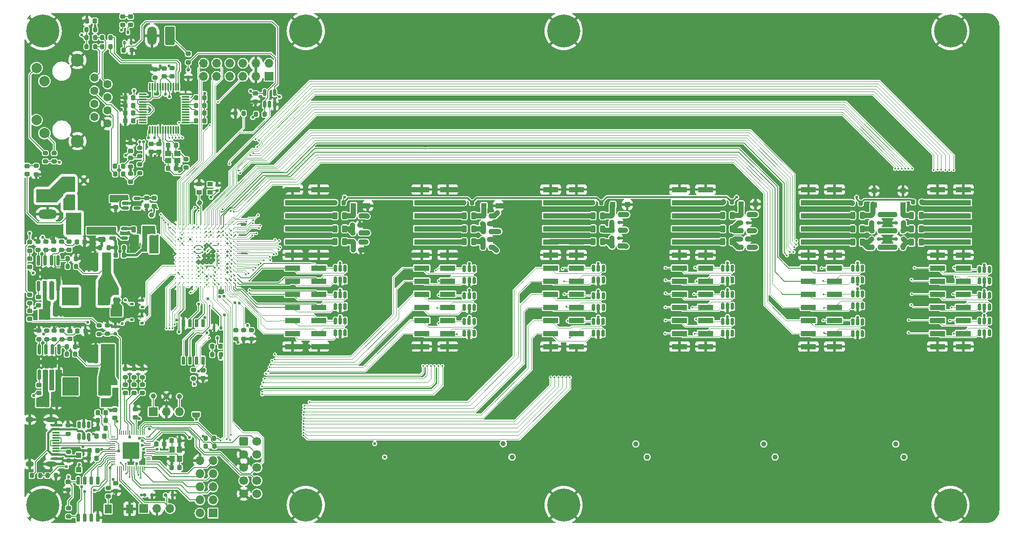
<source format=gtl>
G04 #@! TF.GenerationSoftware,KiCad,Pcbnew,8.0.5*
G04 #@! TF.CreationDate,2024-09-25T12:15:36+03:00*
G04 #@! TF.ProjectId,rioctrl-controller,72696f63-7472-46c2-9d63-6f6e74726f6c,rev?*
G04 #@! TF.SameCoordinates,Original*
G04 #@! TF.FileFunction,Copper,L1,Top*
G04 #@! TF.FilePolarity,Positive*
%FSLAX46Y46*%
G04 Gerber Fmt 4.6, Leading zero omitted, Abs format (unit mm)*
G04 Created by KiCad (PCBNEW 8.0.5) date 2024-09-25 12:15:36*
%MOMM*%
%LPD*%
G01*
G04 APERTURE LIST*
G04 Aperture macros list*
%AMRoundRect*
0 Rectangle with rounded corners*
0 $1 Rounding radius*
0 $2 $3 $4 $5 $6 $7 $8 $9 X,Y pos of 4 corners*
0 Add a 4 corners polygon primitive as box body*
4,1,4,$2,$3,$4,$5,$6,$7,$8,$9,$2,$3,0*
0 Add four circle primitives for the rounded corners*
1,1,$1+$1,$2,$3*
1,1,$1+$1,$4,$5*
1,1,$1+$1,$6,$7*
1,1,$1+$1,$8,$9*
0 Add four rect primitives between the rounded corners*
20,1,$1+$1,$2,$3,$4,$5,0*
20,1,$1+$1,$4,$5,$6,$7,0*
20,1,$1+$1,$6,$7,$8,$9,0*
20,1,$1+$1,$8,$9,$2,$3,0*%
%AMFreePoly0*
4,1,19,0.500000,-0.750000,0.000000,-0.750000,0.000000,-0.744911,-0.071157,-0.744911,-0.207708,-0.704816,-0.327430,-0.627875,-0.420627,-0.520320,-0.479746,-0.390866,-0.500000,-0.250000,-0.500000,0.250000,-0.479746,0.390866,-0.420627,0.520320,-0.327430,0.627875,-0.207708,0.704816,-0.071157,0.744911,0.000000,0.744911,0.000000,0.750000,0.500000,0.750000,0.500000,-0.750000,0.500000,-0.750000,
$1*%
%AMFreePoly1*
4,1,19,0.000000,0.744911,0.071157,0.744911,0.207708,0.704816,0.327430,0.627875,0.420627,0.520320,0.479746,0.390866,0.500000,0.250000,0.500000,-0.250000,0.479746,-0.390866,0.420627,-0.520320,0.327430,-0.627875,0.207708,-0.704816,0.071157,-0.744911,0.000000,-0.744911,0.000000,-0.750000,-0.500000,-0.750000,-0.500000,0.750000,0.000000,0.750000,0.000000,0.744911,0.000000,0.744911,
$1*%
G04 Aperture macros list end*
G04 #@! TA.AperFunction,SMDPad,CuDef*
%ADD10RoundRect,0.225000X0.225000X0.250000X-0.225000X0.250000X-0.225000X-0.250000X0.225000X-0.250000X0*%
G04 #@! TD*
G04 #@! TA.AperFunction,SMDPad,CuDef*
%ADD11RoundRect,0.200000X0.200000X0.275000X-0.200000X0.275000X-0.200000X-0.275000X0.200000X-0.275000X0*%
G04 #@! TD*
G04 #@! TA.AperFunction,SMDPad,CuDef*
%ADD12RoundRect,0.200000X-0.200000X-0.275000X0.200000X-0.275000X0.200000X0.275000X-0.200000X0.275000X0*%
G04 #@! TD*
G04 #@! TA.AperFunction,SMDPad,CuDef*
%ADD13RoundRect,0.218750X0.218750X0.256250X-0.218750X0.256250X-0.218750X-0.256250X0.218750X-0.256250X0*%
G04 #@! TD*
G04 #@! TA.AperFunction,SMDPad,CuDef*
%ADD14RoundRect,0.150000X-0.150000X-0.200000X0.150000X-0.200000X0.150000X0.200000X-0.150000X0.200000X0*%
G04 #@! TD*
G04 #@! TA.AperFunction,SMDPad,CuDef*
%ADD15RoundRect,0.250000X0.300000X-0.300000X0.300000X0.300000X-0.300000X0.300000X-0.300000X-0.300000X0*%
G04 #@! TD*
G04 #@! TA.AperFunction,SMDPad,CuDef*
%ADD16RoundRect,0.250000X0.250000X0.475000X-0.250000X0.475000X-0.250000X-0.475000X0.250000X-0.475000X0*%
G04 #@! TD*
G04 #@! TA.AperFunction,SMDPad,CuDef*
%ADD17R,3.000000X1.000000*%
G04 #@! TD*
G04 #@! TA.AperFunction,SMDPad,CuDef*
%ADD18RoundRect,0.243750X0.243750X0.456250X-0.243750X0.456250X-0.243750X-0.456250X0.243750X-0.456250X0*%
G04 #@! TD*
G04 #@! TA.AperFunction,SMDPad,CuDef*
%ADD19RoundRect,0.050000X0.050000X-0.387500X0.050000X0.387500X-0.050000X0.387500X-0.050000X-0.387500X0*%
G04 #@! TD*
G04 #@! TA.AperFunction,SMDPad,CuDef*
%ADD20RoundRect,0.050000X0.387500X-0.050000X0.387500X0.050000X-0.387500X0.050000X-0.387500X-0.050000X0*%
G04 #@! TD*
G04 #@! TA.AperFunction,ComponentPad*
%ADD21C,0.600000*%
G04 #@! TD*
G04 #@! TA.AperFunction,SMDPad,CuDef*
%ADD22RoundRect,0.144000X1.456000X-1.456000X1.456000X1.456000X-1.456000X1.456000X-1.456000X-1.456000X0*%
G04 #@! TD*
G04 #@! TA.AperFunction,SMDPad,CuDef*
%ADD23C,1.000000*%
G04 #@! TD*
G04 #@! TA.AperFunction,SMDPad,CuDef*
%ADD24RoundRect,0.150000X-0.150000X0.512500X-0.150000X-0.512500X0.150000X-0.512500X0.150000X0.512500X0*%
G04 #@! TD*
G04 #@! TA.AperFunction,SMDPad,CuDef*
%ADD25RoundRect,0.150000X0.150000X-0.512500X0.150000X0.512500X-0.150000X0.512500X-0.150000X-0.512500X0*%
G04 #@! TD*
G04 #@! TA.AperFunction,SMDPad,CuDef*
%ADD26RoundRect,0.200000X0.275000X-0.200000X0.275000X0.200000X-0.275000X0.200000X-0.275000X-0.200000X0*%
G04 #@! TD*
G04 #@! TA.AperFunction,SMDPad,CuDef*
%ADD27RoundRect,0.200000X-0.275000X0.200000X-0.275000X-0.200000X0.275000X-0.200000X0.275000X0.200000X0*%
G04 #@! TD*
G04 #@! TA.AperFunction,SMDPad,CuDef*
%ADD28RoundRect,0.243750X-0.243750X-0.456250X0.243750X-0.456250X0.243750X0.456250X-0.243750X0.456250X0*%
G04 #@! TD*
G04 #@! TA.AperFunction,SMDPad,CuDef*
%ADD29RoundRect,0.218750X-0.218750X-0.256250X0.218750X-0.256250X0.218750X0.256250X-0.218750X0.256250X0*%
G04 #@! TD*
G04 #@! TA.AperFunction,SMDPad,CuDef*
%ADD30RoundRect,0.225000X-0.250000X0.225000X-0.250000X-0.225000X0.250000X-0.225000X0.250000X0.225000X0*%
G04 #@! TD*
G04 #@! TA.AperFunction,SMDPad,CuDef*
%ADD31RoundRect,0.150000X0.200000X-0.150000X0.200000X0.150000X-0.200000X0.150000X-0.200000X-0.150000X0*%
G04 #@! TD*
G04 #@! TA.AperFunction,SMDPad,CuDef*
%ADD32RoundRect,0.250000X-0.300000X-0.300000X0.300000X-0.300000X0.300000X0.300000X-0.300000X0.300000X0*%
G04 #@! TD*
G04 #@! TA.AperFunction,SMDPad,CuDef*
%ADD33RoundRect,0.225000X0.250000X-0.225000X0.250000X0.225000X-0.250000X0.225000X-0.250000X-0.225000X0*%
G04 #@! TD*
G04 #@! TA.AperFunction,SMDPad,CuDef*
%ADD34RoundRect,0.150000X-0.200000X0.150000X-0.200000X-0.150000X0.200000X-0.150000X0.200000X0.150000X0*%
G04 #@! TD*
G04 #@! TA.AperFunction,SMDPad,CuDef*
%ADD35RoundRect,0.218750X-0.256250X0.218750X-0.256250X-0.218750X0.256250X-0.218750X0.256250X0.218750X0*%
G04 #@! TD*
G04 #@! TA.AperFunction,SMDPad,CuDef*
%ADD36RoundRect,0.150000X0.150000X-0.825000X0.150000X0.825000X-0.150000X0.825000X-0.150000X-0.825000X0*%
G04 #@! TD*
G04 #@! TA.AperFunction,HeatsinkPad*
%ADD37C,0.500000*%
G04 #@! TD*
G04 #@! TA.AperFunction,HeatsinkPad*
%ADD38R,3.000000X2.290000*%
G04 #@! TD*
G04 #@! TA.AperFunction,SMDPad,CuDef*
%ADD39RoundRect,0.225000X-0.225000X-0.250000X0.225000X-0.250000X0.225000X0.250000X-0.225000X0.250000X0*%
G04 #@! TD*
G04 #@! TA.AperFunction,SMDPad,CuDef*
%ADD40R,1.350000X1.800000*%
G04 #@! TD*
G04 #@! TA.AperFunction,ComponentPad*
%ADD41C,0.800000*%
G04 #@! TD*
G04 #@! TA.AperFunction,ComponentPad*
%ADD42C,6.400000*%
G04 #@! TD*
G04 #@! TA.AperFunction,SMDPad,CuDef*
%ADD43RoundRect,0.218750X0.256250X-0.218750X0.256250X0.218750X-0.256250X0.218750X-0.256250X-0.218750X0*%
G04 #@! TD*
G04 #@! TA.AperFunction,ComponentPad*
%ADD44R,1.700000X1.700000*%
G04 #@! TD*
G04 #@! TA.AperFunction,ComponentPad*
%ADD45O,1.700000X1.700000*%
G04 #@! TD*
G04 #@! TA.AperFunction,SMDPad,CuDef*
%ADD46RoundRect,0.150000X0.150000X0.200000X-0.150000X0.200000X-0.150000X-0.200000X0.150000X-0.200000X0*%
G04 #@! TD*
G04 #@! TA.AperFunction,SMDPad,CuDef*
%ADD47RoundRect,0.075000X-0.075000X0.662500X-0.075000X-0.662500X0.075000X-0.662500X0.075000X0.662500X0*%
G04 #@! TD*
G04 #@! TA.AperFunction,SMDPad,CuDef*
%ADD48RoundRect,0.075000X-0.662500X0.075000X-0.662500X-0.075000X0.662500X-0.075000X0.662500X0.075000X0*%
G04 #@! TD*
G04 #@! TA.AperFunction,SMDPad,CuDef*
%ADD49RoundRect,0.150000X0.512500X0.150000X-0.512500X0.150000X-0.512500X-0.150000X0.512500X-0.150000X0*%
G04 #@! TD*
G04 #@! TA.AperFunction,ComponentPad*
%ADD50RoundRect,0.250000X-0.600000X-0.600000X0.600000X-0.600000X0.600000X0.600000X-0.600000X0.600000X0*%
G04 #@! TD*
G04 #@! TA.AperFunction,ComponentPad*
%ADD51C,1.700000*%
G04 #@! TD*
G04 #@! TA.AperFunction,SMDPad,CuDef*
%ADD52R,1.450000X0.600000*%
G04 #@! TD*
G04 #@! TA.AperFunction,SMDPad,CuDef*
%ADD53R,1.450000X0.300000*%
G04 #@! TD*
G04 #@! TA.AperFunction,ComponentPad*
%ADD54O,2.100000X1.000000*%
G04 #@! TD*
G04 #@! TA.AperFunction,ComponentPad*
%ADD55O,1.600000X1.000000*%
G04 #@! TD*
G04 #@! TA.AperFunction,SMDPad,CuDef*
%ADD56RoundRect,0.250000X-0.250000X-0.475000X0.250000X-0.475000X0.250000X0.475000X-0.250000X0.475000X0*%
G04 #@! TD*
G04 #@! TA.AperFunction,SMDPad,CuDef*
%ADD57RoundRect,0.140000X0.170000X-0.140000X0.170000X0.140000X-0.170000X0.140000X-0.170000X-0.140000X0*%
G04 #@! TD*
G04 #@! TA.AperFunction,SMDPad,CuDef*
%ADD58RoundRect,0.218750X-0.218750X-0.381250X0.218750X-0.381250X0.218750X0.381250X-0.218750X0.381250X0*%
G04 #@! TD*
G04 #@! TA.AperFunction,ComponentPad*
%ADD59C,1.600000*%
G04 #@! TD*
G04 #@! TA.AperFunction,ComponentPad*
%ADD60C,2.500000*%
G04 #@! TD*
G04 #@! TA.AperFunction,ComponentPad*
%ADD61C,2.000000*%
G04 #@! TD*
G04 #@! TA.AperFunction,SMDPad,CuDef*
%ADD62RoundRect,0.112500X0.112500X0.237500X-0.112500X0.237500X-0.112500X-0.237500X0.112500X-0.237500X0*%
G04 #@! TD*
G04 #@! TA.AperFunction,SMDPad,CuDef*
%ADD63RoundRect,0.250000X-0.475000X0.250000X-0.475000X-0.250000X0.475000X-0.250000X0.475000X0.250000X0*%
G04 #@! TD*
G04 #@! TA.AperFunction,SMDPad,CuDef*
%ADD64R,2.400000X3.500000*%
G04 #@! TD*
G04 #@! TA.AperFunction,SMDPad,CuDef*
%ADD65RoundRect,0.150000X-0.512500X-0.150000X0.512500X-0.150000X0.512500X0.150000X-0.512500X0.150000X0*%
G04 #@! TD*
G04 #@! TA.AperFunction,SMDPad,CuDef*
%ADD66RoundRect,0.150000X0.150000X-0.650000X0.150000X0.650000X-0.150000X0.650000X-0.150000X-0.650000X0*%
G04 #@! TD*
G04 #@! TA.AperFunction,SMDPad,CuDef*
%ADD67RoundRect,0.112500X0.237500X-0.112500X0.237500X0.112500X-0.237500X0.112500X-0.237500X-0.112500X0*%
G04 #@! TD*
G04 #@! TA.AperFunction,SMDPad,CuDef*
%ADD68R,1.000000X0.900000*%
G04 #@! TD*
G04 #@! TA.AperFunction,SMDPad,CuDef*
%ADD69RoundRect,0.150000X-0.150000X0.650000X-0.150000X-0.650000X0.150000X-0.650000X0.150000X0.650000X0*%
G04 #@! TD*
G04 #@! TA.AperFunction,SMDPad,CuDef*
%ADD70R,1.150000X1.000000*%
G04 #@! TD*
G04 #@! TA.AperFunction,ComponentPad*
%ADD71RoundRect,0.250000X0.650000X1.550000X-0.650000X1.550000X-0.650000X-1.550000X0.650000X-1.550000X0*%
G04 #@! TD*
G04 #@! TA.AperFunction,ComponentPad*
%ADD72O,1.800000X3.600000*%
G04 #@! TD*
G04 #@! TA.AperFunction,SMDPad,CuDef*
%ADD73FreePoly0,270.000000*%
G04 #@! TD*
G04 #@! TA.AperFunction,SMDPad,CuDef*
%ADD74FreePoly1,270.000000*%
G04 #@! TD*
G04 #@! TA.AperFunction,BGAPad,CuDef*
%ADD75C,0.320000*%
G04 #@! TD*
G04 #@! TA.AperFunction,SMDPad,CuDef*
%ADD76RoundRect,0.112500X-0.112500X-0.237500X0.112500X-0.237500X0.112500X0.237500X-0.112500X0.237500X0*%
G04 #@! TD*
G04 #@! TA.AperFunction,ComponentPad*
%ADD77RoundRect,0.250000X-1.550000X0.650000X-1.550000X-0.650000X1.550000X-0.650000X1.550000X0.650000X0*%
G04 #@! TD*
G04 #@! TA.AperFunction,ComponentPad*
%ADD78O,3.600000X1.800000*%
G04 #@! TD*
G04 #@! TA.AperFunction,SMDPad,CuDef*
%ADD79R,1.000000X1.150000*%
G04 #@! TD*
G04 #@! TA.AperFunction,ViaPad*
%ADD80C,0.600000*%
G04 #@! TD*
G04 #@! TA.AperFunction,ViaPad*
%ADD81C,1.000000*%
G04 #@! TD*
G04 #@! TA.AperFunction,ViaPad*
%ADD82C,0.350000*%
G04 #@! TD*
G04 #@! TA.AperFunction,Conductor*
%ADD83C,0.800000*%
G04 #@! TD*
G04 #@! TA.AperFunction,Conductor*
%ADD84C,1.000000*%
G04 #@! TD*
G04 #@! TA.AperFunction,Conductor*
%ADD85C,0.300000*%
G04 #@! TD*
G04 #@! TA.AperFunction,Conductor*
%ADD86C,0.500000*%
G04 #@! TD*
G04 #@! TA.AperFunction,Conductor*
%ADD87C,0.200000*%
G04 #@! TD*
G04 #@! TA.AperFunction,Conductor*
%ADD88C,0.100000*%
G04 #@! TD*
G04 #@! TA.AperFunction,Conductor*
%ADD89C,0.400000*%
G04 #@! TD*
G04 #@! TA.AperFunction,Conductor*
%ADD90C,0.127000*%
G04 #@! TD*
G04 APERTURE END LIST*
D10*
G04 #@! TO.P,C41,1*
G04 #@! TO.N,/W5500 interface/3V3_ADD*
X79576295Y-58935000D03*
G04 #@! TO.P,C41,2*
G04 #@! TO.N,GND*
X78026295Y-58935000D03*
G04 #@! TD*
G04 #@! TO.P,C25,1*
G04 #@! TO.N,/RP2040 JTAG/1V1_RP2040*
X72425000Y-125950000D03*
G04 #@! TO.P,C25,2*
G04 #@! TO.N,GND*
X70875000Y-125950000D03*
G04 #@! TD*
D11*
G04 #@! TO.P,R22,1*
G04 #@! TO.N,/RP2040 JTAG/VBUS_SENSE*
X61525000Y-129300000D03*
G04 #@! TO.P,R22,2*
G04 #@! TO.N,VBUS*
X59875000Y-129300000D03*
G04 #@! TD*
D12*
G04 #@! TO.P,R41,1*
G04 #@! TO.N,/W5500 interface/3V3_ADD*
X70505000Y-42750000D03*
G04 #@! TO.P,R41,2*
G04 #@! TO.N,Net-(J6-TCT)*
X72155000Y-42750000D03*
G04 #@! TD*
D13*
G04 #@! TO.P,D11,1,K*
G04 #@! TO.N,Net-(D11-K)*
X96437500Y-104200000D03*
G04 #@! TO.P,D11,2,A*
G04 #@! TO.N,Net-(D11-A)*
X94862500Y-104200000D03*
G04 #@! TD*
D12*
G04 #@! TO.P,R23,1*
G04 #@! TO.N,/RP2040 JTAG/VBUS_SENSE*
X62925000Y-129300000D03*
G04 #@! TO.P,R23,2*
G04 #@! TO.N,GND*
X64575000Y-129300000D03*
G04 #@! TD*
D14*
G04 #@! TO.P,D6,1,A1*
G04 #@! TO.N,GND*
X83150000Y-133050000D03*
G04 #@! TO.P,D6,2,A2*
G04 #@! TO.N,/RP2040 JTAG/DBG_UART_TX*
X81750000Y-133050000D03*
G04 #@! TD*
D15*
G04 #@! TO.P,D27,1,A1*
G04 #@! TO.N,Net-(D27-A1)*
X223200000Y-76800000D03*
G04 #@! TO.P,D27,2,A2*
G04 #@! TO.N,GND*
X223200000Y-74000000D03*
G04 #@! TD*
D16*
G04 #@! TO.P,C11,1*
G04 #@! TO.N,Net-(C10-Pad1)*
X81662500Y-85037500D03*
G04 #@! TO.P,C11,2*
G04 #@! TO.N,GND*
X79762500Y-85037500D03*
G04 #@! TD*
D17*
G04 #@! TO.P,J14,1,Pin_1*
G04 #@! TO.N,GND*
X210480000Y-104240000D03*
G04 #@! TO.P,J14,2,Pin_2*
X215520000Y-104240000D03*
G04 #@! TO.P,J14,3,Pin_3*
G04 #@! TO.N,/FPGA/SE0*
X210480000Y-101700000D03*
G04 #@! TO.P,J14,4,Pin_4*
G04 #@! TO.N,/FPGA/SE6*
X215520000Y-101700000D03*
G04 #@! TO.P,J14,5,Pin_5*
G04 #@! TO.N,/FPGA/SE1*
X210480000Y-99160000D03*
G04 #@! TO.P,J14,6,Pin_6*
G04 #@! TO.N,/FPGA/SE7*
X215520000Y-99160000D03*
G04 #@! TO.P,J14,7,Pin_7*
G04 #@! TO.N,/FPGA/SE2*
X210480000Y-96620000D03*
G04 #@! TO.P,J14,8,Pin_8*
G04 #@! TO.N,/FPGA/SE8*
X215520000Y-96620000D03*
G04 #@! TO.P,J14,9,Pin_9*
G04 #@! TO.N,/FPGA/SE3*
X210480000Y-94080000D03*
G04 #@! TO.P,J14,10,Pin_10*
G04 #@! TO.N,/FPGA/SE9*
X215520000Y-94080000D03*
G04 #@! TO.P,J14,11,Pin_11*
G04 #@! TO.N,/FPGA/SE4*
X210480000Y-91540000D03*
G04 #@! TO.P,J14,12,Pin_12*
G04 #@! TO.N,/FPGA/SE10*
X215520000Y-91540000D03*
G04 #@! TO.P,J14,13,Pin_13*
G04 #@! TO.N,/FPGA/SE5*
X210480000Y-89000000D03*
G04 #@! TO.P,J14,14,Pin_14*
G04 #@! TO.N,/FPGA/SE11*
X215520000Y-89000000D03*
G04 #@! TO.P,J14,15,Pin_15*
G04 #@! TO.N,GND*
X210480000Y-86460000D03*
G04 #@! TO.P,J14,16,Pin_16*
X215520000Y-86460000D03*
G04 #@! TO.P,J14,17,Pin_17*
G04 #@! TO.N,Net-(J14-Pin_17)*
X210480000Y-83920000D03*
G04 #@! TO.P,J14,18,Pin_18*
X215520000Y-83920000D03*
G04 #@! TO.P,J14,19,Pin_19*
G04 #@! TO.N,Net-(J14-Pin_19)*
X210480000Y-81380000D03*
G04 #@! TO.P,J14,20,Pin_20*
X215520000Y-81380000D03*
G04 #@! TO.P,J14,21,Pin_21*
G04 #@! TO.N,Net-(J14-Pin_21)*
X210480000Y-78840000D03*
G04 #@! TO.P,J14,22,Pin_22*
X215520000Y-78840000D03*
G04 #@! TO.P,J14,23,Pin_23*
G04 #@! TO.N,Net-(J14-Pin_23)*
X210480000Y-76300000D03*
G04 #@! TO.P,J14,24,Pin_24*
X215520000Y-76300000D03*
G04 #@! TO.P,J14,25,Pin_25*
G04 #@! TO.N,GND*
X210480000Y-73760000D03*
G04 #@! TO.P,J14,26,Pin_26*
X215520000Y-73760000D03*
G04 #@! TD*
D18*
G04 #@! TO.P,F4,1*
G04 #@! TO.N,Net-(D19-A2)*
X145587500Y-83900000D03*
G04 #@! TO.P,F4,2*
G04 #@! TO.N,Net-(J11-Pin_17)*
X143712500Y-83900000D03*
G04 #@! TD*
D19*
G04 #@! TO.P,U7,1,IOVDD*
G04 #@! TO.N,+3V3*
X76500000Y-127875000D03*
G04 #@! TO.P,U7,2,GPIO0*
G04 #@! TO.N,/RP2040 JTAG/DBG_UART_TX*
X76900000Y-127875000D03*
G04 #@! TO.P,U7,3,GPIO1*
G04 #@! TO.N,/RP2040 JTAG/DBG_UART_RX*
X77300000Y-127875000D03*
G04 #@! TO.P,U7,4,GPIO2*
G04 #@! TO.N,/FPGA/SPI.CLK*
X77700000Y-127875000D03*
G04 #@! TO.P,U7,5,GPIO3*
G04 #@! TO.N,/FPGA/SPI.MOSI*
X78100000Y-127875000D03*
G04 #@! TO.P,U7,6,GPIO4*
G04 #@! TO.N,/FPGA/SPI.MISO*
X78500000Y-127875000D03*
G04 #@! TO.P,U7,7,GPIO5*
G04 #@! TO.N,/FPGA/SPI.CS*
X78900000Y-127875000D03*
G04 #@! TO.P,U7,8,GPIO6*
G04 #@! TO.N,/RP2040 JTAG/GPIO6*
X79300000Y-127875000D03*
G04 #@! TO.P,U7,9,GPIO7*
G04 #@! TO.N,/RP2040 JTAG/GPIO7*
X79700000Y-127875000D03*
G04 #@! TO.P,U7,10,IOVDD*
G04 #@! TO.N,+3V3*
X80100000Y-127875000D03*
G04 #@! TO.P,U7,11,GPIO8*
G04 #@! TO.N,/RP2040 JTAG/JTAG.TX*
X80500000Y-127875000D03*
G04 #@! TO.P,U7,12,GPIO9*
G04 #@! TO.N,/RP2040 JTAG/JTAG.RX*
X80900000Y-127875000D03*
G04 #@! TO.P,U7,13,GPIO10*
G04 #@! TO.N,/RP2040 JTAG/GPIO10*
X81300000Y-127875000D03*
G04 #@! TO.P,U7,14,GPIO11*
G04 #@! TO.N,/RP2040 JTAG/GPIO11*
X81700000Y-127875000D03*
D20*
G04 #@! TO.P,U7,15,GPIO12*
G04 #@! TO.N,/RP2040 JTAG/GPIO12*
X82537500Y-127037500D03*
G04 #@! TO.P,U7,16,GPIO13*
G04 #@! TO.N,/RP2040 JTAG/GPIO13*
X82537500Y-126637500D03*
G04 #@! TO.P,U7,17,GPIO14*
G04 #@! TO.N,unconnected-(U7-GPIO14-Pad17)*
X82537500Y-126237500D03*
G04 #@! TO.P,U7,18,GPIO15*
G04 #@! TO.N,unconnected-(U7-GPIO15-Pad18)*
X82537500Y-125837500D03*
G04 #@! TO.P,U7,19,TESTEN*
G04 #@! TO.N,GND*
X82537500Y-125437500D03*
G04 #@! TO.P,U7,20,XIN*
G04 #@! TO.N,Net-(U7-XIN)*
X82537500Y-125037500D03*
G04 #@! TO.P,U7,21,XOUT*
G04 #@! TO.N,Net-(U7-XOUT)*
X82537500Y-124637500D03*
G04 #@! TO.P,U7,22,IOVDD*
G04 #@! TO.N,+3V3*
X82537500Y-124237500D03*
G04 #@! TO.P,U7,23,DVDD*
G04 #@! TO.N,/RP2040 JTAG/1V1_RP2040*
X82537500Y-123837500D03*
G04 #@! TO.P,U7,24,SWCLK*
G04 #@! TO.N,/RP2040 JTAG/SWCLK*
X82537500Y-123437500D03*
G04 #@! TO.P,U7,25,SWD*
G04 #@! TO.N,/RP2040 JTAG/SWD*
X82537500Y-123037500D03*
G04 #@! TO.P,U7,26,RUN*
G04 #@! TO.N,Net-(JP1-B)*
X82537500Y-122637500D03*
G04 #@! TO.P,U7,27,GPIO16*
G04 #@! TO.N,/RP2040 JTAG/JTAG.TDI*
X82537500Y-122237500D03*
G04 #@! TO.P,U7,28,GPIO17*
G04 #@! TO.N,/RP2040 JTAG/JTAG.TDO*
X82537500Y-121837500D03*
D19*
G04 #@! TO.P,U7,29,GPIO18*
G04 #@! TO.N,/RP2040 JTAG/JTAG.TCK*
X81700000Y-121000000D03*
G04 #@! TO.P,U7,30,GPIO19*
G04 #@! TO.N,/RP2040 JTAG/JTAG.TMS*
X81300000Y-121000000D03*
G04 #@! TO.P,U7,31,GPIO20*
G04 #@! TO.N,/RP2040 JTAG/JTAG.RST*
X80900000Y-121000000D03*
G04 #@! TO.P,U7,32,GPIO21*
G04 #@! TO.N,/RP2040 JTAG/JTAG.TRST*
X80500000Y-121000000D03*
G04 #@! TO.P,U7,33,IOVDD*
G04 #@! TO.N,+3V3*
X80100000Y-121000000D03*
G04 #@! TO.P,U7,34,GPIO22*
G04 #@! TO.N,/RP2040 JTAG/LED_BLUE*
X79700000Y-121000000D03*
G04 #@! TO.P,U7,35,GPIO23*
G04 #@! TO.N,/RP2040 JTAG/LED_GRN*
X79300000Y-121000000D03*
G04 #@! TO.P,U7,36,GPIO24*
G04 #@! TO.N,/RP2040 JTAG/VBUS_SENSE*
X78900000Y-121000000D03*
G04 #@! TO.P,U7,37,GPIO25*
G04 #@! TO.N,/RP2040 JTAG/LED_RED*
X78500000Y-121000000D03*
G04 #@! TO.P,U7,38,GPIO26_ADC0*
G04 #@! TO.N,unconnected-(U7-GPIO26_ADC0-Pad38)*
X78100000Y-121000000D03*
G04 #@! TO.P,U7,39,GPIO27_ADC1*
G04 #@! TO.N,unconnected-(U7-GPIO27_ADC1-Pad39)*
X77700000Y-121000000D03*
G04 #@! TO.P,U7,40,GPIO28_ADC2*
G04 #@! TO.N,unconnected-(U7-GPIO28_ADC2-Pad40)*
X77300000Y-121000000D03*
G04 #@! TO.P,U7,41,GPIO29_ADC3*
G04 #@! TO.N,/RP2040 JTAG/VIN_SENSE*
X76900000Y-121000000D03*
G04 #@! TO.P,U7,42,IOVDD*
G04 #@! TO.N,+3V3*
X76500000Y-121000000D03*
D20*
G04 #@! TO.P,U7,43,ADC_AVDD*
G04 #@! TO.N,Net-(U7-ADC_AVDD)*
X75662500Y-121837500D03*
G04 #@! TO.P,U7,44,VREG_IN*
G04 #@! TO.N,+3V3*
X75662500Y-122237500D03*
G04 #@! TO.P,U7,45,VREG_VOUT*
G04 #@! TO.N,/RP2040 JTAG/1V1_RP2040*
X75662500Y-122637500D03*
G04 #@! TO.P,U7,46,USB_DM*
G04 #@! TO.N,/RP2040 JTAG/USB_D_N*
X75662500Y-123037500D03*
G04 #@! TO.P,U7,47,USB_DP*
G04 #@! TO.N,/RP2040 JTAG/USB_D_P*
X75662500Y-123437500D03*
G04 #@! TO.P,U7,48,USB_VDD*
G04 #@! TO.N,+3V3*
X75662500Y-123837500D03*
G04 #@! TO.P,U7,49,IOVDD*
X75662500Y-124237500D03*
G04 #@! TO.P,U7,50,DVDD*
G04 #@! TO.N,/RP2040 JTAG/1V1_RP2040*
X75662500Y-124637500D03*
G04 #@! TO.P,U7,51,QSPI_SD3*
G04 #@! TO.N,Net-(U5-IO3)*
X75662500Y-125037500D03*
G04 #@! TO.P,U7,52,QSPI_SCLK*
G04 #@! TO.N,/RP2040 JTAG/FLASH_CLK*
X75662500Y-125437500D03*
G04 #@! TO.P,U7,53,QSPI_SD0*
G04 #@! TO.N,Net-(U5-DI(IO0))*
X75662500Y-125837500D03*
G04 #@! TO.P,U7,54,QSPI_SD2*
G04 #@! TO.N,Net-(U5-IO2)*
X75662500Y-126237500D03*
G04 #@! TO.P,U7,55,QSPI_SD1*
G04 #@! TO.N,Net-(U5-DO(IO1))*
X75662500Y-126637500D03*
G04 #@! TO.P,U7,56,QSPI_SS*
G04 #@! TO.N,/RP2040 JTAG/FLASH_CS*
X75662500Y-127037500D03*
D21*
G04 #@! TO.P,U7,57,GND*
G04 #@! TO.N,GND*
X77825000Y-125712500D03*
X79100000Y-125712500D03*
X80375000Y-125712500D03*
X77825000Y-124437500D03*
X79100000Y-124437500D03*
D22*
X79100000Y-124437500D03*
D21*
X80375000Y-124437500D03*
X77825000Y-123162500D03*
X79100000Y-123162500D03*
X80375000Y-123162500D03*
G04 #@! TD*
D23*
G04 #@! TO.P,TP8,1,1*
G04 #@! TO.N,/RP2040 JTAG/SWD*
X83400000Y-113850000D03*
G04 #@! TD*
D24*
G04 #@! TO.P,U6,1,I/O1*
G04 #@! TO.N,unconnected-(U6-I{slash}O1-Pad1)*
X70950000Y-119412500D03*
G04 #@! TO.P,U6,2,GND*
G04 #@! TO.N,GND*
X70000000Y-119412500D03*
G04 #@! TO.P,U6,3,I/O2*
G04 #@! TO.N,unconnected-(U6-I{slash}O2-Pad3)*
X69050000Y-119412500D03*
G04 #@! TO.P,U6,4,I/O3*
G04 #@! TO.N,/RP2040 JTAG/USB_D_N*
X69050000Y-121687500D03*
G04 #@! TO.P,U6,5,VBUS*
G04 #@! TO.N,VBUS*
X70000000Y-121687500D03*
G04 #@! TO.P,U6,6,I/O4*
G04 #@! TO.N,/RP2040 JTAG/USB_D_P*
X70950000Y-121687500D03*
G04 #@! TD*
D11*
G04 #@! TO.P,R61,1*
G04 #@! TO.N,/SlotEN*
X220625000Y-76400000D03*
G04 #@! TO.P,R61,2*
G04 #@! TO.N,Net-(J14-Pin_23)*
X218975000Y-76400000D03*
G04 #@! TD*
D25*
G04 #@! TO.P,U27,1,IO1*
G04 #@! TO.N,/FPGA/SA0*
X118750000Y-101587500D03*
G04 #@! TO.P,U27,2,VN*
G04 #@! TO.N,GND*
X119700000Y-101587500D03*
G04 #@! TO.P,U27,3,IO2*
G04 #@! TO.N,/FPGA/SA6*
X120650000Y-101587500D03*
G04 #@! TO.P,U27,4,IO3*
G04 #@! TO.N,/FPGA/SA1*
X120650000Y-99312500D03*
G04 #@! TO.P,U27,5,VP*
G04 #@! TO.N,+3V3*
X119700000Y-99312500D03*
G04 #@! TO.P,U27,6,IO4*
G04 #@! TO.N,/FPGA/SA7*
X118750000Y-99312500D03*
G04 #@! TD*
G04 #@! TO.P,U21,1,IO1*
G04 #@! TO.N,/FPGA/SD0*
X193850000Y-101637500D03*
G04 #@! TO.P,U21,2,VN*
G04 #@! TO.N,GND*
X194800000Y-101637500D03*
G04 #@! TO.P,U21,3,IO2*
G04 #@! TO.N,/FPGA/SD6*
X195750000Y-101637500D03*
G04 #@! TO.P,U21,4,IO3*
G04 #@! TO.N,/FPGA/SD1*
X195750000Y-99362500D03*
G04 #@! TO.P,U21,5,VP*
G04 #@! TO.N,+3V3*
X194800000Y-99362500D03*
G04 #@! TO.P,U21,6,IO4*
G04 #@! TO.N,/FPGA/SD7*
X193850000Y-99362500D03*
G04 #@! TD*
D17*
G04 #@! TO.P,J11,1,Pin_1*
G04 #@! TO.N,GND*
X135480000Y-104240000D03*
G04 #@! TO.P,J11,2,Pin_2*
X140520000Y-104240000D03*
G04 #@! TO.P,J11,3,Pin_3*
G04 #@! TO.N,/FPGA/SB0*
X135480000Y-101700000D03*
G04 #@! TO.P,J11,4,Pin_4*
G04 #@! TO.N,/FPGA/SB6*
X140520000Y-101700000D03*
G04 #@! TO.P,J11,5,Pin_5*
G04 #@! TO.N,/FPGA/SB1*
X135480000Y-99160000D03*
G04 #@! TO.P,J11,6,Pin_6*
G04 #@! TO.N,/FPGA/SB7*
X140520000Y-99160000D03*
G04 #@! TO.P,J11,7,Pin_7*
G04 #@! TO.N,/FPGA/SB2*
X135480000Y-96620000D03*
G04 #@! TO.P,J11,8,Pin_8*
G04 #@! TO.N,/FPGA/SB8*
X140520000Y-96620000D03*
G04 #@! TO.P,J11,9,Pin_9*
G04 #@! TO.N,/FPGA/SB3*
X135480000Y-94080000D03*
G04 #@! TO.P,J11,10,Pin_10*
G04 #@! TO.N,/FPGA/SB9*
X140520000Y-94080000D03*
G04 #@! TO.P,J11,11,Pin_11*
G04 #@! TO.N,/FPGA/SB4*
X135480000Y-91540000D03*
G04 #@! TO.P,J11,12,Pin_12*
G04 #@! TO.N,/FPGA/SB10*
X140520000Y-91540000D03*
G04 #@! TO.P,J11,13,Pin_13*
G04 #@! TO.N,/FPGA/SB5*
X135480000Y-89000000D03*
G04 #@! TO.P,J11,14,Pin_14*
G04 #@! TO.N,/FPGA/SB11*
X140520000Y-89000000D03*
G04 #@! TO.P,J11,15,Pin_15*
G04 #@! TO.N,GND*
X135480000Y-86460000D03*
G04 #@! TO.P,J11,16,Pin_16*
X140520000Y-86460000D03*
G04 #@! TO.P,J11,17,Pin_17*
G04 #@! TO.N,Net-(J11-Pin_17)*
X135480000Y-83920000D03*
G04 #@! TO.P,J11,18,Pin_18*
X140520000Y-83920000D03*
G04 #@! TO.P,J11,19,Pin_19*
G04 #@! TO.N,Net-(J11-Pin_19)*
X135480000Y-81380000D03*
G04 #@! TO.P,J11,20,Pin_20*
X140520000Y-81380000D03*
G04 #@! TO.P,J11,21,Pin_21*
G04 #@! TO.N,Net-(J11-Pin_21)*
X135480000Y-78840000D03*
G04 #@! TO.P,J11,22,Pin_22*
X140520000Y-78840000D03*
G04 #@! TO.P,J11,23,Pin_23*
G04 #@! TO.N,Net-(J11-Pin_23)*
X135480000Y-76300000D03*
G04 #@! TO.P,J11,24,Pin_24*
X140520000Y-76300000D03*
G04 #@! TO.P,J11,25,Pin_25*
G04 #@! TO.N,GND*
X135480000Y-73760000D03*
G04 #@! TO.P,J11,26,Pin_26*
X140520000Y-73760000D03*
G04 #@! TD*
D18*
G04 #@! TO.P,F13,1*
G04 #@! TO.N,Net-(D28-A2)*
X220937500Y-84000000D03*
G04 #@! TO.P,F13,2*
G04 #@! TO.N,Net-(J14-Pin_17)*
X219062500Y-84000000D03*
G04 #@! TD*
D26*
G04 #@! TO.P,R46,1*
G04 #@! TO.N,+3V3*
X99450000Y-102725000D03*
G04 #@! TO.P,R46,2*
G04 #@! TO.N,/FPGA/CFG_1*
X99450000Y-101075000D03*
G04 #@! TD*
D27*
G04 #@! TO.P,R42,1*
G04 #@! TO.N,Net-(C44-Pad1)*
X79051295Y-67650000D03*
G04 #@! TO.P,R42,2*
G04 #@! TO.N,Net-(J6-RCT)*
X79051295Y-69300000D03*
G04 #@! TD*
D18*
G04 #@! TO.P,F14,1*
G04 #@! TO.N,Net-(D27-A1)*
X220937500Y-78800000D03*
G04 #@! TO.P,F14,2*
G04 #@! TO.N,Net-(J14-Pin_21)*
X219062500Y-78800000D03*
G04 #@! TD*
D26*
G04 #@! TO.P,R3,1*
G04 #@! TO.N,Net-(U3-RT)*
X61250000Y-102825000D03*
G04 #@! TO.P,R3,2*
G04 #@! TO.N,GND*
X61250000Y-101175000D03*
G04 #@! TD*
D10*
G04 #@! TO.P,C23,1*
G04 #@! TO.N,GND*
X88550000Y-122525000D03*
G04 #@! TO.P,C23,2*
G04 #@! TO.N,Net-(U7-XOUT)*
X87000000Y-122525000D03*
G04 #@! TD*
D23*
G04 #@! TO.P,TP5,1,1*
G04 #@! TO.N,+24V*
X67500000Y-80500000D03*
G04 #@! TD*
D28*
G04 #@! TO.P,F9,1*
G04 #@! TO.N,Net-(J12-Pin_19)*
X168712500Y-81400000D03*
G04 #@! TO.P,F9,2*
G04 #@! TO.N,Net-(D23-A1)*
X170587500Y-81400000D03*
G04 #@! TD*
D25*
G04 #@! TO.P,U26,1,IO1*
G04 #@! TO.N,/FPGA/SE4*
X219050000Y-91337500D03*
G04 #@! TO.P,U26,2,VN*
G04 #@! TO.N,GND*
X220000000Y-91337500D03*
G04 #@! TO.P,U26,3,IO2*
G04 #@! TO.N,/FPGA/SE10*
X220950000Y-91337500D03*
G04 #@! TO.P,U26,4,IO3*
G04 #@! TO.N,/FPGA/SE5*
X220950000Y-89062500D03*
G04 #@! TO.P,U26,5,VP*
G04 #@! TO.N,+3V3*
X220000000Y-89062500D03*
G04 #@! TO.P,U26,6,IO4*
G04 #@! TO.N,/FPGA/SE11*
X219050000Y-89062500D03*
G04 #@! TD*
D11*
G04 #@! TO.P,R10,1*
G04 #@! TO.N,Net-(C10-Pad1)*
X77787500Y-85037500D03*
G04 #@! TO.P,R10,2*
G04 #@! TO.N,Net-(U1-FB)*
X76137500Y-85037500D03*
G04 #@! TD*
D25*
G04 #@! TO.P,U28,1,IO1*
G04 #@! TO.N,/FPGA/SF2*
X243650000Y-96537500D03*
G04 #@! TO.P,U28,2,VN*
G04 #@! TO.N,GND*
X244600000Y-96537500D03*
G04 #@! TO.P,U28,3,IO2*
G04 #@! TO.N,/FPGA/SF8*
X245550000Y-96537500D03*
G04 #@! TO.P,U28,4,IO3*
G04 #@! TO.N,/FPGA/SF3*
X245550000Y-94262500D03*
G04 #@! TO.P,U28,5,VP*
G04 #@! TO.N,+3V3*
X244600000Y-94262500D03*
G04 #@! TO.P,U28,6,IO4*
G04 #@! TO.N,/FPGA/SF9*
X243650000Y-94262500D03*
G04 #@! TD*
D11*
G04 #@! TO.P,R14,1*
G04 #@! TO.N,Net-(C16-Pad1)*
X68325000Y-105750000D03*
G04 #@! TO.P,R14,2*
G04 #@! TO.N,Net-(U3-VSENSE)*
X66675000Y-105750000D03*
G04 #@! TD*
D26*
G04 #@! TO.P,R27,1*
G04 #@! TO.N,/RP2040 JTAG/VIN_SENSE*
X74550000Y-101775000D03*
G04 #@! TO.P,R27,2*
G04 #@! TO.N,GND*
X74550000Y-100125000D03*
G04 #@! TD*
D13*
G04 #@! TO.P,FB17,1*
G04 #@! TO.N,+3V3*
X198987500Y-85000000D03*
G04 #@! TO.P,FB17,2*
G04 #@! TO.N,Net-(D25-A2)*
X197412500Y-85000000D03*
G04 #@! TD*
D29*
G04 #@! TO.P,FB6,1*
G04 #@! TO.N,+3V3*
X72662500Y-117100000D03*
G04 #@! TO.P,FB6,2*
G04 #@! TO.N,Net-(U7-ADC_AVDD)*
X74237500Y-117100000D03*
G04 #@! TD*
D30*
G04 #@! TO.P,C36,1*
G04 #@! TO.N,+3V3*
X83051295Y-64910000D03*
G04 #@! TO.P,C36,2*
G04 #@! TO.N,GND*
X83051295Y-66460000D03*
G04 #@! TD*
D29*
G04 #@! TO.P,FB24,1*
G04 #@! TO.N,+24V*
X227212500Y-78600000D03*
G04 #@! TO.P,FB24,2*
G04 #@! TO.N,Net-(D30-A1)*
X228787500Y-78600000D03*
G04 #@! TD*
D17*
G04 #@! TO.P,J12,1,Pin_1*
G04 #@! TO.N,GND*
X160480000Y-104240000D03*
G04 #@! TO.P,J12,2,Pin_2*
X165520000Y-104240000D03*
G04 #@! TO.P,J12,3,Pin_3*
G04 #@! TO.N,/FPGA/SC0*
X160480000Y-101700000D03*
G04 #@! TO.P,J12,4,Pin_4*
G04 #@! TO.N,/FPGA/SC6*
X165520000Y-101700000D03*
G04 #@! TO.P,J12,5,Pin_5*
G04 #@! TO.N,/FPGA/SC1*
X160480000Y-99160000D03*
G04 #@! TO.P,J12,6,Pin_6*
G04 #@! TO.N,/FPGA/SC7*
X165520000Y-99160000D03*
G04 #@! TO.P,J12,7,Pin_7*
G04 #@! TO.N,/FPGA/SC2*
X160480000Y-96620000D03*
G04 #@! TO.P,J12,8,Pin_8*
G04 #@! TO.N,/FPGA/SC8*
X165520000Y-96620000D03*
G04 #@! TO.P,J12,9,Pin_9*
G04 #@! TO.N,/FPGA/SC3*
X160480000Y-94080000D03*
G04 #@! TO.P,J12,10,Pin_10*
G04 #@! TO.N,/FPGA/SC9*
X165520000Y-94080000D03*
G04 #@! TO.P,J12,11,Pin_11*
G04 #@! TO.N,/FPGA/SC4*
X160480000Y-91540000D03*
G04 #@! TO.P,J12,12,Pin_12*
G04 #@! TO.N,/FPGA/SC10*
X165520000Y-91540000D03*
G04 #@! TO.P,J12,13,Pin_13*
G04 #@! TO.N,/FPGA/SC5*
X160480000Y-89000000D03*
G04 #@! TO.P,J12,14,Pin_14*
G04 #@! TO.N,/FPGA/SC11*
X165520000Y-89000000D03*
G04 #@! TO.P,J12,15,Pin_15*
G04 #@! TO.N,GND*
X160480000Y-86460000D03*
G04 #@! TO.P,J12,16,Pin_16*
X165520000Y-86460000D03*
G04 #@! TO.P,J12,17,Pin_17*
G04 #@! TO.N,Net-(J12-Pin_17)*
X160480000Y-83920000D03*
G04 #@! TO.P,J12,18,Pin_18*
X165520000Y-83920000D03*
G04 #@! TO.P,J12,19,Pin_19*
G04 #@! TO.N,Net-(J12-Pin_19)*
X160480000Y-81380000D03*
G04 #@! TO.P,J12,20,Pin_20*
X165520000Y-81380000D03*
G04 #@! TO.P,J12,21,Pin_21*
G04 #@! TO.N,Net-(J12-Pin_21)*
X160480000Y-78840000D03*
G04 #@! TO.P,J12,22,Pin_22*
X165520000Y-78840000D03*
G04 #@! TO.P,J12,23,Pin_23*
G04 #@! TO.N,Net-(J12-Pin_23)*
X160480000Y-76300000D03*
G04 #@! TO.P,J12,24,Pin_24*
X165520000Y-76300000D03*
G04 #@! TO.P,J12,25,Pin_25*
G04 #@! TO.N,GND*
X160480000Y-73760000D03*
G04 #@! TO.P,J12,26,Pin_26*
X165520000Y-73760000D03*
G04 #@! TD*
D31*
G04 #@! TO.P,D8,1,A1*
G04 #@! TO.N,GND*
X76100000Y-100350000D03*
G04 #@! TO.P,D8,2,A2*
G04 #@! TO.N,/RP2040 JTAG/VIN_SENSE*
X76100000Y-101750000D03*
G04 #@! TD*
D26*
G04 #@! TO.P,R18,1*
G04 #@! TO.N,Net-(D3-K)*
X79700000Y-110225000D03*
G04 #@! TO.P,R18,2*
G04 #@! TO.N,GND*
X79700000Y-108575000D03*
G04 #@! TD*
D32*
G04 #@! TO.P,D13,1,A1*
G04 #@! TO.N,Net-(D13-A1)*
X122250000Y-76900000D03*
G04 #@! TO.P,D13,2,A2*
G04 #@! TO.N,GND*
X125050000Y-76900000D03*
G04 #@! TD*
D33*
G04 #@! TO.P,C29,1*
G04 #@! TO.N,+3V3*
X75950000Y-118075000D03*
G04 #@! TO.P,C29,2*
G04 #@! TO.N,GND*
X75950000Y-116525000D03*
G04 #@! TD*
D14*
G04 #@! TO.P,D7,1,A1*
G04 #@! TO.N,GND*
X87200000Y-133100000D03*
G04 #@! TO.P,D7,2,A2*
G04 #@! TO.N,/RP2040 JTAG/DBG_UART_RX*
X85800000Y-133100000D03*
G04 #@! TD*
D23*
G04 #@! TO.P,TP2,1,1*
G04 #@! TO.N,+3V3*
X76250000Y-114750000D03*
G04 #@! TD*
D11*
G04 #@! TO.P,R58,1*
G04 #@! TO.N,/SlotEN*
X145275000Y-76300000D03*
G04 #@! TO.P,R58,2*
G04 #@! TO.N,Net-(J11-Pin_23)*
X143625000Y-76300000D03*
G04 #@! TD*
D25*
G04 #@! TO.P,U15,1,IO1*
G04 #@! TO.N,/FPGA/SB0*
X143737500Y-101687500D03*
G04 #@! TO.P,U15,2,VN*
G04 #@! TO.N,GND*
X144687500Y-101687500D03*
G04 #@! TO.P,U15,3,IO2*
G04 #@! TO.N,/FPGA/SB6*
X145637500Y-101687500D03*
G04 #@! TO.P,U15,4,IO3*
G04 #@! TO.N,/FPGA/SB1*
X145637500Y-99412500D03*
G04 #@! TO.P,U15,5,VP*
G04 #@! TO.N,+3V3*
X144687500Y-99412500D03*
G04 #@! TO.P,U15,6,IO4*
G04 #@! TO.N,/FPGA/SB7*
X143737500Y-99412500D03*
G04 #@! TD*
D34*
G04 #@! TO.P,D16,1,A1*
G04 #@! TO.N,GND*
X90250000Y-51950000D03*
G04 #@! TO.P,D16,2,A2*
G04 #@! TO.N,Net-(D16-A2)*
X90250000Y-50550000D03*
G04 #@! TD*
D14*
G04 #@! TO.P,D32,1,A1*
G04 #@! TO.N,Net-(D32-A1)*
X228900000Y-80200000D03*
G04 #@! TO.P,D32,2,A2*
G04 #@! TO.N,GND*
X227500000Y-80200000D03*
G04 #@! TD*
D15*
G04 #@! TO.P,D9,1,K*
G04 #@! TO.N,+5V*
X69000000Y-128150000D03*
G04 #@! TO.P,D9,2,A*
G04 #@! TO.N,VBUS*
X69000000Y-125350000D03*
G04 #@! TD*
D25*
G04 #@! TO.P,U12,1,IO1*
G04 #@! TO.N,/FPGA/SA2*
X118750000Y-96487500D03*
G04 #@! TO.P,U12,2,VN*
G04 #@! TO.N,GND*
X119700000Y-96487500D03*
G04 #@! TO.P,U12,3,IO2*
G04 #@! TO.N,/FPGA/SA8*
X120650000Y-96487500D03*
G04 #@! TO.P,U12,4,IO3*
G04 #@! TO.N,/FPGA/SA3*
X120650000Y-94212500D03*
G04 #@! TO.P,U12,5,VP*
G04 #@! TO.N,+3V3*
X119700000Y-94212500D03*
G04 #@! TO.P,U12,6,IO4*
G04 #@! TO.N,/FPGA/SA9*
X118750000Y-94212500D03*
G04 #@! TD*
D12*
G04 #@! TO.P,R40,1*
G04 #@! TO.N,/W5500 interface/3V3_ADD*
X70505000Y-44250000D03*
G04 #@! TO.P,R40,2*
G04 #@! TO.N,Net-(J6-TD-)*
X72155000Y-44250000D03*
G04 #@! TD*
D14*
G04 #@! TO.P,D19,1,A1*
G04 #@! TO.N,GND*
X148650000Y-83450000D03*
G04 #@! TO.P,D19,2,A2*
G04 #@! TO.N,Net-(D19-A2)*
X147250000Y-83450000D03*
G04 #@! TD*
D11*
G04 #@! TO.P,R59,1*
G04 #@! TO.N,/SlotEN*
X170275000Y-76300000D03*
G04 #@! TO.P,R59,2*
G04 #@! TO.N,Net-(J12-Pin_23)*
X168625000Y-76300000D03*
G04 #@! TD*
D27*
G04 #@! TO.P,R4,1*
G04 #@! TO.N,+24V*
X62620000Y-83850000D03*
G04 #@! TO.P,R4,2*
G04 #@! TO.N,Net-(U2-EN)*
X62620000Y-85500000D03*
G04 #@! TD*
D33*
G04 #@! TO.P,C42,1*
G04 #@! TO.N,GND*
X103250000Y-56675000D03*
G04 #@! TO.P,C42,2*
G04 #@! TO.N,+3V3*
X103250000Y-55125000D03*
G04 #@! TD*
G04 #@! TO.P,C32,1*
G04 #@! TO.N,+3V3*
X80000000Y-117975000D03*
G04 #@! TO.P,C32,2*
G04 #@! TO.N,GND*
X80000000Y-116425000D03*
G04 #@! TD*
D15*
G04 #@! TO.P,D30,1,A1*
G04 #@! TO.N,Net-(D30-A1)*
X228800000Y-76800000D03*
G04 #@! TO.P,D30,2,A2*
G04 #@! TO.N,GND*
X228800000Y-74000000D03*
G04 #@! TD*
D11*
G04 #@! TO.P,R32,1*
G04 #@! TO.N,+3V3*
X93376295Y-60435000D03*
G04 #@! TO.P,R32,2*
G04 #@! TO.N,/FPGA/W5500.nRST*
X91726295Y-60435000D03*
G04 #@! TD*
D35*
G04 #@! TO.P,D3,1,K*
G04 #@! TO.N,Net-(D3-K)*
X79700000Y-111672500D03*
G04 #@! TO.P,D3,2,A*
G04 #@! TO.N,/RP2040 JTAG/LED_GRN*
X79700000Y-113247500D03*
G04 #@! TD*
D36*
G04 #@! TO.P,U2,1,BOOT*
G04 #@! TO.N,Net-(U2-BOOT)*
X61190000Y-92500000D03*
G04 #@! TO.P,U2,2,VIN*
G04 #@! TO.N,+24V*
X62460000Y-92500000D03*
G04 #@! TO.P,U2,3,PH*
G04 #@! TO.N,Net-(U2-PH)*
X63730000Y-92500000D03*
G04 #@! TO.P,U2,4,GND*
G04 #@! TO.N,GND*
X65000000Y-92500000D03*
G04 #@! TO.P,U2,5,VSENSE*
G04 #@! TO.N,Net-(U2-VSENSE)*
X65000000Y-87550000D03*
G04 #@! TO.P,U2,6,COMP*
G04 #@! TO.N,Net-(U2-COMP)*
X63730000Y-87550000D03*
G04 #@! TO.P,U2,7,EN*
G04 #@! TO.N,Net-(U2-EN)*
X62460000Y-87550000D03*
G04 #@! TO.P,U2,8,RT*
G04 #@! TO.N,Net-(U2-RT)*
X61190000Y-87550000D03*
D37*
G04 #@! TO.P,U2,9,EXP*
G04 #@! TO.N,GND*
X62095000Y-90675000D03*
X63095000Y-90675000D03*
X64095000Y-90675000D03*
D38*
X63095000Y-90025000D03*
D37*
X62095000Y-89375000D03*
X63095000Y-89375000D03*
X64095000Y-89375000D03*
G04 #@! TD*
D39*
G04 #@! TO.P,C4,1*
G04 #@! TO.N,+24V*
X63120000Y-95925000D03*
G04 #@! TO.P,C4,2*
G04 #@! TO.N,GND*
X64670000Y-95925000D03*
G04 #@! TD*
D16*
G04 #@! TO.P,C15,1*
G04 #@! TO.N,Net-(C15-Pad1)*
X74095000Y-88925000D03*
G04 #@! TO.P,C15,2*
G04 #@! TO.N,GND*
X72195000Y-88925000D03*
G04 #@! TD*
D28*
G04 #@! TO.P,F15,1*
G04 #@! TO.N,Net-(J14-Pin_19)*
X219062500Y-81400000D03*
G04 #@! TO.P,F15,2*
G04 #@! TO.N,Net-(D29-A1)*
X220937500Y-81400000D03*
G04 #@! TD*
D18*
G04 #@! TO.P,F1,1*
G04 #@! TO.N,Net-(D14-A2)*
X120537500Y-83900000D03*
G04 #@! TO.P,F1,2*
G04 #@! TO.N,Net-(J9-Pin_17)*
X118662500Y-83900000D03*
G04 #@! TD*
D25*
G04 #@! TO.P,U17,1,IO1*
G04 #@! TO.N,/FPGA/SB4*
X143750000Y-91437500D03*
G04 #@! TO.P,U17,2,VN*
G04 #@! TO.N,GND*
X144700000Y-91437500D03*
G04 #@! TO.P,U17,3,IO2*
G04 #@! TO.N,/FPGA/SB10*
X145650000Y-91437500D03*
G04 #@! TO.P,U17,4,IO3*
G04 #@! TO.N,/FPGA/SB5*
X145650000Y-89162500D03*
G04 #@! TO.P,U17,5,VP*
G04 #@! TO.N,+3V3*
X144700000Y-89162500D03*
G04 #@! TO.P,U17,6,IO4*
G04 #@! TO.N,/FPGA/SB11*
X143750000Y-89162500D03*
G04 #@! TD*
G04 #@! TO.P,U11,1,IO1*
G04 #@! TO.N,/FPGA/SF0*
X243650000Y-101537500D03*
G04 #@! TO.P,U11,2,VN*
G04 #@! TO.N,GND*
X244600000Y-101537500D03*
G04 #@! TO.P,U11,3,IO2*
G04 #@! TO.N,/FPGA/SF6*
X245550000Y-101537500D03*
G04 #@! TO.P,U11,4,IO3*
G04 #@! TO.N,/FPGA/SF1*
X245550000Y-99262500D03*
G04 #@! TO.P,U11,5,VP*
G04 #@! TO.N,+3V3*
X244600000Y-99262500D03*
G04 #@! TO.P,U11,6,IO4*
G04 #@! TO.N,/FPGA/SF7*
X243650000Y-99262500D03*
G04 #@! TD*
D40*
G04 #@! TO.P,SW1,1,1*
G04 #@! TO.N,GND*
X78850000Y-135750000D03*
G04 #@! TO.P,SW1,2,A*
G04 #@! TO.N,Net-(SW1-A)*
X74700000Y-135750000D03*
G04 #@! TD*
D28*
G04 #@! TO.P,F6,1*
G04 #@! TO.N,Net-(J11-Pin_19)*
X143712500Y-81400000D03*
G04 #@! TO.P,F6,2*
G04 #@! TO.N,Net-(D20-A1)*
X145587500Y-81400000D03*
G04 #@! TD*
D10*
G04 #@! TO.P,C33,1*
G04 #@! TO.N,GND*
X87851295Y-69685000D03*
G04 #@! TO.P,C33,2*
G04 #@! TO.N,Net-(U8-XI{slash}CLKIN)*
X86301295Y-69685000D03*
G04 #@! TD*
D30*
G04 #@! TO.P,C31,1*
G04 #@! TO.N,+3V3*
X76200000Y-130775000D03*
G04 #@! TO.P,C31,2*
G04 #@! TO.N,GND*
X76200000Y-132325000D03*
G04 #@! TD*
D27*
G04 #@! TO.P,R6,1*
G04 #@! TO.N,+24V*
X62750000Y-101175000D03*
G04 #@! TO.P,R6,2*
G04 #@! TO.N,Net-(U3-EN)*
X62750000Y-102825000D03*
G04 #@! TD*
D26*
G04 #@! TO.P,R5,1*
G04 #@! TO.N,Net-(U2-EN)*
X64120000Y-85500000D03*
G04 #@! TO.P,R5,2*
G04 #@! TO.N,GND*
X64120000Y-83850000D03*
G04 #@! TD*
D27*
G04 #@! TO.P,R52,1*
G04 #@! TO.N,+3V3*
X59500000Y-94175000D03*
G04 #@! TO.P,R52,2*
G04 #@! TO.N,Net-(D12-A)*
X59500000Y-95825000D03*
G04 #@! TD*
D11*
G04 #@! TO.P,R51,1*
G04 #@! TO.N,+3V3*
X96525000Y-105800000D03*
G04 #@! TO.P,R51,2*
G04 #@! TO.N,Net-(D11-A)*
X94875000Y-105800000D03*
G04 #@! TD*
D26*
G04 #@! TO.P,R28,1*
G04 #@! TO.N,Net-(D5-K)*
X81330000Y-110227500D03*
G04 #@! TO.P,R28,2*
G04 #@! TO.N,GND*
X81330000Y-108577500D03*
G04 #@! TD*
D35*
G04 #@! TO.P,FB3,1*
G04 #@! TO.N,Net-(C16-Pad1)*
X76000000Y-111212500D03*
G04 #@! TO.P,FB3,2*
G04 #@! TO.N,+3V3*
X76000000Y-112787500D03*
G04 #@! TD*
D32*
G04 #@! TO.P,D24,1,A1*
G04 #@! TO.N,Net-(D24-A1)*
X197400000Y-76600000D03*
G04 #@! TO.P,D24,2,A2*
G04 #@! TO.N,GND*
X200200000Y-76600000D03*
G04 #@! TD*
D11*
G04 #@! TO.P,R36,1*
G04 #@! TO.N,Net-(U8-TXP)*
X75150000Y-46000000D03*
G04 #@! TO.P,R36,2*
G04 #@! TO.N,Net-(J6-TD+)*
X73500000Y-46000000D03*
G04 #@! TD*
D10*
G04 #@! TO.P,C10,1*
G04 #@! TO.N,Net-(C10-Pad1)*
X77737500Y-86537500D03*
G04 #@! TO.P,C10,2*
G04 #@! TO.N,Net-(U1-FB)*
X76187500Y-86537500D03*
G04 #@! TD*
G04 #@! TO.P,C28,1*
G04 #@! TO.N,+3V3*
X74225000Y-120100000D03*
G04 #@! TO.P,C28,2*
G04 #@! TO.N,GND*
X72675000Y-120100000D03*
G04 #@! TD*
D11*
G04 #@! TO.P,R60,1*
G04 #@! TO.N,/SlotEN*
X195625000Y-76200000D03*
G04 #@! TO.P,R60,2*
G04 #@! TO.N,Net-(J13-Pin_23)*
X193975000Y-76200000D03*
G04 #@! TD*
D41*
G04 #@! TO.P,H7,1,1*
G04 #@! TO.N,GND*
X163000000Y-137400000D03*
X161302944Y-136697056D03*
X164697056Y-136697056D03*
X160600000Y-135000000D03*
D42*
X163000000Y-135000000D03*
D41*
X165400000Y-135000000D03*
X161302944Y-133302944D03*
X164697056Y-133302944D03*
X163000000Y-132600000D03*
G04 #@! TD*
D43*
G04 #@! TO.P,D17,1,K*
G04 #@! TO.N,Net-(D17-K)*
X79000000Y-41787500D03*
G04 #@! TO.P,D17,2,A*
G04 #@! TO.N,Net-(D17-A)*
X79000000Y-40212500D03*
G04 #@! TD*
D30*
G04 #@! TO.P,C21,1*
G04 #@! TO.N,+3V3*
X66950000Y-130500000D03*
G04 #@! TO.P,C21,2*
G04 #@! TO.N,GND*
X66950000Y-132050000D03*
G04 #@! TD*
D35*
G04 #@! TO.P,FB5,1*
G04 #@! TO.N,Net-(C10-Pad1)*
X83212500Y-81500000D03*
G04 #@! TO.P,FB5,2*
G04 #@! TO.N,+1V1*
X83212500Y-83075000D03*
G04 #@! TD*
D27*
G04 #@! TO.P,R16,1*
G04 #@! TO.N,/RP2040 JTAG/FLASH_CS*
X74700000Y-131700000D03*
G04 #@! TO.P,R16,2*
G04 #@! TO.N,Net-(SW1-A)*
X74700000Y-133350000D03*
G04 #@! TD*
D44*
G04 #@! TO.P,J2,1,Pin_1*
G04 #@! TO.N,/RP2040 JTAG/SWD*
X83425000Y-116900000D03*
D45*
G04 #@! TO.P,J2,2,Pin_2*
G04 #@! TO.N,GND*
X85965000Y-116900000D03*
G04 #@! TO.P,J2,3,Pin_3*
G04 #@! TO.N,/RP2040 JTAG/SWCLK*
X88505000Y-116900000D03*
G04 #@! TD*
D46*
G04 #@! TO.P,D26,1,A1*
G04 #@! TO.N,Net-(D26-A1)*
X197300000Y-80200000D03*
G04 #@! TO.P,D26,2,A2*
G04 #@! TO.N,GND*
X198700000Y-80200000D03*
G04 #@! TD*
D44*
G04 #@! TO.P,J4,1,Pin_1*
G04 #@! TO.N,+3V3*
X95025000Y-136575000D03*
D45*
G04 #@! TO.P,J4,2,Pin_2*
G04 #@! TO.N,unconnected-(J4-Pin_2-Pad2)*
X92485000Y-136575000D03*
G04 #@! TO.P,J4,3,Pin_3*
G04 #@! TO.N,unconnected-(J4-Pin_3-Pad3)*
X95025000Y-134035000D03*
G04 #@! TO.P,J4,4,Pin_4*
G04 #@! TO.N,/RP2040 JTAG/GPIO6*
X92485000Y-134035000D03*
G04 #@! TO.P,J4,5,Pin_5*
G04 #@! TO.N,/RP2040 JTAG/GPIO7*
X95025000Y-131495000D03*
G04 #@! TO.P,J4,6,Pin_6*
G04 #@! TO.N,/RP2040 JTAG/GPIO10*
X92485000Y-131495000D03*
G04 #@! TO.P,J4,7,Pin_7*
G04 #@! TO.N,/RP2040 JTAG/GPIO11*
X95025000Y-128955000D03*
G04 #@! TO.P,J4,8,Pin_8*
G04 #@! TO.N,/RP2040 JTAG/GPIO12*
X92485000Y-128955000D03*
G04 #@! TO.P,J4,9,Pin_9*
G04 #@! TO.N,/RP2040 JTAG/GPIO13*
X95025000Y-126415000D03*
G04 #@! TO.P,J4,10,Pin_10*
G04 #@! TO.N,GND*
X92485000Y-126415000D03*
G04 #@! TD*
D47*
G04 #@! TO.P,U8,1,TXN*
G04 #@! TO.N,Net-(U8-TXN)*
X88301295Y-53837500D03*
G04 #@! TO.P,U8,2,TXP*
G04 #@! TO.N,Net-(U8-TXP)*
X87801295Y-53837500D03*
G04 #@! TO.P,U8,3,AGND*
G04 #@! TO.N,GND*
X87301295Y-53837500D03*
G04 #@! TO.P,U8,4,AVDD*
G04 #@! TO.N,/W5500 interface/3V3_ADD*
X86801295Y-53837500D03*
G04 #@! TO.P,U8,5,RXN*
G04 #@! TO.N,Net-(U8-RXN)*
X86301295Y-53837500D03*
G04 #@! TO.P,U8,6,RXP*
G04 #@! TO.N,Net-(U8-RXP)*
X85801295Y-53837500D03*
G04 #@! TO.P,U8,7,DNC*
G04 #@! TO.N,unconnected-(U8-DNC-Pad7)*
X85301295Y-53837500D03*
G04 #@! TO.P,U8,8,AVDD*
G04 #@! TO.N,/W5500 interface/3V3_ADD*
X84801295Y-53837500D03*
G04 #@! TO.P,U8,9,AGND*
G04 #@! TO.N,GND*
X84301295Y-53837500D03*
G04 #@! TO.P,U8,10,EXRES1*
G04 #@! TO.N,Net-(U8-EXRES1)*
X83801295Y-53837500D03*
G04 #@! TO.P,U8,11,AVDD*
G04 #@! TO.N,/W5500 interface/3V3_ADD*
X83301295Y-53837500D03*
G04 #@! TO.P,U8,12,NC*
G04 #@! TO.N,unconnected-(U8-NC-Pad12)*
X82801295Y-53837500D03*
D48*
G04 #@! TO.P,U8,13,NC*
G04 #@! TO.N,unconnected-(U8-NC-Pad13)*
X81388795Y-55250000D03*
G04 #@! TO.P,U8,14,AGND*
G04 #@! TO.N,GND*
X81388795Y-55750000D03*
G04 #@! TO.P,U8,15,AVDD*
G04 #@! TO.N,/W5500 interface/3V3_ADD*
X81388795Y-56250000D03*
G04 #@! TO.P,U8,16,AGND*
G04 #@! TO.N,GND*
X81388795Y-56750000D03*
G04 #@! TO.P,U8,17,AVDD*
G04 #@! TO.N,/W5500 interface/3V3_ADD*
X81388795Y-57250000D03*
G04 #@! TO.P,U8,18,VBG*
G04 #@! TO.N,unconnected-(U8-VBG-Pad18)*
X81388795Y-57750000D03*
G04 #@! TO.P,U8,19,AGND*
G04 #@! TO.N,GND*
X81388795Y-58250000D03*
G04 #@! TO.P,U8,20,TOCAP*
G04 #@! TO.N,Net-(U8-TOCAP)*
X81388795Y-58750000D03*
G04 #@! TO.P,U8,21,AVDD*
G04 #@! TO.N,/W5500 interface/3V3_ADD*
X81388795Y-59250000D03*
G04 #@! TO.P,U8,22,1V2O*
G04 #@! TO.N,Net-(U8-1V2O)*
X81388795Y-59750000D03*
G04 #@! TO.P,U8,23,RSVD*
G04 #@! TO.N,unconnected-(U8-RSVD-Pad23)*
X81388795Y-60250000D03*
G04 #@! TO.P,U8,24,SPDLED*
G04 #@! TO.N,unconnected-(U8-SPDLED-Pad24)*
X81388795Y-60750000D03*
D47*
G04 #@! TO.P,U8,25,LINKLED*
G04 #@! TO.N,/W5500 interface/LED_GRN*
X82801295Y-62162500D03*
G04 #@! TO.P,U8,26,DUPLED*
G04 #@! TO.N,unconnected-(U8-DUPLED-Pad26)*
X83301295Y-62162500D03*
G04 #@! TO.P,U8,27,ACTLED*
G04 #@! TO.N,/W5500 interface/LED_YEL*
X83801295Y-62162500D03*
G04 #@! TO.P,U8,28,VDD*
G04 #@! TO.N,+3V3*
X84301295Y-62162500D03*
G04 #@! TO.P,U8,29,GND*
G04 #@! TO.N,GND*
X84801295Y-62162500D03*
G04 #@! TO.P,U8,30,XI/CLKIN*
G04 #@! TO.N,Net-(U8-XI{slash}CLKIN)*
X85301295Y-62162500D03*
G04 #@! TO.P,U8,31,XO*
G04 #@! TO.N,Net-(U8-XO)*
X85801295Y-62162500D03*
G04 #@! TO.P,U8,32,~{SCS}*
G04 #@! TO.N,/FPGA/W5500.nSCS*
X86301295Y-62162500D03*
G04 #@! TO.P,U8,33,SCLK*
G04 #@! TO.N,/FPGA/W5500.SCLK*
X86801295Y-62162500D03*
G04 #@! TO.P,U8,34,MISO*
G04 #@! TO.N,/FPGA/W5500.MISO*
X87301295Y-62162500D03*
G04 #@! TO.P,U8,35,MOSI*
G04 #@! TO.N,/FPGA/W5500.MOSI*
X87801295Y-62162500D03*
G04 #@! TO.P,U8,36,~{INT}*
G04 #@! TO.N,/FPGA/W5500.nINT*
X88301295Y-62162500D03*
D48*
G04 #@! TO.P,U8,37,~{RST}*
G04 #@! TO.N,/FPGA/W5500.nRST*
X89713795Y-60750000D03*
G04 #@! TO.P,U8,38,RSVD*
G04 #@! TO.N,unconnected-(U8-RSVD-Pad38)*
X89713795Y-60250000D03*
G04 #@! TO.P,U8,39,RSVD*
G04 #@! TO.N,unconnected-(U8-RSVD-Pad39)*
X89713795Y-59750000D03*
G04 #@! TO.P,U8,40,RSVD*
G04 #@! TO.N,unconnected-(U8-RSVD-Pad40)*
X89713795Y-59250000D03*
G04 #@! TO.P,U8,41,RSVD*
G04 #@! TO.N,unconnected-(U8-RSVD-Pad41)*
X89713795Y-58750000D03*
G04 #@! TO.P,U8,42,RSVD*
G04 #@! TO.N,unconnected-(U8-RSVD-Pad42)*
X89713795Y-58250000D03*
G04 #@! TO.P,U8,43,PMODE2*
G04 #@! TO.N,Net-(U8-PMODE2)*
X89713795Y-57750000D03*
G04 #@! TO.P,U8,44,PMODE1*
G04 #@! TO.N,Net-(U8-PMODE1)*
X89713795Y-57250000D03*
G04 #@! TO.P,U8,45,PMODE0*
G04 #@! TO.N,Net-(U8-PMODE0)*
X89713795Y-56750000D03*
G04 #@! TO.P,U8,46,NC*
G04 #@! TO.N,unconnected-(U8-NC-Pad46)*
X89713795Y-56250000D03*
G04 #@! TO.P,U8,47,NC*
G04 #@! TO.N,unconnected-(U8-NC-Pad47)*
X89713795Y-55750000D03*
G04 #@! TO.P,U8,48,AGND*
G04 #@! TO.N,GND*
X89713795Y-55250000D03*
G04 #@! TD*
D30*
G04 #@! TO.P,C55,1*
G04 #@! TO.N,+3V3*
X93100000Y-108825000D03*
G04 #@! TO.P,C55,2*
G04 #@! TO.N,GND*
X93100000Y-110375000D03*
G04 #@! TD*
D11*
G04 #@! TO.P,R30,1*
G04 #@! TO.N,+3V3*
X93376295Y-57435000D03*
G04 #@! TO.P,R30,2*
G04 #@! TO.N,Net-(U8-PMODE1)*
X91726295Y-57435000D03*
G04 #@! TD*
D25*
G04 #@! TO.P,U13,1,IO1*
G04 #@! TO.N,/FPGA/SA4*
X118750000Y-91337500D03*
G04 #@! TO.P,U13,2,VN*
G04 #@! TO.N,GND*
X119700000Y-91337500D03*
G04 #@! TO.P,U13,3,IO2*
G04 #@! TO.N,/FPGA/SA10*
X120650000Y-91337500D03*
G04 #@! TO.P,U13,4,IO3*
G04 #@! TO.N,/FPGA/SA5*
X120650000Y-89062500D03*
G04 #@! TO.P,U13,5,VP*
G04 #@! TO.N,+3V3*
X119700000Y-89062500D03*
G04 #@! TO.P,U13,6,IO4*
G04 #@! TO.N,/FPGA/SA11*
X118750000Y-89062500D03*
G04 #@! TD*
D10*
G04 #@! TO.P,C40,1*
G04 #@! TO.N,/W5500 interface/3V3_ADD*
X79576295Y-55935000D03*
G04 #@! TO.P,C40,2*
G04 #@! TO.N,GND*
X78026295Y-55935000D03*
G04 #@! TD*
D12*
G04 #@! TO.P,R62,1*
G04 #@! TO.N,/SlotEN*
X230775000Y-76200000D03*
G04 #@! TO.P,R62,2*
G04 #@! TO.N,Net-(J15-Pin_23)*
X232425000Y-76200000D03*
G04 #@! TD*
D13*
G04 #@! TO.P,FB20,1*
G04 #@! TO.N,+3V3*
X224387500Y-85000000D03*
G04 #@! TO.P,FB20,2*
G04 #@! TO.N,Net-(D28-A2)*
X222812500Y-85000000D03*
G04 #@! TD*
D35*
G04 #@! TO.P,D2,1,K*
G04 #@! TO.N,Net-(D2-K)*
X59000000Y-69212500D03*
G04 #@! TO.P,D2,2,A*
G04 #@! TO.N,+24V*
X59000000Y-70787500D03*
G04 #@! TD*
D18*
G04 #@! TO.P,F11,1*
G04 #@! TO.N,Net-(D24-A1)*
X195737500Y-78800000D03*
G04 #@! TO.P,F11,2*
G04 #@! TO.N,Net-(J13-Pin_21)*
X193862500Y-78800000D03*
G04 #@! TD*
D25*
G04 #@! TO.P,U25,1,IO1*
G04 #@! TO.N,/FPGA/SE2*
X219050000Y-96337500D03*
G04 #@! TO.P,U25,2,VN*
G04 #@! TO.N,GND*
X220000000Y-96337500D03*
G04 #@! TO.P,U25,3,IO2*
G04 #@! TO.N,/FPGA/SE8*
X220950000Y-96337500D03*
G04 #@! TO.P,U25,4,IO3*
G04 #@! TO.N,/FPGA/SE3*
X220950000Y-94062500D03*
G04 #@! TO.P,U25,5,VP*
G04 #@! TO.N,+3V3*
X220000000Y-94062500D03*
G04 #@! TO.P,U25,6,IO4*
G04 #@! TO.N,/FPGA/SE9*
X219050000Y-94062500D03*
G04 #@! TD*
D27*
G04 #@! TO.P,R50,1*
G04 #@! TO.N,+3V3*
X59500000Y-84000000D03*
G04 #@! TO.P,R50,2*
G04 #@! TO.N,Net-(D10-A)*
X59500000Y-85650000D03*
G04 #@! TD*
D26*
G04 #@! TO.P,R17,1*
G04 #@! TO.N,/RP2040 JTAG/FLASH_CS*
X67000000Y-137225000D03*
G04 #@! TO.P,R17,2*
G04 #@! TO.N,+3V3*
X67000000Y-135575000D03*
G04 #@! TD*
D13*
G04 #@! TO.P,FB15,1*
G04 #@! TO.N,+24V*
X174037500Y-78650000D03*
G04 #@! TO.P,FB15,2*
G04 #@! TO.N,Net-(D21-A1)*
X172462500Y-78650000D03*
G04 #@! TD*
D32*
G04 #@! TO.P,D21,1,A1*
G04 #@! TO.N,Net-(D21-A1)*
X172550000Y-76700000D03*
G04 #@! TO.P,D21,2,A2*
G04 #@! TO.N,GND*
X175350000Y-76700000D03*
G04 #@! TD*
D11*
G04 #@! TO.P,R29,1*
G04 #@! TO.N,+3V3*
X93376295Y-55935000D03*
G04 #@! TO.P,R29,2*
G04 #@! TO.N,Net-(U8-PMODE0)*
X91726295Y-55935000D03*
G04 #@! TD*
D49*
G04 #@! TO.P,U1,1,EN*
G04 #@! TO.N,+5V*
X77850000Y-83237500D03*
G04 #@! TO.P,U1,2,GND*
G04 #@! TO.N,GND*
X77850000Y-82287500D03*
G04 #@! TO.P,U1,3,SW*
G04 #@! TO.N,Net-(U1-SW)*
X77850000Y-81337500D03*
G04 #@! TO.P,U1,4,VIN*
G04 #@! TO.N,+5V*
X75575000Y-81337500D03*
G04 #@! TO.P,U1,5,FB*
G04 #@! TO.N,Net-(U1-FB)*
X75575000Y-83237500D03*
G04 #@! TD*
D18*
G04 #@! TO.P,F5,1*
G04 #@! TO.N,Net-(D18-A1)*
X145587500Y-78850000D03*
G04 #@! TO.P,F5,2*
G04 #@! TO.N,Net-(J11-Pin_21)*
X143712500Y-78850000D03*
G04 #@! TD*
D16*
G04 #@! TO.P,C17,1*
G04 #@! TO.N,Net-(C15-Pad1)*
X74095000Y-86925000D03*
G04 #@! TO.P,C17,2*
G04 #@! TO.N,GND*
X72195000Y-86925000D03*
G04 #@! TD*
D33*
G04 #@! TO.P,C20,1*
G04 #@! TO.N,GND*
X82137500Y-76975000D03*
G04 #@! TO.P,C20,2*
G04 #@! TO.N,Net-(U4-OUT)*
X82137500Y-75425000D03*
G04 #@! TD*
D11*
G04 #@! TO.P,R35,1*
G04 #@! TO.N,Net-(U8-TXN)*
X75150000Y-44250000D03*
G04 #@! TO.P,R35,2*
G04 #@! TO.N,Net-(J6-TD-)*
X73500000Y-44250000D03*
G04 #@! TD*
D33*
G04 #@! TO.P,C46,1*
G04 #@! TO.N,Net-(J6-RCT)*
X79051295Y-66275000D03*
G04 #@! TO.P,C46,2*
G04 #@! TO.N,GND*
X79051295Y-64725000D03*
G04 #@! TD*
D50*
G04 #@! TO.P,J8,1,Pin_1*
G04 #@! TO.N,+3V3*
X100997500Y-122670000D03*
D51*
G04 #@! TO.P,J8,2,Pin_2*
G04 #@! TO.N,/RP2040 JTAG/JTAG.TMS*
X103537500Y-122670000D03*
G04 #@! TO.P,J8,3,Pin_3*
G04 #@! TO.N,GND*
X100997500Y-125210000D03*
G04 #@! TO.P,J8,4,Pin_4*
G04 #@! TO.N,/RP2040 JTAG/JTAG.TCK*
X103537500Y-125210000D03*
G04 #@! TO.P,J8,5,Pin_5*
G04 #@! TO.N,GND*
X100997500Y-127750000D03*
G04 #@! TO.P,J8,6,Pin_6*
G04 #@! TO.N,/RP2040 JTAG/JTAG.TDO*
X103537500Y-127750000D03*
G04 #@! TO.P,J8,7,Pin_7*
G04 #@! TO.N,unconnected-(J8-Pin_7-Pad7)*
X100997500Y-130290000D03*
G04 #@! TO.P,J8,8,Pin_8*
G04 #@! TO.N,/RP2040 JTAG/JTAG.TDI*
X103537500Y-130290000D03*
G04 #@! TO.P,J8,9,Pin_9*
G04 #@! TO.N,GND*
X100997500Y-132830000D03*
G04 #@! TO.P,J8,10,Pin_10*
G04 #@! TO.N,/RP2040 JTAG/JTAG.RST*
X103537500Y-132830000D03*
G04 #@! TD*
D11*
G04 #@! TO.P,R53,1*
G04 #@! TO.N,/SlotEN*
X120325000Y-76300000D03*
G04 #@! TO.P,R53,2*
G04 #@! TO.N,Net-(J9-Pin_23)*
X118675000Y-76300000D03*
G04 #@! TD*
G04 #@! TO.P,R31,1*
G04 #@! TO.N,+3V3*
X93376295Y-58935000D03*
G04 #@! TO.P,R31,2*
G04 #@! TO.N,Net-(U8-PMODE2)*
X91726295Y-58935000D03*
G04 #@! TD*
D52*
G04 #@! TO.P,J3,A1,GND*
G04 #@! TO.N,GND*
X64545000Y-119500000D03*
G04 #@! TO.P,J3,A4,VBUS*
G04 #@! TO.N,VBUS*
X64545000Y-120300000D03*
D53*
G04 #@! TO.P,J3,A5,CC1*
G04 #@! TO.N,Net-(J3-CC1)*
X64545000Y-121500000D03*
G04 #@! TO.P,J3,A6,D+*
G04 #@! TO.N,/RP2040 JTAG/USB_D_P*
X64545000Y-122500000D03*
G04 #@! TO.P,J3,A7,D-*
G04 #@! TO.N,/RP2040 JTAG/USB_D_N*
X64545000Y-123000000D03*
G04 #@! TO.P,J3,A8,SBU1*
G04 #@! TO.N,unconnected-(J3-SBU1-PadA8)*
X64545000Y-124000000D03*
D52*
G04 #@! TO.P,J3,A9,VBUS*
G04 #@! TO.N,VBUS*
X64545000Y-125200000D03*
G04 #@! TO.P,J3,A12,GND*
G04 #@! TO.N,GND*
X64545000Y-126000000D03*
G04 #@! TO.P,J3,B1,GND*
X64545000Y-126000000D03*
G04 #@! TO.P,J3,B4,VBUS*
G04 #@! TO.N,VBUS*
X64545000Y-125200000D03*
D53*
G04 #@! TO.P,J3,B5,CC2*
G04 #@! TO.N,Net-(J3-CC2)*
X64545000Y-124500000D03*
G04 #@! TO.P,J3,B6,D+*
G04 #@! TO.N,/RP2040 JTAG/USB_D_P*
X64545000Y-123500000D03*
G04 #@! TO.P,J3,B7,D-*
G04 #@! TO.N,/RP2040 JTAG/USB_D_N*
X64545000Y-122000000D03*
G04 #@! TO.P,J3,B8,SBU2*
G04 #@! TO.N,unconnected-(J3-SBU2-PadB8)*
X64545000Y-121000000D03*
D52*
G04 #@! TO.P,J3,B9,VBUS*
G04 #@! TO.N,VBUS*
X64545000Y-120300000D03*
G04 #@! TO.P,J3,B12,GND*
G04 #@! TO.N,GND*
X64545000Y-119500000D03*
D54*
G04 #@! TO.P,J3,S1,SHIELD*
X63630000Y-118430000D03*
D55*
X59450000Y-118430000D03*
D54*
X63630000Y-127070000D03*
D55*
X59450000Y-127070000D03*
G04 #@! TD*
D27*
G04 #@! TO.P,R21,1*
G04 #@! TO.N,Net-(J3-CC2)*
X67000000Y-124725000D03*
G04 #@! TO.P,R21,2*
G04 #@! TO.N,GND*
X67000000Y-126375000D03*
G04 #@! TD*
D12*
G04 #@! TO.P,R39,1*
G04 #@! TO.N,/W5500 interface/3V3_ADD*
X70505000Y-46000000D03*
G04 #@! TO.P,R39,2*
G04 #@! TO.N,Net-(J6-TD+)*
X72155000Y-46000000D03*
G04 #@! TD*
D56*
G04 #@! TO.P,C3,1*
G04 #@! TO.N,+24V*
X62800000Y-115250000D03*
G04 #@! TO.P,C3,2*
G04 #@! TO.N,GND*
X64700000Y-115250000D03*
G04 #@! TD*
D11*
G04 #@! TO.P,R49,1*
G04 #@! TO.N,/RP2040 JTAG/JTAG.TCK*
X95275000Y-123600000D03*
G04 #@! TO.P,R49,2*
G04 #@! TO.N,GND*
X93625000Y-123600000D03*
G04 #@! TD*
D57*
G04 #@! TO.P,C54,1*
G04 #@! TO.N,+3V3*
X95800000Y-73930000D03*
G04 #@! TO.P,C54,2*
G04 #@! TO.N,GND*
X95800000Y-72970000D03*
G04 #@! TD*
D13*
G04 #@! TO.P,FB9,1*
G04 #@! TO.N,+24V*
X123737500Y-78900000D03*
G04 #@! TO.P,FB9,2*
G04 #@! TO.N,Net-(D13-A1)*
X122162500Y-78900000D03*
G04 #@! TD*
D58*
G04 #@! TO.P,L1,1*
G04 #@! TO.N,Net-(U1-SW)*
X79650000Y-81537500D03*
G04 #@! TO.P,L1,2*
G04 #@! TO.N,Net-(C10-Pad1)*
X81775000Y-81537500D03*
G04 #@! TD*
D33*
G04 #@! TO.P,C6,1*
G04 #@! TO.N,Net-(U2-COMP)*
X67120000Y-85450000D03*
G04 #@! TO.P,C6,2*
G04 #@! TO.N,GND*
X67120000Y-83900000D03*
G04 #@! TD*
D41*
G04 #@! TO.P,H3,1,1*
G04 #@! TO.N,GND*
X62000000Y-45400000D03*
X60302944Y-44697056D03*
X63697056Y-44697056D03*
X59600000Y-43000000D03*
D42*
X62000000Y-43000000D03*
D41*
X64400000Y-43000000D03*
X60302944Y-41302944D03*
X63697056Y-41302944D03*
X62000000Y-40600000D03*
G04 #@! TD*
D28*
G04 #@! TO.P,F3,1*
G04 #@! TO.N,Net-(J9-Pin_19)*
X118662500Y-81400000D03*
G04 #@! TO.P,F3,2*
G04 #@! TO.N,Net-(D15-A1)*
X120537500Y-81400000D03*
G04 #@! TD*
D27*
G04 #@! TO.P,R37,1*
G04 #@! TO.N,Net-(U8-RXN)*
X80801295Y-68925000D03*
G04 #@! TO.P,R37,2*
G04 #@! TO.N,Net-(C45-Pad1)*
X80801295Y-70575000D03*
G04 #@! TD*
D35*
G04 #@! TO.P,FB4,1*
G04 #@! TO.N,Net-(U4-OUT)*
X83637500Y-75412500D03*
G04 #@! TO.P,FB4,2*
G04 #@! TO.N,+2V5*
X83637500Y-76987500D03*
G04 #@! TD*
D27*
G04 #@! TO.P,R44,1*
G04 #@! TO.N,Net-(U9H-CFG_0)*
X102450000Y-101100000D03*
G04 #@! TO.P,R44,2*
G04 #@! TO.N,GND*
X102450000Y-102750000D03*
G04 #@! TD*
D59*
G04 #@! TO.P,J6,1,TD+*
G04 #@! TO.N,Net-(J6-TD+)*
X72046000Y-52055000D03*
G04 #@! TO.P,J6,2,TD-*
G04 #@! TO.N,Net-(J6-TD-)*
X74586000Y-53325000D03*
G04 #@! TO.P,J6,3,RD+*
G04 #@! TO.N,Net-(J6-RD+)*
X72046000Y-54595000D03*
G04 #@! TO.P,J6,4,TCT*
G04 #@! TO.N,Net-(J6-TCT)*
X74586000Y-55865000D03*
G04 #@! TO.P,J6,5,RCT*
G04 #@! TO.N,Net-(J6-RCT)*
X72046000Y-57135000D03*
G04 #@! TO.P,J6,6,RD-*
G04 #@! TO.N,Net-(J6-RD-)*
X74586000Y-58405000D03*
G04 #@! TO.P,J6,7*
G04 #@! TO.N,N/C*
X72046000Y-59675000D03*
D60*
G04 #@! TO.P,J6,8,SH*
G04 #@! TO.N,GND*
X68744000Y-64374000D03*
D59*
X74586000Y-60945000D03*
D60*
X68744000Y-48626000D03*
D61*
G04 #@! TO.P,J6,9*
G04 #@! TO.N,Net-(J6-Pad9)*
X60793799Y-50175400D03*
G04 #@! TO.P,J6,10*
G04 #@! TO.N,/W5500 interface/LED_GRN*
X62317799Y-52715400D03*
G04 #@! TO.P,J6,11*
G04 #@! TO.N,/W5500 interface/LED_YEL*
X60793799Y-60284601D03*
G04 #@! TO.P,J6,12*
G04 #@! TO.N,Net-(J6-Pad12)*
X62317799Y-62824601D03*
G04 #@! TD*
D43*
G04 #@! TO.P,D10,1,K*
G04 #@! TO.N,Net-(D10-K)*
X59500000Y-88787500D03*
G04 #@! TO.P,D10,2,A*
G04 #@! TO.N,Net-(D10-A)*
X59500000Y-87212500D03*
G04 #@! TD*
D10*
G04 #@! TO.P,C27,1*
G04 #@! TO.N,Net-(U7-ADC_AVDD)*
X74225000Y-118600000D03*
G04 #@! TO.P,C27,2*
G04 #@! TO.N,GND*
X72675000Y-118600000D03*
G04 #@! TD*
D41*
G04 #@! TO.P,H6,1,1*
G04 #@! TO.N,GND*
X238000000Y-45400000D03*
X236302944Y-44697056D03*
X239697056Y-44697056D03*
X235600000Y-43000000D03*
D42*
X238000000Y-43000000D03*
D41*
X240400000Y-43000000D03*
X236302944Y-41302944D03*
X239697056Y-41302944D03*
X238000000Y-40600000D03*
G04 #@! TD*
D10*
G04 #@! TO.P,C30,1*
G04 #@! TO.N,+3V3*
X72600000Y-124450000D03*
G04 #@! TO.P,C30,2*
G04 #@! TO.N,GND*
X71050000Y-124450000D03*
G04 #@! TD*
D18*
G04 #@! TO.P,F18,1*
G04 #@! TO.N,Net-(J15-Pin_19)*
X232337500Y-81400000D03*
G04 #@! TO.P,F18,2*
G04 #@! TO.N,Net-(D32-A1)*
X230462500Y-81400000D03*
G04 #@! TD*
D10*
G04 #@! TO.P,C45,1*
G04 #@! TO.N,Net-(C45-Pad1)*
X77601295Y-70725000D03*
G04 #@! TO.P,C45,2*
G04 #@! TO.N,Net-(J6-RD-)*
X76051295Y-70725000D03*
G04 #@! TD*
D23*
G04 #@! TO.P,TP3,1,1*
G04 #@! TO.N,+2V5*
X83137500Y-78700000D03*
G04 #@! TD*
D18*
G04 #@! TO.P,F2,1*
G04 #@! TO.N,Net-(D13-A1)*
X120537500Y-78850000D03*
G04 #@! TO.P,F2,2*
G04 #@! TO.N,Net-(J9-Pin_21)*
X118662500Y-78850000D03*
G04 #@! TD*
D12*
G04 #@! TO.P,R54,1*
G04 #@! TO.N,+3V3*
X103375000Y-59150000D03*
G04 #@! TO.P,R54,2*
G04 #@! TO.N,Net-(D16-A2)*
X105025000Y-59150000D03*
G04 #@! TD*
D30*
G04 #@! TO.P,C35,1*
G04 #@! TO.N,+3V3*
X84551295Y-64910000D03*
G04 #@! TO.P,C35,2*
G04 #@! TO.N,GND*
X84551295Y-66460000D03*
G04 #@! TD*
D26*
G04 #@! TO.P,R9,1*
G04 #@! TO.N,Net-(U3-COMP)*
X65750000Y-102825000D03*
G04 #@! TO.P,R9,2*
G04 #@! TO.N,Net-(C9-Pad1)*
X65750000Y-101175000D03*
G04 #@! TD*
D33*
G04 #@! TO.P,C7,1*
G04 #@! TO.N,Net-(U3-COMP)*
X67250000Y-102775000D03*
G04 #@! TO.P,C7,2*
G04 #@! TO.N,GND*
X67250000Y-101225000D03*
G04 #@! TD*
D17*
G04 #@! TO.P,J13,1,Pin_1*
G04 #@! TO.N,GND*
X185480000Y-104240000D03*
G04 #@! TO.P,J13,2,Pin_2*
X190520000Y-104240000D03*
G04 #@! TO.P,J13,3,Pin_3*
G04 #@! TO.N,/FPGA/SD0*
X185480000Y-101700000D03*
G04 #@! TO.P,J13,4,Pin_4*
G04 #@! TO.N,/FPGA/SD6*
X190520000Y-101700000D03*
G04 #@! TO.P,J13,5,Pin_5*
G04 #@! TO.N,/FPGA/SD1*
X185480000Y-99160000D03*
G04 #@! TO.P,J13,6,Pin_6*
G04 #@! TO.N,/FPGA/SD7*
X190520000Y-99160000D03*
G04 #@! TO.P,J13,7,Pin_7*
G04 #@! TO.N,/FPGA/SD2*
X185480000Y-96620000D03*
G04 #@! TO.P,J13,8,Pin_8*
G04 #@! TO.N,/FPGA/SD8*
X190520000Y-96620000D03*
G04 #@! TO.P,J13,9,Pin_9*
G04 #@! TO.N,/FPGA/SD3*
X185480000Y-94080000D03*
G04 #@! TO.P,J13,10,Pin_10*
G04 #@! TO.N,/FPGA/SD9*
X190520000Y-94080000D03*
G04 #@! TO.P,J13,11,Pin_11*
G04 #@! TO.N,/FPGA/SD4*
X185480000Y-91540000D03*
G04 #@! TO.P,J13,12,Pin_12*
G04 #@! TO.N,/FPGA/SD10*
X190520000Y-91540000D03*
G04 #@! TO.P,J13,13,Pin_13*
G04 #@! TO.N,/FPGA/SD5*
X185480000Y-89000000D03*
G04 #@! TO.P,J13,14,Pin_14*
G04 #@! TO.N,/FPGA/SD11*
X190520000Y-89000000D03*
G04 #@! TO.P,J13,15,Pin_15*
G04 #@! TO.N,GND*
X185480000Y-86460000D03*
G04 #@! TO.P,J13,16,Pin_16*
X190520000Y-86460000D03*
G04 #@! TO.P,J13,17,Pin_17*
G04 #@! TO.N,Net-(J13-Pin_17)*
X185480000Y-83920000D03*
G04 #@! TO.P,J13,18,Pin_18*
X190520000Y-83920000D03*
G04 #@! TO.P,J13,19,Pin_19*
G04 #@! TO.N,Net-(J13-Pin_19)*
X185480000Y-81380000D03*
G04 #@! TO.P,J13,20,Pin_20*
X190520000Y-81380000D03*
G04 #@! TO.P,J13,21,Pin_21*
G04 #@! TO.N,Net-(J13-Pin_21)*
X185480000Y-78840000D03*
G04 #@! TO.P,J13,22,Pin_22*
X190520000Y-78840000D03*
G04 #@! TO.P,J13,23,Pin_23*
G04 #@! TO.N,Net-(J13-Pin_23)*
X185480000Y-76300000D03*
G04 #@! TO.P,J13,24,Pin_24*
X190520000Y-76300000D03*
G04 #@! TO.P,J13,25,Pin_25*
G04 #@! TO.N,GND*
X185480000Y-73760000D03*
G04 #@! TO.P,J13,26,Pin_26*
X190520000Y-73760000D03*
G04 #@! TD*
D10*
G04 #@! TO.P,C38,1*
G04 #@! TO.N,Net-(U8-TOCAP)*
X79576295Y-57435000D03*
G04 #@! TO.P,C38,2*
G04 #@! TO.N,GND*
X78026295Y-57435000D03*
G04 #@! TD*
D28*
G04 #@! TO.P,F16,1*
G04 #@! TO.N,Net-(D31-A2)*
X230462500Y-84000000D03*
G04 #@! TO.P,F16,2*
G04 #@! TO.N,Net-(J15-Pin_17)*
X232337500Y-84000000D03*
G04 #@! TD*
D11*
G04 #@! TO.P,R12,1*
G04 #@! TO.N,Net-(C15-Pad1)*
X68470000Y-88675000D03*
G04 #@! TO.P,R12,2*
G04 #@! TO.N,Net-(U2-VSENSE)*
X66820000Y-88675000D03*
G04 #@! TD*
D62*
G04 #@! TO.P,Q2,1,G*
G04 #@! TO.N,/FPGA/DONE*
X96550000Y-100600000D03*
G04 #@! TO.P,Q2,2,S*
G04 #@! TO.N,GND*
X95250000Y-100600000D03*
G04 #@! TO.P,Q2,3,D*
G04 #@! TO.N,Net-(D11-K)*
X95900000Y-102600000D03*
G04 #@! TD*
D12*
G04 #@! TO.P,R15,1*
G04 #@! TO.N,Net-(U3-VSENSE)*
X66675000Y-104250000D03*
G04 #@! TO.P,R15,2*
G04 #@! TO.N,GND*
X68325000Y-104250000D03*
G04 #@! TD*
D13*
G04 #@! TO.P,FB18,1*
G04 #@! TO.N,+24V*
X198987500Y-78600000D03*
G04 #@! TO.P,FB18,2*
G04 #@! TO.N,Net-(D24-A1)*
X197412500Y-78600000D03*
G04 #@! TD*
D43*
G04 #@! TO.P,D12,1,K*
G04 #@! TO.N,Net-(D12-K)*
X59500000Y-98887500D03*
G04 #@! TO.P,D12,2,A*
G04 #@! TO.N,Net-(D12-A)*
X59500000Y-97312500D03*
G04 #@! TD*
D13*
G04 #@! TO.P,FB14,1*
G04 #@! TO.N,+3V3*
X173987500Y-84750000D03*
G04 #@! TO.P,FB14,2*
G04 #@! TO.N,Net-(D22-A2)*
X172412500Y-84750000D03*
G04 #@! TD*
D41*
G04 #@! TO.P,H2,1,1*
G04 #@! TO.N,GND*
X113000000Y-137400000D03*
X111302944Y-136697056D03*
X114697056Y-136697056D03*
X110600000Y-135000000D03*
D42*
X113000000Y-135000000D03*
D41*
X115400000Y-135000000D03*
X111302944Y-133302944D03*
X114697056Y-133302944D03*
X113000000Y-132600000D03*
G04 #@! TD*
G04 #@! TO.P,H5,1,1*
G04 #@! TO.N,GND*
X238000000Y-137400000D03*
X236302944Y-136697056D03*
X239697056Y-136697056D03*
X235600000Y-135000000D03*
D42*
X238000000Y-135000000D03*
D41*
X240400000Y-135000000D03*
X236302944Y-133302944D03*
X239697056Y-133302944D03*
X238000000Y-132600000D03*
G04 #@! TD*
D63*
G04 #@! TO.P,C1,1*
G04 #@! TO.N,+5V*
X73462500Y-81587500D03*
G04 #@! TO.P,C1,2*
G04 #@! TO.N,GND*
X73462500Y-83487500D03*
G04 #@! TD*
D39*
G04 #@! TO.P,C24,1*
G04 #@! TO.N,/RP2040 JTAG/1V1_RP2040*
X84025000Y-123150000D03*
G04 #@! TO.P,C24,2*
G04 #@! TO.N,GND*
X85575000Y-123150000D03*
G04 #@! TD*
D29*
G04 #@! TO.P,FB16,1*
G04 #@! TO.N,Net-(D23-A1)*
X172462500Y-81650000D03*
G04 #@! TO.P,FB16,2*
G04 #@! TO.N,+5V*
X174037500Y-81650000D03*
G04 #@! TD*
D13*
G04 #@! TO.P,FB25,1*
G04 #@! TO.N,Net-(D32-A1)*
X228787500Y-81800000D03*
G04 #@! TO.P,FB25,2*
G04 #@! TO.N,+5V*
X227212500Y-81800000D03*
G04 #@! TD*
D64*
G04 #@! TO.P,L2,1*
G04 #@! TO.N,Net-(U2-PH)*
X66945000Y-94425000D03*
G04 #@! TO.P,L2,2*
G04 #@! TO.N,Net-(C15-Pad1)*
X73845000Y-94425000D03*
G04 #@! TD*
D26*
G04 #@! TO.P,R43,1*
G04 #@! TO.N,Net-(C45-Pad1)*
X79051295Y-72300000D03*
G04 #@! TO.P,R43,2*
G04 #@! TO.N,Net-(J6-RCT)*
X79051295Y-70650000D03*
G04 #@! TD*
D18*
G04 #@! TO.P,F7,1*
G04 #@! TO.N,Net-(D22-A2)*
X170587500Y-83900000D03*
G04 #@! TO.P,F7,2*
G04 #@! TO.N,Net-(J12-Pin_17)*
X168712500Y-83900000D03*
G04 #@! TD*
G04 #@! TO.P,F10,1*
G04 #@! TO.N,Net-(D25-A2)*
X195737500Y-83900000D03*
G04 #@! TO.P,F10,2*
G04 #@! TO.N,Net-(J13-Pin_17)*
X193862500Y-83900000D03*
G04 #@! TD*
D14*
G04 #@! TO.P,D22,1,A1*
G04 #@! TO.N,GND*
X173700000Y-83200000D03*
G04 #@! TO.P,D22,2,A2*
G04 #@! TO.N,Net-(D22-A2)*
X172300000Y-83200000D03*
G04 #@! TD*
D15*
G04 #@! TO.P,D1,1,K*
G04 #@! TO.N,Net-(D1-K)*
X67000000Y-75350000D03*
G04 #@! TO.P,D1,2,A*
G04 #@! TO.N,Net-(D1-A)*
X67000000Y-72550000D03*
G04 #@! TD*
D23*
G04 #@! TO.P,TP6,1,1*
G04 #@! TO.N,GND*
X70000000Y-72000000D03*
G04 #@! TD*
D65*
G04 #@! TO.P,U4,1,IN*
G04 #@! TO.N,+3V3*
X78000000Y-75500000D03*
G04 #@! TO.P,U4,2,GND*
G04 #@! TO.N,GND*
X78000000Y-76450000D03*
G04 #@! TO.P,U4,3,EN*
G04 #@! TO.N,+3V3*
X78000000Y-77400000D03*
G04 #@! TO.P,U4,4,NC*
G04 #@! TO.N,unconnected-(U4-NC-Pad4)*
X80275000Y-77400000D03*
G04 #@! TO.P,U4,5,OUT*
G04 #@! TO.N,Net-(U4-OUT)*
X80275000Y-75500000D03*
G04 #@! TD*
D66*
G04 #@! TO.P,U5,1,~{CS}*
G04 #@! TO.N,/RP2040 JTAG/FLASH_CS*
X68895000Y-137450000D03*
G04 #@! TO.P,U5,2,DO(IO1)*
G04 #@! TO.N,Net-(U5-DO(IO1))*
X70165000Y-137450000D03*
G04 #@! TO.P,U5,3,IO2*
G04 #@! TO.N,Net-(U5-IO2)*
X71435000Y-137450000D03*
G04 #@! TO.P,U5,4,GND*
G04 #@! TO.N,GND*
X72705000Y-137450000D03*
G04 #@! TO.P,U5,5,DI(IO0)*
G04 #@! TO.N,Net-(U5-DI(IO0))*
X72705000Y-130250000D03*
G04 #@! TO.P,U5,6,CLK*
G04 #@! TO.N,/RP2040 JTAG/FLASH_CLK*
X71435000Y-130250000D03*
G04 #@! TO.P,U5,7,IO3*
G04 #@! TO.N,Net-(U5-IO3)*
X70165000Y-130250000D03*
G04 #@! TO.P,U5,8,VCC*
G04 #@! TO.N,+3V3*
X68895000Y-130250000D03*
G04 #@! TD*
D25*
G04 #@! TO.P,U16,1,IO1*
G04 #@! TO.N,/FPGA/SB2*
X143750000Y-96637500D03*
G04 #@! TO.P,U16,2,VN*
G04 #@! TO.N,GND*
X144700000Y-96637500D03*
G04 #@! TO.P,U16,3,IO2*
G04 #@! TO.N,/FPGA/SB8*
X145650000Y-96637500D03*
G04 #@! TO.P,U16,4,IO3*
G04 #@! TO.N,/FPGA/SB3*
X145650000Y-94362500D03*
G04 #@! TO.P,U16,5,VP*
G04 #@! TO.N,+3V3*
X144700000Y-94362500D03*
G04 #@! TO.P,U16,6,IO4*
G04 #@! TO.N,/FPGA/SB9*
X143750000Y-94362500D03*
G04 #@! TD*
D30*
G04 #@! TO.P,C14,1*
G04 #@! TO.N,Net-(U3-BOOT)*
X61250000Y-111725000D03*
G04 #@! TO.P,C14,2*
G04 #@! TO.N,Net-(U3-PH)*
X61250000Y-113275000D03*
G04 #@! TD*
D27*
G04 #@! TO.P,R45,1*
G04 #@! TO.N,/FPGA/CFG_2*
X100940000Y-101100000D03*
G04 #@! TO.P,R45,2*
G04 #@! TO.N,GND*
X100940000Y-102750000D03*
G04 #@! TD*
D12*
G04 #@! TO.P,R13,1*
G04 #@! TO.N,Net-(U2-VSENSE)*
X66820000Y-87175000D03*
G04 #@! TO.P,R13,2*
G04 #@! TO.N,GND*
X68470000Y-87175000D03*
G04 #@! TD*
D33*
G04 #@! TO.P,C39,1*
G04 #@! TO.N,/W5500 interface/3V3_ADD*
X85551295Y-51775000D03*
G04 #@! TO.P,C39,2*
G04 #@! TO.N,GND*
X85551295Y-50225000D03*
G04 #@! TD*
D41*
G04 #@! TO.P,H8,1,1*
G04 #@! TO.N,GND*
X163000000Y-45400000D03*
X161302944Y-44697056D03*
X164697056Y-44697056D03*
X160600000Y-43000000D03*
D42*
X163000000Y-43000000D03*
D41*
X165400000Y-43000000D03*
X161302944Y-41302944D03*
X164697056Y-41302944D03*
X163000000Y-40600000D03*
G04 #@! TD*
D29*
G04 #@! TO.P,FB19,1*
G04 #@! TO.N,Net-(D26-A1)*
X197412500Y-81800000D03*
G04 #@! TO.P,FB19,2*
G04 #@! TO.N,+5V*
X198987500Y-81800000D03*
G04 #@! TD*
D39*
G04 #@! TO.P,C8,1*
G04 #@! TO.N,Net-(C8-Pad1)*
X68620000Y-83925000D03*
G04 #@! TO.P,C8,2*
G04 #@! TO.N,GND*
X70170000Y-83925000D03*
G04 #@! TD*
D46*
G04 #@! TO.P,D15,1,A1*
G04 #@! TO.N,Net-(D15-A1)*
X122050000Y-80650000D03*
G04 #@! TO.P,D15,2,A2*
G04 #@! TO.N,GND*
X123450000Y-80650000D03*
G04 #@! TD*
D27*
G04 #@! TO.P,R33,1*
G04 #@! TO.N,Net-(J6-Pad12)*
X64250000Y-66675000D03*
G04 #@! TO.P,R33,2*
G04 #@! TO.N,+3V3*
X64250000Y-68325000D03*
G04 #@! TD*
D30*
G04 #@! TO.P,C13,1*
G04 #@! TO.N,Net-(U2-BOOT)*
X61145000Y-94650000D03*
G04 #@! TO.P,C13,2*
G04 #@! TO.N,Net-(U2-PH)*
X61145000Y-96200000D03*
G04 #@! TD*
D25*
G04 #@! TO.P,U20,1,IO1*
G04 #@! TO.N,/FPGA/SC4*
X168800000Y-91337500D03*
G04 #@! TO.P,U20,2,VN*
G04 #@! TO.N,GND*
X169750000Y-91337500D03*
G04 #@! TO.P,U20,3,IO2*
G04 #@! TO.N,/FPGA/SC10*
X170700000Y-91337500D03*
G04 #@! TO.P,U20,4,IO3*
G04 #@! TO.N,/FPGA/SC5*
X170700000Y-89062500D03*
G04 #@! TO.P,U20,5,VP*
G04 #@! TO.N,+3V3*
X169750000Y-89062500D03*
G04 #@! TO.P,U20,6,IO4*
G04 #@! TO.N,/FPGA/SC11*
X168800000Y-89062500D03*
G04 #@! TD*
D39*
G04 #@! TO.P,C22,1*
G04 #@! TO.N,GND*
X86975000Y-127775000D03*
G04 #@! TO.P,C22,2*
G04 #@! TO.N,Net-(U7-XIN)*
X88525000Y-127775000D03*
G04 #@! TD*
D23*
G04 #@! TO.P,TP13,1,1*
G04 #@! TO.N,/FPGA/MCLK*
X92400000Y-76300000D03*
G04 #@! TD*
D26*
G04 #@! TO.P,R2,1*
G04 #@! TO.N,Net-(U2-RT)*
X61120000Y-85500000D03*
G04 #@! TO.P,R2,2*
G04 #@! TO.N,GND*
X61120000Y-83850000D03*
G04 #@! TD*
D25*
G04 #@! TO.P,U14,1,OE*
G04 #@! TO.N,Net-(D16-A2)*
X105050000Y-57237500D03*
G04 #@! TO.P,U14,2*
G04 #@! TO.N,/FPGA/FPGASlotEN*
X106000000Y-57237500D03*
G04 #@! TO.P,U14,3,GND*
G04 #@! TO.N,GND*
X106950000Y-57237500D03*
G04 #@! TO.P,U14,4*
G04 #@! TO.N,/SlotEN*
X106950000Y-54962500D03*
G04 #@! TO.P,U14,5,VCC*
G04 #@! TO.N,+3V3*
X105050000Y-54962500D03*
G04 #@! TD*
D67*
G04 #@! TO.P,Q3,1,G*
G04 #@! TO.N,/FPGA/LED_OK*
X81250000Y-99697500D03*
G04 #@! TO.P,Q3,2,S*
G04 #@! TO.N,GND*
X81250000Y-98397500D03*
G04 #@! TO.P,Q3,3,D*
G04 #@! TO.N,Net-(D12-K)*
X79250000Y-99047500D03*
G04 #@! TD*
D25*
G04 #@! TO.P,U29,1,IO1*
G04 #@! TO.N,/FPGA/SF4*
X243650000Y-91537500D03*
G04 #@! TO.P,U29,2,VN*
G04 #@! TO.N,GND*
X244600000Y-91537500D03*
G04 #@! TO.P,U29,3,IO2*
G04 #@! TO.N,/FPGA/SF10*
X245550000Y-91537500D03*
G04 #@! TO.P,U29,4,IO3*
G04 #@! TO.N,/FPGA/SF5*
X245550000Y-89262500D03*
G04 #@! TO.P,U29,5,VP*
G04 #@! TO.N,+3V3*
X244600000Y-89262500D03*
G04 #@! TO.P,U29,6,IO4*
G04 #@! TO.N,/FPGA/SF11*
X243650000Y-89262500D03*
G04 #@! TD*
D10*
G04 #@! TO.P,C26,1*
G04 #@! TO.N,/RP2040 JTAG/1V1_RP2040*
X73975000Y-121600000D03*
G04 #@! TO.P,C26,2*
G04 #@! TO.N,GND*
X72425000Y-121600000D03*
G04 #@! TD*
D23*
G04 #@! TO.P,TP7,1,1*
G04 #@! TO.N,/RP2040 JTAG/SWCLK*
X88500000Y-113950000D03*
G04 #@! TD*
D27*
G04 #@! TO.P,R47,1*
G04 #@! TO.N,/FPGA/FLASH_CS*
X91200000Y-108775000D03*
G04 #@! TO.P,R47,2*
G04 #@! TO.N,+3V3*
X91200000Y-110425000D03*
G04 #@! TD*
D28*
G04 #@! TO.P,F12,1*
G04 #@! TO.N,Net-(J13-Pin_19)*
X193862500Y-81400000D03*
G04 #@! TO.P,F12,2*
G04 #@! TO.N,Net-(D26-A1)*
X195737500Y-81400000D03*
G04 #@! TD*
D29*
G04 #@! TO.P,FB13,1*
G04 #@! TO.N,Net-(D20-A1)*
X147412500Y-81900000D03*
G04 #@! TO.P,FB13,2*
G04 #@! TO.N,+5V*
X148987500Y-81900000D03*
G04 #@! TD*
D26*
G04 #@! TO.P,R26,1*
G04 #@! TO.N,/RP2040 JTAG/VIN_SENSE*
X72950000Y-101825000D03*
G04 #@! TO.P,R26,2*
G04 #@! TO.N,+24V*
X72950000Y-100175000D03*
G04 #@! TD*
D44*
G04 #@! TO.P,J10,1,Pin_1*
G04 #@! TO.N,+3V3*
X105910000Y-51790000D03*
D45*
G04 #@! TO.P,J10,2,Pin_2*
X105910000Y-49250000D03*
G04 #@! TO.P,J10,3,Pin_3*
G04 #@! TO.N,GND*
X103370000Y-51790000D03*
G04 #@! TO.P,J10,4,Pin_4*
X103370000Y-49250000D03*
G04 #@! TO.P,J10,5,Pin_5*
G04 #@! TO.N,/FPGA/PMOD_P4*
X100830000Y-51790000D03*
G04 #@! TO.P,J10,6,Pin_6*
G04 #@! TO.N,/FPGA/PMOD_P10*
X100830000Y-49250000D03*
G04 #@! TO.P,J10,7,Pin_7*
G04 #@! TO.N,/FPGA/PMOD_P3*
X98290000Y-51790000D03*
G04 #@! TO.P,J10,8,Pin_8*
G04 #@! TO.N,/FPGA/PMOD_P9*
X98290000Y-49250000D03*
G04 #@! TO.P,J10,9,Pin_9*
G04 #@! TO.N,/FPGA/PMOD_P2*
X95750000Y-51790000D03*
G04 #@! TO.P,J10,10,Pin_10*
G04 #@! TO.N,/FPGA/PMOD_P8*
X95750000Y-49250000D03*
G04 #@! TO.P,J10,11,Pin_11*
G04 #@! TO.N,/FPGA/PMOD_P1*
X93210000Y-51790000D03*
G04 #@! TO.P,J10,12,Pin_12*
G04 #@! TO.N,/FPGA/PMOD_P7*
X93210000Y-49250000D03*
G04 #@! TD*
D26*
G04 #@! TO.P,R24,1*
G04 #@! TO.N,Net-(U8-XI{slash}CLKIN)*
X89826295Y-69510000D03*
G04 #@! TO.P,R24,2*
G04 #@! TO.N,Net-(U8-XO)*
X89826295Y-67860000D03*
G04 #@! TD*
D27*
G04 #@! TO.P,R20,1*
G04 #@! TO.N,GND*
X66900000Y-119525000D03*
G04 #@! TO.P,R20,2*
G04 #@! TO.N,Net-(J3-CC1)*
X66900000Y-121175000D03*
G04 #@! TD*
D35*
G04 #@! TO.P,D4,1,K*
G04 #@! TO.N,Net-(D4-K)*
X78050000Y-111662500D03*
G04 #@! TO.P,D4,2,A*
G04 #@! TO.N,/RP2040 JTAG/LED_RED*
X78050000Y-113237500D03*
G04 #@! TD*
D12*
G04 #@! TO.P,R48,1*
G04 #@! TO.N,+3V3*
X93600000Y-122050000D03*
G04 #@! TO.P,R48,2*
G04 #@! TO.N,/RP2040 JTAG/JTAG.RST*
X95250000Y-122050000D03*
G04 #@! TD*
D27*
G04 #@! TO.P,R38,1*
G04 #@! TO.N,Net-(U8-RXP)*
X80801295Y-65675000D03*
G04 #@! TO.P,R38,2*
G04 #@! TO.N,Net-(C44-Pad1)*
X80801295Y-67325000D03*
G04 #@! TD*
D26*
G04 #@! TO.P,R19,1*
G04 #@! TO.N,Net-(D4-K)*
X78040000Y-110215000D03*
G04 #@! TO.P,R19,2*
G04 #@! TO.N,GND*
X78040000Y-108565000D03*
G04 #@! TD*
D46*
G04 #@! TO.P,D20,1,A1*
G04 #@! TO.N,Net-(D20-A1)*
X147250000Y-80400000D03*
G04 #@! TO.P,D20,2,A2*
G04 #@! TO.N,GND*
X148650000Y-80400000D03*
G04 #@! TD*
D10*
G04 #@! TO.P,C37,1*
G04 #@! TO.N,Net-(U8-1V2O)*
X79576295Y-60435000D03*
G04 #@! TO.P,C37,2*
G04 #@! TO.N,GND*
X78026295Y-60435000D03*
G04 #@! TD*
D35*
G04 #@! TO.P,D5,1,K*
G04 #@! TO.N,Net-(D5-K)*
X81350000Y-111650000D03*
G04 #@! TO.P,D5,2,A*
G04 #@! TO.N,/RP2040 JTAG/LED_BLUE*
X81350000Y-113225000D03*
G04 #@! TD*
D26*
G04 #@! TO.P,R7,1*
G04 #@! TO.N,Net-(U3-EN)*
X64250000Y-102825000D03*
G04 #@! TO.P,R7,2*
G04 #@! TO.N,GND*
X64250000Y-101175000D03*
G04 #@! TD*
D36*
G04 #@! TO.P,U3,1,BOOT*
G04 #@! TO.N,Net-(U3-BOOT)*
X61345000Y-109725000D03*
G04 #@! TO.P,U3,2,VIN*
G04 #@! TO.N,+24V*
X62615000Y-109725000D03*
G04 #@! TO.P,U3,3,PH*
G04 #@! TO.N,Net-(U3-PH)*
X63885000Y-109725000D03*
G04 #@! TO.P,U3,4,GND*
G04 #@! TO.N,GND*
X65155000Y-109725000D03*
G04 #@! TO.P,U3,5,VSENSE*
G04 #@! TO.N,Net-(U3-VSENSE)*
X65155000Y-104775000D03*
G04 #@! TO.P,U3,6,COMP*
G04 #@! TO.N,Net-(U3-COMP)*
X63885000Y-104775000D03*
G04 #@! TO.P,U3,7,EN*
G04 #@! TO.N,Net-(U3-EN)*
X62615000Y-104775000D03*
G04 #@! TO.P,U3,8,RT*
G04 #@! TO.N,Net-(U3-RT)*
X61345000Y-104775000D03*
D37*
G04 #@! TO.P,U3,9,EXP*
G04 #@! TO.N,GND*
X62250000Y-107900000D03*
X63250000Y-107900000D03*
X64250000Y-107900000D03*
D38*
X63250000Y-107250000D03*
D37*
X62250000Y-106600000D03*
X63250000Y-106600000D03*
X64250000Y-106600000D03*
G04 #@! TD*
D33*
G04 #@! TO.P,C19,1*
G04 #@! TO.N,GND*
X76137500Y-77225000D03*
G04 #@! TO.P,C19,2*
G04 #@! TO.N,+3V3*
X76137500Y-75675000D03*
G04 #@! TD*
D13*
G04 #@! TO.P,FB11,1*
G04 #@! TO.N,+3V3*
X148937500Y-84950000D03*
G04 #@! TO.P,FB11,2*
G04 #@! TO.N,Net-(D19-A2)*
X147362500Y-84950000D03*
G04 #@! TD*
D23*
G04 #@! TO.P,TP4,1,1*
G04 #@! TO.N,+1V1*
X83462500Y-84787500D03*
G04 #@! TD*
D11*
G04 #@! TO.P,R11,1*
G04 #@! TO.N,Net-(U1-FB)*
X74787500Y-85037500D03*
G04 #@! TO.P,R11,2*
G04 #@! TO.N,GND*
X73137500Y-85037500D03*
G04 #@! TD*
D32*
G04 #@! TO.P,D18,1,A1*
G04 #@! TO.N,Net-(D18-A1)*
X147550000Y-76900000D03*
G04 #@! TO.P,D18,2,A2*
G04 #@! TO.N,GND*
X150350000Y-76900000D03*
G04 #@! TD*
D16*
G04 #@! TO.P,C18,1*
G04 #@! TO.N,Net-(C16-Pad1)*
X74200000Y-104750000D03*
G04 #@! TO.P,C18,2*
G04 #@! TO.N,GND*
X72300000Y-104750000D03*
G04 #@! TD*
D14*
G04 #@! TO.P,D28,1,A1*
G04 #@! TO.N,GND*
X224100000Y-83400000D03*
G04 #@! TO.P,D28,2,A2*
G04 #@! TO.N,Net-(D28-A2)*
X222700000Y-83400000D03*
G04 #@! TD*
D25*
G04 #@! TO.P,U19,1,IO1*
G04 #@! TO.N,/FPGA/SC2*
X168800000Y-96637500D03*
G04 #@! TO.P,U19,2,VN*
G04 #@! TO.N,GND*
X169750000Y-96637500D03*
G04 #@! TO.P,U19,3,IO2*
G04 #@! TO.N,/FPGA/SC8*
X170700000Y-96637500D03*
G04 #@! TO.P,U19,4,IO3*
G04 #@! TO.N,/FPGA/SC3*
X170700000Y-94362500D03*
G04 #@! TO.P,U19,5,VP*
G04 #@! TO.N,+3V3*
X169750000Y-94362500D03*
G04 #@! TO.P,U19,6,IO4*
G04 #@! TO.N,/FPGA/SC9*
X168800000Y-94362500D03*
G04 #@! TD*
D39*
G04 #@! TO.P,C9,1*
G04 #@! TO.N,Net-(C9-Pad1)*
X68725000Y-101250000D03*
G04 #@! TO.P,C9,2*
G04 #@! TO.N,GND*
X70275000Y-101250000D03*
G04 #@! TD*
D23*
G04 #@! TO.P,TP9,1,1*
G04 #@! TO.N,GND*
X86000000Y-113900000D03*
G04 #@! TD*
D25*
G04 #@! TO.P,U22,1,IO1*
G04 #@! TO.N,/FPGA/SD2*
X193850000Y-96437500D03*
G04 #@! TO.P,U22,2,VN*
G04 #@! TO.N,GND*
X194800000Y-96437500D03*
G04 #@! TO.P,U22,3,IO2*
G04 #@! TO.N,/FPGA/SD8*
X195750000Y-96437500D03*
G04 #@! TO.P,U22,4,IO3*
G04 #@! TO.N,/FPGA/SD3*
X195750000Y-94162500D03*
G04 #@! TO.P,U22,5,VP*
G04 #@! TO.N,+3V3*
X194800000Y-94162500D03*
G04 #@! TO.P,U22,6,IO4*
G04 #@! TO.N,/FPGA/SD9*
X193850000Y-94162500D03*
G04 #@! TD*
G04 #@! TO.P,U23,1,IO1*
G04 #@! TO.N,/FPGA/SD4*
X193850000Y-91337500D03*
G04 #@! TO.P,U23,2,VN*
G04 #@! TO.N,GND*
X194800000Y-91337500D03*
G04 #@! TO.P,U23,3,IO2*
G04 #@! TO.N,/FPGA/SD10*
X195750000Y-91337500D03*
G04 #@! TO.P,U23,4,IO3*
G04 #@! TO.N,/FPGA/SD5*
X195750000Y-89062500D03*
G04 #@! TO.P,U23,5,VP*
G04 #@! TO.N,+3V3*
X194800000Y-89062500D03*
G04 #@! TO.P,U23,6,IO4*
G04 #@! TO.N,/FPGA/SD11*
X193850000Y-89062500D03*
G04 #@! TD*
D29*
G04 #@! TO.P,FB10,1*
G04 #@! TO.N,Net-(D15-A1)*
X122162500Y-82150000D03*
G04 #@! TO.P,FB10,2*
G04 #@! TO.N,+5V*
X123737500Y-82150000D03*
G04 #@! TD*
D68*
G04 #@! TO.P,X1,1,NC*
G04 #@! TO.N,unconnected-(X1-NC-Pad1)*
X94475000Y-72725000D03*
G04 #@! TO.P,X1,2,GND*
G04 #@! TO.N,GND*
X92325000Y-72725000D03*
G04 #@! TO.P,X1,3,OUT*
G04 #@! TO.N,/FPGA/MCLK*
X92325000Y-74275000D03*
G04 #@! TO.P,X1,4,V+*
G04 #@! TO.N,+3V3*
X94475000Y-74275000D03*
G04 #@! TD*
D29*
G04 #@! TO.P,FB22,1*
G04 #@! TO.N,Net-(D29-A1)*
X222812500Y-81800000D03*
G04 #@! TO.P,FB22,2*
G04 #@! TO.N,+5V*
X224387500Y-81800000D03*
G04 #@! TD*
D27*
G04 #@! TO.P,R1,1*
G04 #@! TO.N,Net-(D2-K)*
X60750000Y-69175000D03*
G04 #@! TO.P,R1,2*
G04 #@! TO.N,GND*
X60750000Y-70825000D03*
G04 #@! TD*
D41*
G04 #@! TO.P,H1,1,1*
G04 #@! TO.N,GND*
X62000000Y-137400000D03*
X60302944Y-136697056D03*
X63697056Y-136697056D03*
X59600000Y-135000000D03*
D42*
X62000000Y-135000000D03*
D41*
X64400000Y-135000000D03*
X60302944Y-133302944D03*
X63697056Y-133302944D03*
X62000000Y-132600000D03*
G04 #@! TD*
D64*
G04 #@! TO.P,L3,1*
G04 #@! TO.N,Net-(U3-PH)*
X67050000Y-112000000D03*
G04 #@! TO.P,L3,2*
G04 #@! TO.N,Net-(C16-Pad1)*
X73950000Y-112000000D03*
G04 #@! TD*
D35*
G04 #@! TO.P,FB7,1*
G04 #@! TO.N,+3V3*
X87051295Y-50212500D03*
G04 #@! TO.P,FB7,2*
G04 #@! TO.N,/W5500 interface/3V3_ADD*
X87051295Y-51787500D03*
G04 #@! TD*
D69*
G04 #@! TO.P,U10,1,~{CS}*
G04 #@! TO.N,/FPGA/FLASH_CS*
X93090000Y-99750000D03*
G04 #@! TO.P,U10,2,DO(IO1)*
G04 #@! TO.N,/FPGA/FLASH_DO*
X91820000Y-99750000D03*
G04 #@! TO.P,U10,3,IO2*
G04 #@! TO.N,/FPGA/FLASH_IO2*
X90550000Y-99750000D03*
G04 #@! TO.P,U10,4,GND*
G04 #@! TO.N,GND*
X89280000Y-99750000D03*
G04 #@! TO.P,U10,5,DI(IO0)*
G04 #@! TO.N,/FPGA/FLASH_DI*
X89280000Y-106950000D03*
G04 #@! TO.P,U10,6,CLK*
G04 #@! TO.N,/FPGA/FLASH_CLK*
X90550000Y-106950000D03*
G04 #@! TO.P,U10,7,IO3*
G04 #@! TO.N,/FPGA/FLASH_IO3*
X91820000Y-106950000D03*
G04 #@! TO.P,U10,8,VCC*
G04 #@! TO.N,+3V3*
X93090000Y-106950000D03*
G04 #@! TD*
D16*
G04 #@! TO.P,C16,1*
G04 #@! TO.N,Net-(C16-Pad1)*
X74200000Y-106750000D03*
G04 #@! TO.P,C16,2*
G04 #@! TO.N,GND*
X72300000Y-106750000D03*
G04 #@! TD*
D46*
G04 #@! TO.P,D23,1,A1*
G04 #@! TO.N,Net-(D23-A1)*
X172350000Y-80150000D03*
G04 #@! TO.P,D23,2,A2*
G04 #@! TO.N,GND*
X173750000Y-80150000D03*
G04 #@! TD*
D41*
G04 #@! TO.P,H4,1,1*
G04 #@! TO.N,GND*
X113000000Y-45400000D03*
X111302944Y-44697056D03*
X114697056Y-44697056D03*
X110600000Y-43000000D03*
D42*
X113000000Y-43000000D03*
D41*
X115400000Y-43000000D03*
X111302944Y-41302944D03*
X114697056Y-41302944D03*
X113000000Y-40600000D03*
G04 #@! TD*
D26*
G04 #@! TO.P,R8,1*
G04 #@! TO.N,Net-(U2-COMP)*
X65620000Y-85500000D03*
G04 #@! TO.P,R8,2*
G04 #@! TO.N,Net-(C8-Pad1)*
X65620000Y-83850000D03*
G04 #@! TD*
G04 #@! TO.P,R56,1*
G04 #@! TO.N,+3V3*
X77500000Y-41825000D03*
G04 #@! TO.P,R56,2*
G04 #@! TO.N,Net-(D17-A)*
X77500000Y-40175000D03*
G04 #@! TD*
D28*
G04 #@! TO.P,F17,1*
G04 #@! TO.N,Net-(D30-A1)*
X230462500Y-78800000D03*
G04 #@! TO.P,F17,2*
G04 #@! TO.N,Net-(J15-Pin_21)*
X232337500Y-78800000D03*
G04 #@! TD*
D70*
G04 #@! TO.P,Y2,1,1*
G04 #@! TO.N,Net-(U8-XI{slash}CLKIN)*
X86326295Y-68135000D03*
G04 #@! TO.P,Y2,2,2*
G04 #@! TO.N,GND*
X88076295Y-68135000D03*
G04 #@! TO.P,Y2,3,3*
G04 #@! TO.N,Net-(U8-XO)*
X88076295Y-66735000D03*
G04 #@! TO.P,Y2,4,4*
G04 #@! TO.N,GND*
X86326295Y-66735000D03*
G04 #@! TD*
D13*
G04 #@! TO.P,FB12,1*
G04 #@! TO.N,+24V*
X148987500Y-78900000D03*
G04 #@! TO.P,FB12,2*
G04 #@! TO.N,Net-(D18-A1)*
X147412500Y-78900000D03*
G04 #@! TD*
D10*
G04 #@! TO.P,C12,1*
G04 #@! TO.N,Net-(C10-Pad1)*
X81737500Y-83287500D03*
G04 #@! TO.P,C12,2*
G04 #@! TO.N,GND*
X80187500Y-83287500D03*
G04 #@! TD*
D71*
G04 #@! TO.P,J7,1,Pin_1*
G04 #@! TO.N,Net-(J7-Pin_1)*
X86695000Y-43932500D03*
D72*
G04 #@! TO.P,J7,2,Pin_2*
G04 #@! TO.N,GND*
X83195000Y-43932500D03*
G04 #@! TD*
D46*
G04 #@! TO.P,D31,1,A1*
G04 #@! TO.N,GND*
X227500000Y-83400000D03*
G04 #@! TO.P,D31,2,A2*
G04 #@! TO.N,Net-(D31-A2)*
X228900000Y-83400000D03*
G04 #@! TD*
D10*
G04 #@! TO.P,C34,1*
G04 #@! TO.N,Net-(U8-XO)*
X87851295Y-65185000D03*
G04 #@! TO.P,C34,2*
G04 #@! TO.N,GND*
X86301295Y-65185000D03*
G04 #@! TD*
D26*
G04 #@! TO.P,R25,1*
G04 #@! TO.N,Net-(U8-EXRES1)*
X83801295Y-52075000D03*
G04 #@! TO.P,R25,2*
G04 #@! TO.N,GND*
X83801295Y-50425000D03*
G04 #@! TD*
D35*
G04 #@! TO.P,FB1,1*
G04 #@! TO.N,Net-(D1-K)*
X67000000Y-77212500D03*
G04 #@! TO.P,FB1,2*
G04 #@! TO.N,+24V*
X67000000Y-78787500D03*
G04 #@! TD*
D73*
G04 #@! TO.P,JP1,1,A*
G04 #@! TO.N,GND*
X91750000Y-116250000D03*
D74*
G04 #@! TO.P,JP1,2,B*
G04 #@! TO.N,Net-(JP1-B)*
X91750000Y-117550000D03*
G04 #@! TD*
D75*
G04 #@! TO.P,U9,A1,GND[27]*
G04 #@! TO.N,GND*
X87800000Y-80600000D03*
G04 #@! TO.P,U9,A2,PT4A/+/ULC_GPLL1T_IN*
G04 #@! TO.N,/FPGA/PMOD_P1*
X88600000Y-80600000D03*
G04 #@! TO.P,U9,A3,PT6A/+*
G04 #@! TO.N,/FPGA/PMOD_P2*
X89400000Y-80600000D03*
G04 #@! TO.P,U9,A4,PT6B/-*
G04 #@! TO.N,/FPGA/FPGASlotEN*
X90200000Y-80600000D03*
G04 #@! TO.P,U9,A5,PT18A/+*
G04 #@! TO.N,/FPGA/SF11*
X91000000Y-80600000D03*
G04 #@! TO.P,U9,A6,PT18B/-*
G04 #@! TO.N,/FPGA/SF9*
X91800000Y-80600000D03*
G04 #@! TO.P,U9,A7,PT38A/+/PCLKT0_0*
G04 #@! TO.N,/FPGA/MCLK*
X92600000Y-80600000D03*
G04 #@! TO.P,U9,A8,PT38B/-/PCLKC0_0*
G04 #@! TO.N,/FPGA/SF7*
X93400000Y-80600000D03*
G04 #@! TO.P,U9,A9,PT51A/+*
G04 #@! TO.N,/FPGA/SF3*
X94200000Y-80600000D03*
G04 #@! TO.P,U9,A10,PT51B/-*
G04 #@! TO.N,/FPGA/SE11*
X95000000Y-80600000D03*
G04 #@! TO.P,U9,A11,PT71A/+*
G04 #@! TO.N,/FPGA/SE9*
X95800000Y-80600000D03*
G04 #@! TO.P,U9,A12,PT71B/-*
G04 #@! TO.N,/FPGA/SE5*
X96600000Y-80600000D03*
G04 #@! TO.P,U9,A13,PT83A/+*
G04 #@! TO.N,/FPGA/SE1*
X97400000Y-80600000D03*
G04 #@! TO.P,U9,A14,PT83B/-*
G04 #@! TO.N,/FPGA/SD11*
X98200000Y-80600000D03*
G04 #@! TO.P,U9,A15,PT85B/-/URC_GPLL1C_IN*
G04 #@! TO.N,/FPGA/SD10*
X99000000Y-80600000D03*
G04 #@! TO.P,U9,A16,GND[27]*
G04 #@! TO.N,GND*
X99800000Y-80600000D03*
G04 #@! TO.P,U9,B1,PL11A/+/ULC_GPLL0T_IN/HS/LDQ17*
G04 #@! TO.N,/FPGA/W5500.nRST*
X87800000Y-81400000D03*
G04 #@! TO.P,U9,B2,PL11B/-/ULC_GPLL0C_IN/HS/LDQ17*
G04 #@! TO.N,/FPGA/PMOD_P7*
X88600000Y-81400000D03*
G04 #@! TO.P,U9,B3,PT4B/-/ULC_GPLL1C_IN*
G04 #@! TO.N,/FPGA/PMOD_P8*
X89400000Y-81400000D03*
G04 #@! TO.P,U9,B4,PT11B/-*
G04 #@! TO.N,unconnected-(U9B-PT11B{slash}--PadB4)*
X90200000Y-81400000D03*
G04 #@! TO.P,U9,B5,PT15B/-*
G04 #@! TO.N,/FPGA/SF10*
X91000000Y-81400000D03*
G04 #@! TO.P,U9,B6,PT31B/-*
G04 #@! TO.N,/FPGA/SF8*
X91800000Y-81400000D03*
G04 #@! TO.P,U9,B7,PT36B/-/PCLKC0_1*
G04 #@! TO.N,unconnected-(U9B-PT36B{slash}-{slash}PCLKC0_1-PadB7)*
X92600000Y-81400000D03*
G04 #@! TO.P,U9,B8,PT44B/-/PCLKC1_0*
G04 #@! TO.N,/FPGA/SF6*
X93400000Y-81400000D03*
G04 #@! TO.P,U9,B9,PT47A/+/GR_PCLK1_0*
G04 #@! TO.N,/FPGA/SF2*
X94200000Y-81400000D03*
G04 #@! TO.P,U9,B10,PT53A/+*
G04 #@! TO.N,/FPGA/SE10*
X95000000Y-81400000D03*
G04 #@! TO.P,U9,B11,PT58A/+*
G04 #@! TO.N,/FPGA/SE8*
X95800000Y-81400000D03*
G04 #@! TO.P,U9,B12,PT74A/+*
G04 #@! TO.N,/FPGA/SE4*
X96600000Y-81400000D03*
G04 #@! TO.P,U9,B13,PT78A/+*
G04 #@! TO.N,/FPGA/SE0*
X97400000Y-81400000D03*
G04 #@! TO.P,U9,B14,PT85A/+/URC_GPLL1T_IN*
G04 #@! TO.N,/FPGA/SD7*
X98200000Y-81400000D03*
G04 #@! TO.P,U9,B15,PR11B/-/URC_GPLL0C_IN/HS/RDQ17*
G04 #@! TO.N,/FPGA/SD9*
X99000000Y-81400000D03*
G04 #@! TO.P,U9,B16,PR11A/+/URC_GPLL0T_IN/HS/RDQ17*
G04 #@! TO.N,/FPGA/SD8*
X99800000Y-81400000D03*
G04 #@! TO.P,U9,C1,PL14A/+/HS/LDQ17*
G04 #@! TO.N,/FPGA/W5500.nINT*
X87800000Y-82200000D03*
G04 #@! TO.P,U9,C2,PL14B/-/HS/LDQ17*
G04 #@! TO.N,/FPGA/PMOD_P4*
X88600000Y-82200000D03*
G04 #@! TO.P,U9,C3,PL11C/+/LDQ17*
G04 #@! TO.N,/FPGA/PMOD_P10*
X89400000Y-82200000D03*
G04 #@! TO.P,U9,C4,PT11A/+*
G04 #@! TO.N,unconnected-(U9B-PT11A{slash}+-PadC4)*
X90200000Y-82200000D03*
G04 #@! TO.P,U9,C5,PT15A/+*
G04 #@! TO.N,unconnected-(U9B-PT15A{slash}+-PadC5)*
X91000000Y-82200000D03*
G04 #@! TO.P,U9,C6,PT31A/+*
G04 #@! TO.N,unconnected-(U9B-PT31A{slash}+-PadC6)*
X91800000Y-82200000D03*
G04 #@! TO.P,U9,C7,PT36A/+/PCLKT0_1*
G04 #@! TO.N,unconnected-(U9B-PT36A{slash}+{slash}PCLKT0_1-PadC7)*
X92600000Y-82200000D03*
G04 #@! TO.P,U9,C8,PT44A/+/PCLKT1_0*
G04 #@! TO.N,/FPGA/SF5*
X93400000Y-82200000D03*
G04 #@! TO.P,U9,C9,PT47B/-/GR_PCLK1_1*
G04 #@! TO.N,/FPGA/SF1*
X94200000Y-82200000D03*
G04 #@! TO.P,U9,C10,PT53B/-*
G04 #@! TO.N,unconnected-(U9C-PT53B{slash}--PadC10)*
X95000000Y-82200000D03*
G04 #@! TO.P,U9,C11,PT58B/-*
G04 #@! TO.N,/FPGA/SE7*
X95800000Y-82200000D03*
G04 #@! TO.P,U9,C12,PT74B/-*
G04 #@! TO.N,/FPGA/SE3*
X96600000Y-82200000D03*
G04 #@! TO.P,U9,C13,PT78B/-*
G04 #@! TO.N,/FPGA/SD3*
X97400000Y-82200000D03*
G04 #@! TO.P,U9,C14,PR11C/+/RDQ17*
G04 #@! TO.N,/FPGA/SD4*
X98200000Y-82200000D03*
G04 #@! TO.P,U9,C15,PR14B/-/HS/RDQ17*
G04 #@! TO.N,/FPGA/SD6*
X99000000Y-82200000D03*
G04 #@! TO.P,U9,C16,PR14A/+/HS/RDQ17*
G04 #@! TO.N,/FPGA/SD5*
X99800000Y-82200000D03*
G04 #@! TO.P,U9,D1,PL17A/+/HS/LDQS17*
G04 #@! TO.N,/FPGA/W5500.MOSI*
X87800000Y-83000000D03*
G04 #@! TO.P,U9,D2,GND[27]*
G04 #@! TO.N,GND*
X88600000Y-83000000D03*
G04 #@! TO.P,U9,D3,PL11D/-/LDQ17*
G04 #@! TO.N,unconnected-(U9G-PL11D{slash}-{slash}LDQ17-PadD3)*
X89400000Y-83000000D03*
G04 #@! TO.P,U9,D4,PT9B/-*
G04 #@! TO.N,unconnected-(U9B-PT9B{slash}--PadD4)*
X90200000Y-83000000D03*
G04 #@! TO.P,U9,D5,PT13B/-*
G04 #@! TO.N,unconnected-(U9B-PT13B{slash}--PadD5)*
X91000000Y-83000000D03*
G04 #@! TO.P,U9,D6,PT20B/-*
G04 #@! TO.N,unconnected-(U9B-PT20B{slash}--PadD6)*
X91800000Y-83000000D03*
G04 #@! TO.P,U9,D7,PT33B/-/GR_PCLK0_0*
G04 #@! TO.N,unconnected-(U9B-PT33B{slash}-{slash}GR_PCLK0_0-PadD7)*
X92600000Y-83000000D03*
G04 #@! TO.P,U9,D8,PT42B/-/PCLKC1_1*
G04 #@! TO.N,/FPGA/SF4*
X93400000Y-83000000D03*
G04 #@! TO.P,U9,D9,PT49A/+*
G04 #@! TO.N,/FPGA/SF0*
X94200000Y-83000000D03*
G04 #@! TO.P,U9,D10,PT56A/+*
G04 #@! TO.N,unconnected-(U9C-PT56A{slash}+-PadD10)*
X95000000Y-83000000D03*
G04 #@! TO.P,U9,D11,PT69A/+*
G04 #@! TO.N,/FPGA/SE6*
X95800000Y-83000000D03*
G04 #@! TO.P,U9,D12,PT76A/+*
G04 #@! TO.N,/FPGA/SE2*
X96600000Y-83000000D03*
G04 #@! TO.P,U9,D13,PT80A/+*
G04 #@! TO.N,/FPGA/SD0*
X97400000Y-83000000D03*
G04 #@! TO.P,U9,D14,PR11D/-/RDQ17*
G04 #@! TO.N,/FPGA/SD1*
X98200000Y-83000000D03*
G04 #@! TO.P,U9,D15,GND[27]*
G04 #@! TO.N,GND*
X99000000Y-83000000D03*
G04 #@! TO.P,U9,D16,PR17A/+/HS/RDQS17*
G04 #@! TO.N,/FPGA/SD2*
X99800000Y-83000000D03*
G04 #@! TO.P,U9,E1,PL20D/-/LDQ17*
G04 #@! TO.N,/FPGA/W5500.MISO*
X87800000Y-83800000D03*
G04 #@! TO.P,U9,E2,PL17B/-/HS/LDQSN17*
G04 #@! TO.N,/FPGA/PMOD_P3*
X88600000Y-83800000D03*
G04 #@! TO.P,U9,E3,PL14C/+/LDQ17*
G04 #@! TO.N,unconnected-(U9G-PL14C{slash}+{slash}LDQ17-PadE3)*
X89400000Y-83800000D03*
G04 #@! TO.P,U9,E4,PT9A/+*
G04 #@! TO.N,unconnected-(U9B-PT9A{slash}+-PadE4)*
X90200000Y-83800000D03*
G04 #@! TO.P,U9,E5,PT13A/+*
G04 #@! TO.N,unconnected-(U9B-PT13A{slash}+-PadE5)*
X91000000Y-83800000D03*
G04 #@! TO.P,U9,E6,PT20A/+*
G04 #@! TO.N,unconnected-(U9B-PT20A{slash}+-PadE6)*
X91800000Y-83800000D03*
G04 #@! TO.P,U9,E7,PT33A/+/GR_PCLK0_1*
G04 #@! TO.N,unconnected-(U9B-PT33A{slash}+{slash}GR_PCLK0_1-PadE7)*
X92600000Y-83800000D03*
G04 #@! TO.P,U9,E8,PT42A/+/PCLKT1_1*
G04 #@! TO.N,unconnected-(U9C-PT42A{slash}+{slash}PCLKT1_1-PadE8)*
X93400000Y-83800000D03*
G04 #@! TO.P,U9,E9,PT49B/-*
G04 #@! TO.N,unconnected-(U9C-PT49B{slash}--PadE9)*
X94200000Y-83800000D03*
G04 #@! TO.P,U9,E10,PT56B/-*
G04 #@! TO.N,unconnected-(U9C-PT56B{slash}--PadE10)*
X95000000Y-83800000D03*
G04 #@! TO.P,U9,E11,PT69B/-*
G04 #@! TO.N,unconnected-(U9C-PT69B{slash}--PadE11)*
X95800000Y-83800000D03*
G04 #@! TO.P,U9,E12,PT76B/-*
G04 #@! TO.N,unconnected-(U9C-PT76B{slash}--PadE12)*
X96600000Y-83800000D03*
G04 #@! TO.P,U9,E13,PT80B/-*
G04 #@! TO.N,unconnected-(U9C-PT80B{slash}--PadE13)*
X97400000Y-83800000D03*
G04 #@! TO.P,U9,E14,PR14C/+/RDQ17*
G04 #@! TO.N,/FPGA/SC3*
X98200000Y-83800000D03*
G04 #@! TO.P,U9,E15,PR17B/-/HS/RDQSN17*
G04 #@! TO.N,/FPGA/SC4*
X99000000Y-83800000D03*
G04 #@! TO.P,U9,E16,PR20D/-/RDQ17*
G04 #@! TO.N,/FPGA/SC5*
X99800000Y-83800000D03*
G04 #@! TO.P,U9,F1,PL23A/+/HS/LDQ29*
G04 #@! TO.N,/FPGA/W5500.SCLK*
X87800000Y-84600000D03*
G04 #@! TO.P,U9,F2,PL20C/+/LDQ17*
G04 #@! TO.N,unconnected-(U9G-PL20C{slash}+{slash}LDQ17-PadF2)*
X88600000Y-84600000D03*
G04 #@! TO.P,U9,F3,PL14D/-/LDQ17*
G04 #@! TO.N,/FPGA/PMOD_P9*
X89400000Y-84600000D03*
G04 #@! TO.P,U9,F4,PL17C/+/LDQ17*
G04 #@! TO.N,unconnected-(U9G-PL17C{slash}+{slash}LDQ17-PadF4)*
X90200000Y-84600000D03*
G04 #@! TO.P,U9,F5,PL17D/-/LDQ17*
G04 #@! TO.N,unconnected-(U9G-PL17D{slash}-{slash}LDQ17-PadF5)*
X91000000Y-84600000D03*
G04 #@! TO.P,U9,F6,VCCIO0[2]*
G04 #@! TO.N,+3V3*
X91800000Y-84600000D03*
G04 #@! TO.P,U9,F7,VCCIO0[2]*
X92600000Y-84600000D03*
G04 #@! TO.P,U9,F8,GND[27]*
G04 #@! TO.N,GND*
X93400000Y-84600000D03*
G04 #@! TO.P,U9,F9,GND[27]*
X94200000Y-84600000D03*
G04 #@! TO.P,U9,F10,VCCIO1[2]*
G04 #@! TO.N,+3V3*
X95000000Y-84600000D03*
G04 #@! TO.P,U9,F11,VCCIO1[2]*
X95800000Y-84600000D03*
G04 #@! TO.P,U9,F12,PR17D/-/RDQ17*
G04 #@! TO.N,unconnected-(U9D-PR17D{slash}-{slash}RDQ17-PadF12)*
X96600000Y-84600000D03*
G04 #@! TO.P,U9,F13,PR17C/+/RDQ17*
G04 #@! TO.N,unconnected-(U9D-PR17C{slash}+{slash}RDQ17-PadF13)*
X97400000Y-84600000D03*
G04 #@! TO.P,U9,F14,PR14D/-/RDQ17*
G04 #@! TO.N,/FPGA/SC0*
X98200000Y-84600000D03*
G04 #@! TO.P,U9,F15,PR20C/+/RDQ17*
G04 #@! TO.N,/FPGA/SC1*
X99000000Y-84600000D03*
G04 #@! TO.P,U9,F16,PR23A/+/HS/RDQ29*
G04 #@! TO.N,/FPGA/SC2*
X99800000Y-84600000D03*
G04 #@! TO.P,U9,G1,PL29A/+/GR_PCLK7_1/HS/LDQS29*
G04 #@! TO.N,/FPGA/W5500.nSCS*
X87800000Y-85400000D03*
G04 #@! TO.P,U9,G2,PL23B/-/HS/LDQ29*
G04 #@! TO.N,unconnected-(U9G-PL23B{slash}-{slash}HS{slash}LDQ29-PadG2)*
X88600000Y-85400000D03*
G04 #@! TO.P,U9,G3,PL23C/+/VREF1_7/LDQ29*
G04 #@! TO.N,unconnected-(U9G-PL23C{slash}+{slash}VREF1_7{slash}LDQ29-PadG3)*
X89400000Y-85400000D03*
G04 #@! TO.P,U9,G4,PL20B/-/HS/LDQ17*
G04 #@! TO.N,unconnected-(U9G-PL20B{slash}-{slash}HS{slash}LDQ17-PadG4)*
X90200000Y-85400000D03*
G04 #@! TO.P,U9,G5,PL20A/+/HS/LDQ17*
G04 #@! TO.N,unconnected-(U9G-PL20A{slash}+{slash}HS{slash}LDQ17-PadG5)*
X91000000Y-85400000D03*
G04 #@! TO.P,U9,G6,VCC[6]*
G04 #@! TO.N,+1V1*
X91800000Y-85400000D03*
G04 #@! TO.P,U9,G7,VCC[6]*
X92600000Y-85400000D03*
G04 #@! TO.P,U9,G8,GND[27]*
G04 #@! TO.N,GND*
X93400000Y-85400000D03*
G04 #@! TO.P,U9,G9,VCC[6]*
G04 #@! TO.N,+1V1*
X94200000Y-85400000D03*
G04 #@! TO.P,U9,G10,GND[27]*
G04 #@! TO.N,GND*
X95000000Y-85400000D03*
G04 #@! TO.P,U9,G11,VCCAUX[2]*
G04 #@! TO.N,+2V5*
X95800000Y-85400000D03*
G04 #@! TO.P,U9,G12,PR20A/+/HS/RDQ17*
G04 #@! TO.N,unconnected-(U9D-PR20A{slash}+{slash}HS{slash}RDQ17-PadG12)*
X96600000Y-85400000D03*
G04 #@! TO.P,U9,G13,PR20B/-/HS/RDQ17*
G04 #@! TO.N,unconnected-(U9D-PR20B{slash}-{slash}HS{slash}RDQ17-PadG13)*
X97400000Y-85400000D03*
G04 #@! TO.P,U9,G14,PR23C/+/VREF1_2/RDQ29*
G04 #@! TO.N,/FPGA/SC9*
X98200000Y-85400000D03*
G04 #@! TO.P,U9,G15,PR23B/-/HS/RDQ29*
G04 #@! TO.N,/FPGA/SC10*
X99000000Y-85400000D03*
G04 #@! TO.P,U9,G16,PR29A/+/GR_PCLK2_1/HS/RDQS29*
G04 #@! TO.N,/FPGA/SC11*
X99800000Y-85400000D03*
G04 #@! TO.P,U9,H1,GND[27]*
G04 #@! TO.N,GND*
X87800000Y-86200000D03*
G04 #@! TO.P,U9,H2,PL29B/-/HS/LDQSN29*
G04 #@! TO.N,unconnected-(U9G-PL29B{slash}-{slash}HS{slash}LDQSN29-PadH2)*
X88600000Y-86200000D03*
G04 #@! TO.P,U9,H3,PL23D/-/LDQ29*
G04 #@! TO.N,unconnected-(U9G-PL23D{slash}-{slash}LDQ29-PadH3)*
X89400000Y-86200000D03*
G04 #@! TO.P,U9,H4,PL26B/-/HS/LDQ29*
G04 #@! TO.N,unconnected-(U9G-PL26B{slash}-{slash}HS{slash}LDQ29-PadH4)*
X90200000Y-86200000D03*
G04 #@! TO.P,U9,H5,PL26A/+/HS/LDQ29*
G04 #@! TO.N,unconnected-(U9G-PL26A{slash}+{slash}HS{slash}LDQ29-PadH5)*
X91000000Y-86200000D03*
G04 #@! TO.P,U9,H6,VCCIO7[2]*
G04 #@! TO.N,+3V3*
X91800000Y-86200000D03*
G04 #@! TO.P,U9,H7,VCCIO7[2]*
X92600000Y-86200000D03*
G04 #@! TO.P,U9,H8,GND[27]*
G04 #@! TO.N,GND*
X93400000Y-86200000D03*
G04 #@! TO.P,U9,H9,GND[27]*
X94200000Y-86200000D03*
G04 #@! TO.P,U9,H10,GND[27]*
X95000000Y-86200000D03*
G04 #@! TO.P,U9,H11,VCCIO2[2]*
G04 #@! TO.N,+3V3*
X95800000Y-86200000D03*
G04 #@! TO.P,U9,H12,PR26A/+/HS/RDQ29*
G04 #@! TO.N,unconnected-(U9D-PR26A{slash}+{slash}HS{slash}RDQ29-PadH12)*
X96600000Y-86200000D03*
G04 #@! TO.P,U9,H13,PR26B/-/HS/RDQ29*
G04 #@! TO.N,unconnected-(U9D-PR26B{slash}-{slash}HS{slash}RDQ29-PadH13)*
X97400000Y-86200000D03*
G04 #@! TO.P,U9,H14,PR23D/-/RDQ29*
G04 #@! TO.N,/FPGA/SC6*
X98200000Y-86200000D03*
G04 #@! TO.P,U9,H15,PR29B/-/HS/RDQSN29*
G04 #@! TO.N,/FPGA/SC8*
X99000000Y-86200000D03*
G04 #@! TO.P,U9,H16,GND[27]*
G04 #@! TO.N,GND*
X99800000Y-86200000D03*
G04 #@! TO.P,U9,J1,PL32A/+/PCLKT7_1/HS/LDQ29*
G04 #@! TO.N,unconnected-(U9G-PL32A{slash}+{slash}PCLKT7_1{slash}HS{slash}LDQ29-PadJ1)*
X87800000Y-87000000D03*
G04 #@! TO.P,U9,J2,PL32B/-/PCLKC7_1/HS/LDQ29*
G04 #@! TO.N,unconnected-(U9G-PL32B{slash}-{slash}PCLKC7_1{slash}HS{slash}LDQ29-PadJ2)*
X88600000Y-87000000D03*
G04 #@! TO.P,U9,J3,PL29C/+/GR_PCLK7_0/LDQ29*
G04 #@! TO.N,unconnected-(U9G-PL29C{slash}+{slash}GR_PCLK7_0{slash}LDQ29-PadJ3)*
X89400000Y-87000000D03*
G04 #@! TO.P,U9,J4,PL26C/+/LDQ29*
G04 #@! TO.N,unconnected-(U9G-PL26C{slash}+{slash}LDQ29-PadJ4)*
X90200000Y-87000000D03*
G04 #@! TO.P,U9,J5,PL26D/-/LDQ29*
G04 #@! TO.N,unconnected-(U9G-PL26D{slash}-{slash}LDQ29-PadJ5)*
X91000000Y-87000000D03*
G04 #@! TO.P,U9,J6,VCCIO6[2]*
G04 #@! TO.N,+3V3*
X91800000Y-87000000D03*
G04 #@! TO.P,U9,J7,VCCIO6[2]*
X92600000Y-87000000D03*
G04 #@! TO.P,U9,J8,GND[27]*
G04 #@! TO.N,GND*
X93400000Y-87000000D03*
G04 #@! TO.P,U9,J9,GND[27]*
X94200000Y-87000000D03*
G04 #@! TO.P,U9,J10,GND[27]*
X95000000Y-87000000D03*
G04 #@! TO.P,U9,J11,VCCIO2[2]*
G04 #@! TO.N,+3V3*
X95800000Y-87000000D03*
G04 #@! TO.P,U9,J12,PR26D/-/RDQ29*
G04 #@! TO.N,unconnected-(U9D-PR26D{slash}-{slash}RDQ29-PadJ12)*
X96600000Y-87000000D03*
G04 #@! TO.P,U9,J13,PR26C/+/RDQ29*
G04 #@! TO.N,unconnected-(U9D-PR26C{slash}+{slash}RDQ29-PadJ13)*
X97400000Y-87000000D03*
G04 #@! TO.P,U9,J14,PR29C/+/GR_PCLK2_0/RDQ29*
G04 #@! TO.N,/FPGA/SB4*
X98200000Y-87000000D03*
G04 #@! TO.P,U9,J15,PR32B/-/PCLKC2_1/HS/RDQ29*
G04 #@! TO.N,/FPGA/SB5*
X99000000Y-87000000D03*
G04 #@! TO.P,U9,J16,PR32A/+/PCLKT2_1/HS/RDQ29*
G04 #@! TO.N,/FPGA/SC7*
X99800000Y-87000000D03*
G04 #@! TO.P,U9,K1,PL32C/+/PCLKT7_0/LDQ29*
G04 #@! TO.N,unconnected-(U9G-PL32C{slash}+{slash}PCLKT7_0{slash}LDQ29-PadK1)*
X87800000Y-87800000D03*
G04 #@! TO.P,U9,K2,PL32D/-/PCLKC7_0/LDQ29*
G04 #@! TO.N,unconnected-(U9G-PL32D{slash}-{slash}PCLKC7_0{slash}LDQ29-PadK2)*
X88600000Y-87800000D03*
G04 #@! TO.P,U9,K3,PL29D/-/LDQ29*
G04 #@! TO.N,unconnected-(U9G-PL29D{slash}-{slash}LDQ29-PadK3)*
X89400000Y-87800000D03*
G04 #@! TO.P,U9,K4,PL38A/+/GR_PCLK6_0/HS/LDQ41*
G04 #@! TO.N,unconnected-(U9F-PL38A{slash}+{slash}GR_PCLK6_0{slash}HS{slash}LDQ41-PadK4)*
X90200000Y-87800000D03*
G04 #@! TO.P,U9,K5,PL38B/-/HS/LDQ41*
G04 #@! TO.N,unconnected-(U9F-PL38B{slash}-{slash}HS{slash}LDQ41-PadK5)*
X91000000Y-87800000D03*
G04 #@! TO.P,U9,K6,GND[27]*
G04 #@! TO.N,GND*
X91800000Y-87800000D03*
G04 #@! TO.P,U9,K7,GND[27]*
X92600000Y-87800000D03*
G04 #@! TO.P,U9,K8,GND[27]*
X93400000Y-87800000D03*
G04 #@! TO.P,U9,K9,GND[27]*
X94200000Y-87800000D03*
G04 #@! TO.P,U9,K10,GND[27]*
X95000000Y-87800000D03*
G04 #@! TO.P,U9,K11,VCCIO3[2]*
G04 #@! TO.N,+3V3*
X95800000Y-87800000D03*
G04 #@! TO.P,U9,K12,PR38B/-/HS/RDQ41*
G04 #@! TO.N,unconnected-(U9E-PR38B{slash}-{slash}HS{slash}RDQ41-PadK12)*
X96600000Y-87800000D03*
G04 #@! TO.P,U9,K13,PR38A/+/GR_PCLK3_0/HS/RDQ41*
G04 #@! TO.N,unconnected-(U9E-PR38A{slash}+{slash}GR_PCLK3_0{slash}HS{slash}RDQ41-PadK13)*
X97400000Y-87800000D03*
G04 #@! TO.P,U9,K14,PR29D/-/RDQ29*
G04 #@! TO.N,/FPGA/SB1*
X98200000Y-87800000D03*
G04 #@! TO.P,U9,K15,PR32D/-/PCLKC2_0/RDQ29*
G04 #@! TO.N,/FPGA/SB2*
X99000000Y-87800000D03*
G04 #@! TO.P,U9,K16,PR32C/+/PCLKT2_0/RDQ29*
G04 #@! TO.N,/FPGA/SB3*
X99800000Y-87800000D03*
G04 #@! TO.P,U9,L1,PL35A/+/PCLKT6_1/HS/LDQ41*
G04 #@! TO.N,/FPGA/LED_ERR*
X87800000Y-88600000D03*
G04 #@! TO.P,U9,L2,PL35B/-/PCLKC6_1/HS/LDQ41*
G04 #@! TO.N,unconnected-(U9F-PL35B{slash}-{slash}PCLKC6_1{slash}HS{slash}LDQ41-PadL2)*
X88600000Y-88600000D03*
G04 #@! TO.P,U9,L3,PL41C/+/LDQ41*
G04 #@! TO.N,unconnected-(U9F-PL41C{slash}+{slash}LDQ41-PadL3)*
X89400000Y-88600000D03*
G04 #@! TO.P,U9,L4,PL38C/+/GR_PCLK6_1/LDQ41*
G04 #@! TO.N,unconnected-(U9F-PL38C{slash}+{slash}GR_PCLK6_1{slash}LDQ41-PadL4)*
X90200000Y-88600000D03*
G04 #@! TO.P,U9,L5,PL38D/-/LDQ41*
G04 #@! TO.N,unconnected-(U9F-PL38D{slash}-{slash}LDQ41-PadL5)*
X91000000Y-88600000D03*
G04 #@! TO.P,U9,L6,VCCIO8*
G04 #@! TO.N,+3V3*
X91800000Y-88600000D03*
G04 #@! TO.P,U9,L7,VCCAUX[2]*
G04 #@! TO.N,+2V5*
X92600000Y-88600000D03*
G04 #@! TO.P,U9,L8,VCC[6]*
G04 #@! TO.N,+1V1*
X93400000Y-88600000D03*
G04 #@! TO.P,U9,L9,VCC[6]*
X94200000Y-88600000D03*
G04 #@! TO.P,U9,L10,VCC[6]*
X95000000Y-88600000D03*
G04 #@! TO.P,U9,L11,VCCIO3[2]*
G04 #@! TO.N,+3V3*
X95800000Y-88600000D03*
G04 #@! TO.P,U9,L12,PR38D/-/RDQ41*
G04 #@! TO.N,unconnected-(U9E-PR38D{slash}-{slash}RDQ41-PadL12)*
X96600000Y-88600000D03*
G04 #@! TO.P,U9,L13,PR38C/+/GR_PCLK3_1/RDQ41*
G04 #@! TO.N,unconnected-(U9E-PR38C{slash}+{slash}GR_PCLK3_1{slash}RDQ41-PadL13)*
X97400000Y-88600000D03*
G04 #@! TO.P,U9,L14,PR41C/+/RDQ41*
G04 #@! TO.N,/FPGA/SB10*
X98200000Y-88600000D03*
G04 #@! TO.P,U9,L15,PR35B/-/PCLKC3_1/HS/RDQ41*
G04 #@! TO.N,/FPGA/SB11*
X99000000Y-88600000D03*
G04 #@! TO.P,U9,L16,PR35A/+/PCLKT3_1/HS/RDQ41*
G04 #@! TO.N,/FPGA/SB0*
X99800000Y-88600000D03*
G04 #@! TO.P,U9,M1,PL35C/+/PCLKT6_0/LDQ41*
G04 #@! TO.N,unconnected-(U9F-PL35C{slash}+{slash}PCLKT6_0{slash}LDQ41-PadM1)*
X87800000Y-89400000D03*
G04 #@! TO.P,U9,M2,PL35D/-/PCLKC6_0/LDQ41*
G04 #@! TO.N,unconnected-(U9F-PL35D{slash}-{slash}PCLKC6_0{slash}LDQ41-PadM2)*
X88600000Y-89400000D03*
G04 #@! TO.P,U9,M3,PL41D/-/LDQ41*
G04 #@! TO.N,unconnected-(U9F-PL41D{slash}-{slash}LDQ41-PadM3)*
X89400000Y-89400000D03*
G04 #@! TO.P,U9,M4,PL44C/+/LDQ41*
G04 #@! TO.N,unconnected-(U9F-PL44C{slash}+{slash}LDQ41-PadM4)*
X90200000Y-89400000D03*
G04 #@! TO.P,U9,M5,PL65C/+/LDQ65*
G04 #@! TO.N,unconnected-(U9F-PL65C{slash}+{slash}LDQ65-PadM5)*
X91000000Y-89400000D03*
G04 #@! TO.P,U9,M6,PL68A/+/HS/LDQ65*
G04 #@! TO.N,unconnected-(U9F-PL68A{slash}+{slash}HS{slash}LDQ65-PadM6)*
X91800000Y-89400000D03*
G04 #@! TO.P,U9,M7,PB9B/-/D2/IO2*
G04 #@! TO.N,/FPGA/FLASH_IO2*
X92600000Y-89400000D03*
G04 #@! TO.P,U9,M8,PB15B/-/DOUT/CSON*
G04 #@! TO.N,unconnected-(U9H-PB15B{slash}-{slash}DOUT{slash}CSON-PadM8)*
X93400000Y-89400000D03*
G04 #@! TO.P,U9,M9,PB18A/WRITEN*
G04 #@! TO.N,unconnected-(U9H-PB18A{slash}WRITEN-PadM9)*
X94200000Y-89400000D03*
G04 #@! TO.P,U9,M10,TDO*
G04 #@! TO.N,/RP2040 JTAG/JTAG.TDO*
X95000000Y-89400000D03*
G04 #@! TO.P,U9,M11,PR68A/+/HS/RDQ65*
G04 #@! TO.N,unconnected-(U9E-PR68A{slash}+{slash}HS{slash}RDQ65-PadM11)*
X95800000Y-89400000D03*
G04 #@! TO.P,U9,M12,PR65C/+/RDQ65*
G04 #@! TO.N,unconnected-(U9E-PR65C{slash}+{slash}RDQ65-PadM12)*
X96600000Y-89400000D03*
G04 #@! TO.P,U9,M13,PR44C/+/RDQ41*
G04 #@! TO.N,unconnected-(U9E-PR44C{slash}+{slash}RDQ41-PadM13)*
X97400000Y-89400000D03*
G04 #@! TO.P,U9,M14,PR41D/-/RDQ41*
G04 #@! TO.N,/FPGA/SB7*
X98200000Y-89400000D03*
G04 #@! TO.P,U9,M15,PR35D/-/PCLKC3_0/RDQ41*
G04 #@! TO.N,/FPGA/SB8*
X99000000Y-89400000D03*
G04 #@! TO.P,U9,M16,PR35C/+/PCLKT3_0/RDQ41*
G04 #@! TO.N,/FPGA/SB9*
X99800000Y-89400000D03*
G04 #@! TO.P,U9,N1,PL41A/+/HS/LDQS41*
G04 #@! TO.N,/FPGA/LED_OK*
X87800000Y-90200000D03*
G04 #@! TO.P,U9,N2,GND[27]*
G04 #@! TO.N,GND*
X88600000Y-90200000D03*
G04 #@! TO.P,U9,N3,PL44D/-/LDQ41*
G04 #@! TO.N,unconnected-(U9F-PL44D{slash}-{slash}LDQ41-PadN3)*
X89400000Y-90200000D03*
G04 #@! TO.P,U9,N4,PL59A/+/HS/LDQ65*
G04 #@! TO.N,unconnected-(U9F-PL59A{slash}+{slash}HS{slash}LDQ65-PadN4)*
X90200000Y-90200000D03*
G04 #@! TO.P,U9,N5,PL65D/-/LDQ65*
G04 #@! TO.N,unconnected-(U9F-PL65D{slash}-{slash}LDQ65-PadN5)*
X91000000Y-90200000D03*
G04 #@! TO.P,U9,N6,PL68B/-/HS/LDQ65*
G04 #@! TO.N,unconnected-(U9F-PL68B{slash}-{slash}HS{slash}LDQ65-PadN6)*
X91800000Y-90200000D03*
G04 #@! TO.P,U9,N7,PB9A/+/D3/IO3*
G04 #@! TO.N,/FPGA/FLASH_IO3*
X92600000Y-90200000D03*
G04 #@! TO.P,U9,N8,PB15A/+/HOLDN/DI/BUSY/CSSPIN/CEN*
G04 #@! TO.N,/FPGA/FLASH_CS*
X93400000Y-90200000D03*
G04 #@! TO.P,U9,N9,CCLK/MCLK/SCK*
G04 #@! TO.N,/FPGA/FLASH_CLK*
X94200000Y-90200000D03*
G04 #@! TO.P,U9,N10,CFG_0*
G04 #@! TO.N,Net-(U9H-CFG_0)*
X95000000Y-90200000D03*
G04 #@! TO.P,U9,N11,PR68B/-/HS/RDQ65*
G04 #@! TO.N,unconnected-(U9E-PR68B{slash}-{slash}HS{slash}RDQ65-PadN11)*
X95800000Y-90200000D03*
G04 #@! TO.P,U9,N12,PR65D/-/RDQ65*
G04 #@! TO.N,unconnected-(U9E-PR65D{slash}-{slash}RDQ65-PadN12)*
X96600000Y-90200000D03*
G04 #@! TO.P,U9,N13,PR59A/+/HS/RDQ65*
G04 #@! TO.N,unconnected-(U9E-PR59A{slash}+{slash}HS{slash}RDQ65-PadN13)*
X97400000Y-90200000D03*
G04 #@! TO.P,U9,N14,PR44D/-/RDQ41*
G04 #@! TO.N,/FPGA/SB6*
X98200000Y-90200000D03*
G04 #@! TO.P,U9,N15,GND[27]*
G04 #@! TO.N,GND*
X99000000Y-90200000D03*
G04 #@! TO.P,U9,N16,PR41A/+/HS/RDQS41*
G04 #@! TO.N,/FPGA/SA11*
X99800000Y-90200000D03*
G04 #@! TO.P,U9,P1,PL44A/+/HS/LDQ41*
G04 #@! TO.N,/FPGA/SPI.CLK*
X87800000Y-91000000D03*
G04 #@! TO.P,U9,P2,PL41B/-/HS/LDQSN41*
G04 #@! TO.N,unconnected-(U9F-PL41B{slash}-{slash}HS{slash}LDQSN41-PadP2)*
X88600000Y-91000000D03*
G04 #@! TO.P,U9,P3,PL59B/-/HS/LDQ65*
G04 #@! TO.N,/FPGA/FPGA_P3*
X89400000Y-91000000D03*
G04 #@! TO.P,U9,P4,PL62A/+/HS/LDQ65*
G04 #@! TO.N,unconnected-(U9F-PL62A{slash}+{slash}HS{slash}LDQ65-PadP4)*
X90200000Y-91000000D03*
G04 #@! TO.P,U9,P5,PL68D/-/LLC_GPLL0C_IN/LDQ65*
G04 #@! TO.N,unconnected-(U9F-PL68D{slash}-{slash}LLC_GPLL0C_IN{slash}LDQ65-PadP5)*
X91000000Y-91000000D03*
G04 #@! TO.P,U9,P6,PL68C/+/LLC_GPLL0T_IN/LDQ65*
G04 #@! TO.N,unconnected-(U9F-PL68C{slash}+{slash}LLC_GPLL0T_IN{slash}LDQ65-PadP6)*
X91800000Y-91000000D03*
G04 #@! TO.P,U9,P7,PB6B/-/D4/MOSI2/IO4*
G04 #@! TO.N,unconnected-(U9H-PB6B{slash}-{slash}D4{slash}MOSI2{slash}IO4-PadP7)*
X92600000Y-91000000D03*
G04 #@! TO.P,U9,P8,PB13B/-/CS1N*
G04 #@! TO.N,unconnected-(U9H-PB13B{slash}-{slash}CS1N-PadP8)*
X93400000Y-91000000D03*
G04 #@! TO.P,U9,P9,DONE*
G04 #@! TO.N,/FPGA/DONE*
X94200000Y-91000000D03*
G04 #@! TO.P,U9,P10,CFG_1*
G04 #@! TO.N,/FPGA/CFG_1*
X95000000Y-91000000D03*
G04 #@! TO.P,U9,P11,PR68C/+/LRC_GPLL0T_IN/RDQ65*
G04 #@! TO.N,unconnected-(U9E-PR68C{slash}+{slash}LRC_GPLL0T_IN{slash}RDQ65-PadP11)*
X95800000Y-91000000D03*
G04 #@! TO.P,U9,P12,PR68D/-/LRC_GPLL0C_IN/RDQ65*
G04 #@! TO.N,unconnected-(U9E-PR68D{slash}-{slash}LRC_GPLL0C_IN{slash}RDQ65-PadP12)*
X96600000Y-91000000D03*
G04 #@! TO.P,U9,P13,PR62A/+/HS/RDQ65*
G04 #@! TO.N,/FPGA/SA3*
X97400000Y-91000000D03*
G04 #@! TO.P,U9,P14,PR59B/-/HS/RDQ65*
G04 #@! TO.N,/FPGA/SA9*
X98200000Y-91000000D03*
G04 #@! TO.P,U9,P15,PR41B/-/HS/RDQSN41*
G04 #@! TO.N,/FPGA/SA5*
X99000000Y-91000000D03*
G04 #@! TO.P,U9,P16,PR44A/+/HS/RDQ41*
G04 #@! TO.N,/FPGA/SA10*
X99800000Y-91000000D03*
G04 #@! TO.P,U9,R1,PL44B/-/VREF1_6/HS/LDQ41*
G04 #@! TO.N,/FPGA/SPI.MOSI*
X87800000Y-91800000D03*
G04 #@! TO.P,U9,R2,PL59C/+/LDQ65*
G04 #@! TO.N,/FPGA/SPI.MISO*
X88600000Y-91800000D03*
G04 #@! TO.P,U9,R3,PL62B/-/HS/LDQ65*
G04 #@! TO.N,/RP2040 JTAG/JTAG.TX*
X89400000Y-91800000D03*
G04 #@! TO.P,U9,R4,PL62C/+/LDQ65*
G04 #@! TO.N,unconnected-(U9F-PL62C{slash}+{slash}LDQ65-PadR4)*
X90200000Y-91800000D03*
G04 #@! TO.P,U9,R5,PL65A/+/HS/LDQS65*
G04 #@! TO.N,unconnected-(U9F-PL65A{slash}+{slash}HS{slash}LDQS65-PadR5)*
X91000000Y-91800000D03*
G04 #@! TO.P,U9,R6,PB4B/-/D6/IO6*
G04 #@! TO.N,unconnected-(U9H-PB4B{slash}-{slash}D6{slash}IO6-PadR6)*
X91800000Y-91800000D03*
G04 #@! TO.P,U9,R7,PB6A/+/D5/MISO2/IO5*
G04 #@! TO.N,unconnected-(U9H-PB6A{slash}+{slash}D5{slash}MISO2{slash}IO5-PadR7)*
X92600000Y-91800000D03*
G04 #@! TO.P,U9,R8,PB13A/+/SN/CSN*
G04 #@! TO.N,unconnected-(U9H-PB13A{slash}+{slash}SN{slash}CSN-PadR8)*
X93400000Y-91800000D03*
G04 #@! TO.P,U9,R9,PROGRAMN*
G04 #@! TO.N,/RP2040 JTAG/JTAG.RST*
X94200000Y-91800000D03*
G04 #@! TO.P,U9,R10,CFG_2*
G04 #@! TO.N,/FPGA/CFG_2*
X95000000Y-91800000D03*
G04 #@! TO.P,U9,R11,TDI*
G04 #@! TO.N,/RP2040 JTAG/JTAG.TDI*
X95800000Y-91800000D03*
G04 #@! TO.P,U9,R12,PR65A/+/HS/RDQS65*
G04 #@! TO.N,unconnected-(U9E-PR65A{slash}+{slash}HS{slash}RDQS65-PadR12)*
X96600000Y-91800000D03*
G04 #@! TO.P,U9,R13,PR62C/+/RDQ65*
G04 #@! TO.N,/FPGA/SA6*
X97400000Y-91800000D03*
G04 #@! TO.P,U9,R14,PR62B/-/HS/RDQ65*
G04 #@! TO.N,/FPGA/SA7*
X98200000Y-91800000D03*
G04 #@! TO.P,U9,R15,PR59C/+/RDQ65*
G04 #@! TO.N,/FPGA/SA8*
X99000000Y-91800000D03*
G04 #@! TO.P,U9,R16,PR44B/-/VREF1_3/HS/RDQ41*
G04 #@! TO.N,/FPGA/SA4*
X99800000Y-91800000D03*
G04 #@! TO.P,U9,T1,GND[27]*
G04 #@! TO.N,GND*
X87800000Y-92600000D03*
G04 #@! TO.P,U9,T2,PL59D/-/LDQ65*
G04 #@! TO.N,/FPGA/SPI.CS*
X88600000Y-92600000D03*
G04 #@! TO.P,U9,T3,PL62D/-/LDQ65*
G04 #@! TO.N,/RP2040 JTAG/JTAG.RX*
X89400000Y-92600000D03*
G04 #@! TO.P,U9,T4,PL65B/-/HS/LDQSN65*
G04 #@! TO.N,unconnected-(U9F-PL65B{slash}-{slash}HS{slash}LDQSN65-PadT4)*
X90200000Y-92600000D03*
G04 #@! TO.P,U9,T5,GND[27]*
G04 #@! TO.N,GND*
X91000000Y-92600000D03*
G04 #@! TO.P,U9,T6,PB4A/+/D7/IO7*
G04 #@! TO.N,/FPGA/FPGA_T6*
X91800000Y-92600000D03*
G04 #@! TO.P,U9,T7,PB11A/+/D1/MISO/IO1*
G04 #@! TO.N,/FPGA/FLASH_DO*
X92600000Y-92600000D03*
G04 #@! TO.P,U9,T8,PB11B/-/D0/MOSI/IO0*
G04 #@! TO.N,/FPGA/FLASH_DI*
X93400000Y-92600000D03*
G04 #@! TO.P,U9,T9,INITN*
G04 #@! TO.N,unconnected-(U9H-INITN-PadT9)*
X94200000Y-92600000D03*
G04 #@! TO.P,U9,T10,TCK*
G04 #@! TO.N,/RP2040 JTAG/JTAG.TCK*
X95000000Y-92600000D03*
G04 #@! TO.P,U9,T11,TMS*
G04 #@! TO.N,/RP2040 JTAG/JTAG.TMS*
X95800000Y-92600000D03*
G04 #@! TO.P,U9,T12,GND[27]*
G04 #@! TO.N,GND*
X96600000Y-92600000D03*
G04 #@! TO.P,U9,T13,PR65B/-/HS/RDQSN65*
G04 #@! TO.N,/FPGA/SA0*
X97400000Y-92600000D03*
G04 #@! TO.P,U9,T14,PR62D/-/RDQ65*
G04 #@! TO.N,/FPGA/SA1*
X98200000Y-92600000D03*
G04 #@! TO.P,U9,T15,PR59D/-/RDQ65*
G04 #@! TO.N,/FPGA/SA2*
X99000000Y-92600000D03*
G04 #@! TO.P,U9,T16,GND[27]*
G04 #@! TO.N,GND*
X99800000Y-92600000D03*
G04 #@! TD*
D10*
G04 #@! TO.P,C43,1*
G04 #@! TO.N,Net-(J6-TCT)*
X72100000Y-41000000D03*
G04 #@! TO.P,C43,2*
G04 #@! TO.N,GND*
X70550000Y-41000000D03*
G04 #@! TD*
D27*
G04 #@! TO.P,R34,1*
G04 #@! TO.N,Net-(J6-Pad9)*
X62500000Y-66675000D03*
G04 #@! TO.P,R34,2*
G04 #@! TO.N,+3V3*
X62500000Y-68325000D03*
G04 #@! TD*
D17*
G04 #@! TO.P,J9,1,Pin_1*
G04 #@! TO.N,GND*
X110480000Y-104240000D03*
G04 #@! TO.P,J9,2,Pin_2*
X115520000Y-104240000D03*
G04 #@! TO.P,J9,3,Pin_3*
G04 #@! TO.N,/FPGA/SA0*
X110480000Y-101700000D03*
G04 #@! TO.P,J9,4,Pin_4*
G04 #@! TO.N,/FPGA/SA6*
X115520000Y-101700000D03*
G04 #@! TO.P,J9,5,Pin_5*
G04 #@! TO.N,/FPGA/SA1*
X110480000Y-99160000D03*
G04 #@! TO.P,J9,6,Pin_6*
G04 #@! TO.N,/FPGA/SA7*
X115520000Y-99160000D03*
G04 #@! TO.P,J9,7,Pin_7*
G04 #@! TO.N,/FPGA/SA2*
X110480000Y-96620000D03*
G04 #@! TO.P,J9,8,Pin_8*
G04 #@! TO.N,/FPGA/SA8*
X115520000Y-96620000D03*
G04 #@! TO.P,J9,9,Pin_9*
G04 #@! TO.N,/FPGA/SA3*
X110480000Y-94080000D03*
G04 #@! TO.P,J9,10,Pin_10*
G04 #@! TO.N,/FPGA/SA9*
X115520000Y-94080000D03*
G04 #@! TO.P,J9,11,Pin_11*
G04 #@! TO.N,/FPGA/SA4*
X110480000Y-91540000D03*
G04 #@! TO.P,J9,12,Pin_12*
G04 #@! TO.N,/FPGA/SA10*
X115520000Y-91540000D03*
G04 #@! TO.P,J9,13,Pin_13*
G04 #@! TO.N,/FPGA/SA5*
X110480000Y-89000000D03*
G04 #@! TO.P,J9,14,Pin_14*
G04 #@! TO.N,/FPGA/SA11*
X115520000Y-89000000D03*
G04 #@! TO.P,J9,15,Pin_15*
G04 #@! TO.N,GND*
X110480000Y-86460000D03*
G04 #@! TO.P,J9,16,Pin_16*
X115520000Y-86460000D03*
G04 #@! TO.P,J9,17,Pin_17*
G04 #@! TO.N,Net-(J9-Pin_17)*
X110480000Y-83920000D03*
G04 #@! TO.P,J9,18,Pin_18*
X115520000Y-83920000D03*
G04 #@! TO.P,J9,19,Pin_19*
G04 #@! TO.N,Net-(J9-Pin_19)*
X110480000Y-81380000D03*
G04 #@! TO.P,J9,20,Pin_20*
X115520000Y-81380000D03*
G04 #@! TO.P,J9,21,Pin_21*
G04 #@! TO.N,Net-(J9-Pin_21)*
X110480000Y-78840000D03*
G04 #@! TO.P,J9,22,Pin_22*
X115520000Y-78840000D03*
G04 #@! TO.P,J9,23,Pin_23*
G04 #@! TO.N,Net-(J9-Pin_23)*
X110480000Y-76300000D03*
G04 #@! TO.P,J9,24,Pin_24*
X115520000Y-76300000D03*
G04 #@! TO.P,J9,25,Pin_25*
G04 #@! TO.N,GND*
X110480000Y-73760000D03*
G04 #@! TO.P,J9,26,Pin_26*
X115520000Y-73760000D03*
G04 #@! TD*
D13*
G04 #@! TO.P,FB21,1*
G04 #@! TO.N,+24V*
X224387500Y-78600000D03*
G04 #@! TO.P,FB21,2*
G04 #@! TO.N,Net-(D27-A1)*
X222812500Y-78600000D03*
G04 #@! TD*
G04 #@! TO.P,FB8,1*
G04 #@! TO.N,+3V3*
X123737500Y-83950000D03*
G04 #@! TO.P,FB8,2*
G04 #@! TO.N,Net-(D14-A2)*
X122162500Y-83950000D03*
G04 #@! TD*
D14*
G04 #@! TO.P,D25,1,A1*
G04 #@! TO.N,GND*
X198700000Y-83400000D03*
G04 #@! TO.P,D25,2,A2*
G04 #@! TO.N,Net-(D25-A2)*
X197300000Y-83400000D03*
G04 #@! TD*
D23*
G04 #@! TO.P,TP1,1,1*
G04 #@! TO.N,+5V*
X76145000Y-96925000D03*
G04 #@! TD*
D46*
G04 #@! TO.P,D29,1,A1*
G04 #@! TO.N,Net-(D29-A1)*
X222700000Y-80200000D03*
G04 #@! TO.P,D29,2,A2*
G04 #@! TO.N,GND*
X224100000Y-80200000D03*
G04 #@! TD*
D76*
G04 #@! TO.P,Q4,1,G*
G04 #@! TO.N,/SlotEN*
X77850000Y-45250000D03*
G04 #@! TO.P,Q4,2,S*
G04 #@! TO.N,GND*
X79150000Y-45250000D03*
G04 #@! TO.P,Q4,3,D*
G04 #@! TO.N,Net-(D17-K)*
X78500000Y-43250000D03*
G04 #@! TD*
D39*
G04 #@! TO.P,C5,1*
G04 #@! TO.N,+24V*
X62725000Y-113500000D03*
G04 #@! TO.P,C5,2*
G04 #@! TO.N,GND*
X64275000Y-113500000D03*
G04 #@! TD*
D14*
G04 #@! TO.P,D14,1,A1*
G04 #@! TO.N,GND*
X123650000Y-85500000D03*
G04 #@! TO.P,D14,2,A2*
G04 #@! TO.N,Net-(D14-A2)*
X122250000Y-85500000D03*
G04 #@! TD*
D11*
G04 #@! TO.P,R57,1*
G04 #@! TO.N,GND*
X79325000Y-46750000D03*
G04 #@! TO.P,R57,2*
G04 #@! TO.N,/SlotEN*
X77675000Y-46750000D03*
G04 #@! TD*
D25*
G04 #@! TO.P,U24,1,IO1*
G04 #@! TO.N,/FPGA/SE0*
X219050000Y-101737500D03*
G04 #@! TO.P,U24,2,VN*
G04 #@! TO.N,GND*
X220000000Y-101737500D03*
G04 #@! TO.P,U24,3,IO2*
G04 #@! TO.N,/FPGA/SE6*
X220950000Y-101737500D03*
G04 #@! TO.P,U24,4,IO3*
G04 #@! TO.N,/FPGA/SE1*
X220950000Y-99462500D03*
G04 #@! TO.P,U24,5,VP*
G04 #@! TO.N,+3V3*
X220000000Y-99462500D03*
G04 #@! TO.P,U24,6,IO4*
G04 #@! TO.N,/FPGA/SE7*
X219050000Y-99462500D03*
G04 #@! TD*
D44*
G04 #@! TO.P,J5,1,Pin_1*
G04 #@! TO.N,/RP2040 JTAG/DBG_UART_TX*
X81620000Y-135700000D03*
D45*
G04 #@! TO.P,J5,2,Pin_2*
G04 #@! TO.N,GND*
X84160000Y-135700000D03*
G04 #@! TO.P,J5,3,Pin_3*
G04 #@! TO.N,/RP2040 JTAG/DBG_UART_RX*
X86700000Y-135700000D03*
G04 #@! TD*
D67*
G04 #@! TO.P,Q1,1,G*
G04 #@! TO.N,/FPGA/LED_ERR*
X81300000Y-96600000D03*
G04 #@! TO.P,Q1,2,S*
G04 #@! TO.N,GND*
X81300000Y-95300000D03*
G04 #@! TO.P,Q1,3,D*
G04 #@! TO.N,Net-(D10-K)*
X79300000Y-95950000D03*
G04 #@! TD*
D12*
G04 #@! TO.P,R63,1*
G04 #@! TO.N,GND*
X99350000Y-59000000D03*
G04 #@! TO.P,R63,2*
G04 #@! TO.N,/FPGA/FPGASlotEN*
X101000000Y-59000000D03*
G04 #@! TD*
D27*
G04 #@! TO.P,R55,1*
G04 #@! TO.N,Net-(J7-Pin_1)*
X90250000Y-47425000D03*
G04 #@! TO.P,R55,2*
G04 #@! TO.N,Net-(D16-A2)*
X90250000Y-49075000D03*
G04 #@! TD*
D56*
G04 #@! TO.P,C2,1*
G04 #@! TO.N,+24V*
X62695000Y-97675000D03*
G04 #@! TO.P,C2,2*
G04 #@! TO.N,GND*
X64595000Y-97675000D03*
G04 #@! TD*
D18*
G04 #@! TO.P,F8,1*
G04 #@! TO.N,Net-(D21-A1)*
X170587500Y-78850000D03*
G04 #@! TO.P,F8,2*
G04 #@! TO.N,Net-(J12-Pin_21)*
X168712500Y-78850000D03*
G04 #@! TD*
D77*
G04 #@! TO.P,J1,1,Pin_1*
G04 #@! TO.N,Net-(D1-A)*
X62932500Y-75055000D03*
D78*
G04 #@! TO.P,J1,2,Pin_2*
G04 #@! TO.N,GND*
X62932500Y-78555000D03*
G04 #@! TD*
D25*
G04 #@! TO.P,U18,1,IO1*
G04 #@! TO.N,/FPGA/SC0*
X168787500Y-101637500D03*
G04 #@! TO.P,U18,2,VN*
G04 #@! TO.N,GND*
X169737500Y-101637500D03*
G04 #@! TO.P,U18,3,IO2*
G04 #@! TO.N,/FPGA/SC6*
X170687500Y-101637500D03*
G04 #@! TO.P,U18,4,IO3*
G04 #@! TO.N,/FPGA/SC1*
X170687500Y-99362500D03*
G04 #@! TO.P,U18,5,VP*
G04 #@! TO.N,+3V3*
X169737500Y-99362500D03*
G04 #@! TO.P,U18,6,IO4*
G04 #@! TO.N,/FPGA/SC7*
X168787500Y-99362500D03*
G04 #@! TD*
D10*
G04 #@! TO.P,C44,1*
G04 #@! TO.N,Net-(C44-Pad1)*
X77576295Y-69225000D03*
G04 #@! TO.P,C44,2*
G04 #@! TO.N,Net-(J6-RD+)*
X76026295Y-69225000D03*
G04 #@! TD*
D79*
G04 #@! TO.P,Y1,1,1*
G04 #@! TO.N,Net-(U7-XOUT)*
X87100000Y-124275000D03*
G04 #@! TO.P,Y1,2,2*
G04 #@! TO.N,GND*
X87100000Y-126025000D03*
G04 #@! TO.P,Y1,3,3*
G04 #@! TO.N,Net-(U7-XIN)*
X88500000Y-126025000D03*
G04 #@! TO.P,Y1,4,4*
G04 #@! TO.N,GND*
X88500000Y-124275000D03*
G04 #@! TD*
D35*
G04 #@! TO.P,FB2,1*
G04 #@! TO.N,Net-(C15-Pad1)*
X76145000Y-93637500D03*
G04 #@! TO.P,FB2,2*
G04 #@! TO.N,+5V*
X76145000Y-95212500D03*
G04 #@! TD*
D17*
G04 #@! TO.P,J15,1,Pin_1*
G04 #@! TO.N,GND*
X235480000Y-104240000D03*
G04 #@! TO.P,J15,2,Pin_2*
X240520000Y-104240000D03*
G04 #@! TO.P,J15,3,Pin_3*
G04 #@! TO.N,/FPGA/SF0*
X235480000Y-101700000D03*
G04 #@! TO.P,J15,4,Pin_4*
G04 #@! TO.N,/FPGA/SF6*
X240520000Y-101700000D03*
G04 #@! TO.P,J15,5,Pin_5*
G04 #@! TO.N,/FPGA/SF1*
X235480000Y-99160000D03*
G04 #@! TO.P,J15,6,Pin_6*
G04 #@! TO.N,/FPGA/SF7*
X240520000Y-99160000D03*
G04 #@! TO.P,J15,7,Pin_7*
G04 #@! TO.N,/FPGA/SF2*
X235480000Y-96620000D03*
G04 #@! TO.P,J15,8,Pin_8*
G04 #@! TO.N,/FPGA/SF8*
X240520000Y-96620000D03*
G04 #@! TO.P,J15,9,Pin_9*
G04 #@! TO.N,/FPGA/SF3*
X235480000Y-94080000D03*
G04 #@! TO.P,J15,10,Pin_10*
G04 #@! TO.N,/FPGA/SF9*
X240520000Y-94080000D03*
G04 #@! TO.P,J15,11,Pin_11*
G04 #@! TO.N,/FPGA/SF4*
X235480000Y-91540000D03*
G04 #@! TO.P,J15,12,Pin_12*
G04 #@! TO.N,/FPGA/SF10*
X240520000Y-91540000D03*
G04 #@! TO.P,J15,13,Pin_13*
G04 #@! TO.N,/FPGA/SF5*
X235480000Y-89000000D03*
G04 #@! TO.P,J15,14,Pin_14*
G04 #@! TO.N,/FPGA/SF11*
X240520000Y-89000000D03*
G04 #@! TO.P,J15,15,Pin_15*
G04 #@! TO.N,GND*
X235480000Y-86460000D03*
G04 #@! TO.P,J15,16,Pin_16*
X240520000Y-86460000D03*
G04 #@! TO.P,J15,17,Pin_17*
G04 #@! TO.N,Net-(J15-Pin_17)*
X235480000Y-83920000D03*
G04 #@! TO.P,J15,18,Pin_18*
X240520000Y-83920000D03*
G04 #@! TO.P,J15,19,Pin_19*
G04 #@! TO.N,Net-(J15-Pin_19)*
X235480000Y-81380000D03*
G04 #@! TO.P,J15,20,Pin_20*
X240520000Y-81380000D03*
G04 #@! TO.P,J15,21,Pin_21*
G04 #@! TO.N,Net-(J15-Pin_21)*
X235480000Y-78840000D03*
G04 #@! TO.P,J15,22,Pin_22*
X240520000Y-78840000D03*
G04 #@! TO.P,J15,23,Pin_23*
G04 #@! TO.N,Net-(J15-Pin_23)*
X235480000Y-76300000D03*
G04 #@! TO.P,J15,24,Pin_24*
X240520000Y-76300000D03*
G04 #@! TO.P,J15,25,Pin_25*
G04 #@! TO.N,GND*
X235480000Y-73760000D03*
G04 #@! TO.P,J15,26,Pin_26*
X240520000Y-73760000D03*
G04 #@! TD*
D29*
G04 #@! TO.P,FB23,1*
G04 #@! TO.N,+3V3*
X227212500Y-85000000D03*
G04 #@! TO.P,FB23,2*
G04 #@! TO.N,Net-(D31-A2)*
X228787500Y-85000000D03*
G04 #@! TD*
D80*
G04 #@! TO.N,+5V*
X126400000Y-123100000D03*
X71800000Y-82100000D03*
D81*
X150450000Y-81900000D03*
D80*
X71800000Y-81300000D03*
X71000000Y-81300000D03*
D81*
X175000000Y-81650000D03*
D80*
X76150000Y-96100000D03*
X125000000Y-82200000D03*
X71000000Y-82100000D03*
D81*
X151300000Y-123100000D03*
D80*
X77050000Y-96450000D03*
X75550000Y-96350000D03*
D81*
X201800000Y-123150000D03*
D80*
X77100000Y-97350000D03*
D81*
X177000000Y-123150000D03*
X200000000Y-81800000D03*
D80*
X69100000Y-127100000D03*
D81*
X225800000Y-81800000D03*
X227400000Y-123150000D03*
D80*
G04 #@! TO.N,GND*
X226500000Y-62500000D03*
X71500000Y-106250000D03*
D81*
X143100000Y-73800000D03*
D80*
X74200000Y-99250000D03*
X65000000Y-100250000D03*
X67000000Y-67000000D03*
X163250000Y-56000000D03*
X144650000Y-102650000D03*
X71000000Y-87250000D03*
X169800000Y-92500000D03*
X143750000Y-113750000D03*
X72000000Y-120500000D03*
X131500000Y-94300000D03*
X83149824Y-56901471D03*
X102450000Y-57300000D03*
D82*
X100550000Y-86200000D03*
D80*
X70000000Y-118300000D03*
D82*
X99200000Y-90500000D03*
D80*
X79400000Y-134300000D03*
D82*
X95000000Y-87450000D03*
D80*
X225750000Y-69750000D03*
X84801295Y-61000000D03*
X194800000Y-102600000D03*
X119700000Y-92300000D03*
X66500000Y-83250000D03*
X71500000Y-107175000D03*
X87301295Y-55000000D03*
D82*
X100450000Y-80400000D03*
D80*
X78551295Y-64000000D03*
X65250000Y-96700000D03*
X103600000Y-44550000D03*
X101800000Y-98100000D03*
D81*
X123900000Y-76900000D03*
D80*
X225550000Y-80150000D03*
X91800000Y-115000000D03*
X83475000Y-125789214D03*
X136250000Y-51750000D03*
X156100000Y-98300000D03*
X71000000Y-89500000D03*
X80000000Y-103000000D03*
X124000000Y-101500000D03*
D82*
X99352301Y-82602630D03*
D80*
X220000000Y-92200000D03*
X71500000Y-105250000D03*
X119700000Y-97400000D03*
X61500000Y-71500000D03*
X77301295Y-58250000D03*
D82*
X79087500Y-82587500D03*
D80*
X65600000Y-128750000D03*
X189500000Y-51000000D03*
X123250000Y-70000000D03*
X244600000Y-92600000D03*
X76150000Y-99500000D03*
X75750000Y-133200000D03*
X158400000Y-104250000D03*
D82*
X81887500Y-77737500D03*
X80387500Y-84087500D03*
D80*
X100250000Y-110000000D03*
X225200000Y-83350000D03*
X60500000Y-100500000D03*
X94587500Y-101250000D03*
X109750000Y-53250000D03*
X220000000Y-97400000D03*
X65500000Y-115750000D03*
X217500000Y-56000000D03*
X129750000Y-108500000D03*
D81*
X115520000Y-86460000D03*
D80*
X131750000Y-103250000D03*
X73462500Y-84287500D03*
D81*
X149925143Y-83925697D03*
D80*
X225750000Y-119750000D03*
X105250000Y-115250000D03*
X88551295Y-70250000D03*
X242900000Y-104350000D03*
D82*
X97800000Y-86600000D03*
D80*
X119250000Y-105250000D03*
X125400000Y-114200000D03*
D82*
X94644716Y-84200001D03*
D80*
X136250000Y-56000000D03*
X100850000Y-40400000D03*
D81*
X151400000Y-76850000D03*
D80*
X144700000Y-92450000D03*
X181350000Y-93850000D03*
D82*
X97755285Y-89800000D03*
X87500000Y-80300000D03*
X75987500Y-77887500D03*
X100600000Y-92600000D03*
D80*
X65700000Y-126050000D03*
X163500000Y-51250000D03*
D82*
X88900000Y-83300000D03*
D80*
X132500000Y-90250000D03*
X223150000Y-72900000D03*
X150250000Y-105250000D03*
X220000000Y-102800000D03*
X119700000Y-102650000D03*
X194800000Y-97400000D03*
X69250000Y-103750000D03*
X88551295Y-55250000D03*
D81*
X132850000Y-73700000D03*
D82*
X79087500Y-85837500D03*
D80*
X238250000Y-64750000D03*
X71862718Y-121186409D03*
D81*
X143500000Y-86400000D03*
D80*
X136250000Y-61000000D03*
X66500000Y-132900000D03*
X82801295Y-58250000D03*
X169700000Y-102550000D03*
X107300000Y-103500000D03*
X66850000Y-118750000D03*
X130000000Y-88500000D03*
D82*
X79287500Y-83737500D03*
D80*
X155100000Y-94600000D03*
D82*
X96600000Y-93100000D03*
D80*
X200500000Y-97500000D03*
X189500000Y-61000000D03*
X166250000Y-108000000D03*
X114000000Y-51500000D03*
D82*
X79287500Y-83037500D03*
D80*
X77551295Y-56750000D03*
D81*
X113500000Y-104250000D03*
D80*
X139700000Y-113050000D03*
X88050000Y-133400000D03*
X232800000Y-73750000D03*
X156750000Y-88000000D03*
X168700000Y-73450000D03*
X104850000Y-75250000D03*
X60500000Y-83500000D03*
X167950000Y-104400000D03*
D81*
X199600000Y-83400000D03*
D80*
X69250000Y-86750000D03*
X106500000Y-89750000D03*
X75250000Y-116750000D03*
X158500000Y-107500000D03*
X162000000Y-119750000D03*
X80800000Y-107850000D03*
X82301295Y-67500000D03*
X77301295Y-55250000D03*
X146850000Y-116700000D03*
X226000000Y-89250000D03*
D81*
X118100000Y-73850000D03*
D80*
X96300000Y-115950000D03*
X163500000Y-61500000D03*
X63750000Y-83250000D03*
X65850000Y-97350000D03*
X217750000Y-73750000D03*
X141200000Y-92950000D03*
D82*
X95000000Y-86600000D03*
D80*
X80450000Y-99200000D03*
X117250000Y-60750000D03*
X82551295Y-55750000D03*
X81650000Y-94450000D03*
X182700000Y-90150000D03*
D82*
X97800000Y-85800000D03*
X90600001Y-83444716D03*
X87450000Y-93000000D03*
D80*
X197500000Y-65313500D03*
X181950000Y-91750000D03*
X134250000Y-108500000D03*
X183350000Y-86500000D03*
X168750000Y-86500000D03*
X180100000Y-97900000D03*
D81*
X143300000Y-104350000D03*
D80*
X144700000Y-97550000D03*
X192400000Y-86500000D03*
X205250000Y-86500000D03*
D82*
X95000000Y-85800000D03*
D80*
X157250000Y-71750000D03*
X125500000Y-92750000D03*
D82*
X94500000Y-87450000D03*
D80*
X206250000Y-102750000D03*
D81*
X124300000Y-80650000D03*
D80*
X65500000Y-115000000D03*
X70500000Y-127000000D03*
X242500000Y-73800000D03*
X93750000Y-111300000D03*
X80100000Y-47200000D03*
X92325000Y-71600000D03*
X77900000Y-107400000D03*
D82*
X78887500Y-76437500D03*
D80*
X182550000Y-73700000D03*
X206400000Y-97750000D03*
X84301295Y-55000000D03*
X112250000Y-63000000D03*
X66750000Y-100250000D03*
X108750000Y-127500000D03*
X84000000Y-133000000D03*
X65250000Y-114250000D03*
D82*
X87150000Y-86200000D03*
D80*
X83801295Y-67250000D03*
D81*
X118200000Y-86450000D03*
D80*
X107500000Y-67750000D03*
X208250000Y-70500000D03*
X69750000Y-41500000D03*
X80250000Y-115500000D03*
X85948455Y-121948455D03*
X204750000Y-66000000D03*
X79200000Y-107750000D03*
X72750000Y-136000000D03*
D82*
X97778304Y-84178304D03*
X97755285Y-88200000D03*
X91000000Y-93150000D03*
D80*
X70000000Y-72000000D03*
X205000000Y-72750000D03*
X183200000Y-104300000D03*
X119500000Y-128250000D03*
D82*
X88250000Y-89900000D03*
D80*
X114650000Y-114100000D03*
X71800000Y-118400000D03*
X70750000Y-102000000D03*
X107300000Y-95100000D03*
X76000000Y-43000000D03*
D81*
X118150000Y-104250000D03*
D80*
X244600000Y-102600000D03*
X85700000Y-126600000D03*
X169800000Y-97650000D03*
D81*
X133350000Y-104500000D03*
D80*
X95900000Y-71050000D03*
X79200000Y-44300000D03*
X157750000Y-86500000D03*
X115250000Y-56000000D03*
X193200000Y-104550000D03*
D81*
X124450000Y-85500000D03*
D80*
X84801295Y-49750000D03*
X71000000Y-88750000D03*
D81*
X107750000Y-75250000D03*
D80*
X118250000Y-70500000D03*
X70100000Y-84700000D03*
X71500000Y-104250000D03*
D82*
X93800000Y-87350000D03*
D80*
X200250000Y-87250000D03*
X83051295Y-50000000D03*
X64250000Y-96750000D03*
D81*
X149564927Y-80100000D03*
D80*
X222750000Y-51500000D03*
X89200000Y-100700000D03*
X208600000Y-73800000D03*
X124050000Y-107500000D03*
X90500000Y-43800000D03*
X65550000Y-98150000D03*
D82*
X93800000Y-90600000D03*
D80*
X71000000Y-86500000D03*
X244600000Y-97399997D03*
X232750000Y-69750000D03*
X96950000Y-124450000D03*
X136250000Y-65313500D03*
D82*
X97800001Y-88955284D03*
D80*
X101700000Y-104250000D03*
X65600000Y-119500000D03*
X194800000Y-92200000D03*
X149500000Y-117500000D03*
X120750000Y-56000000D03*
D81*
X132900000Y-86400000D03*
D80*
X71000000Y-88000000D03*
X216250000Y-61000000D03*
X194550000Y-73450000D03*
X100200000Y-116300000D03*
X100350000Y-71350000D03*
X129850000Y-76650000D03*
X231250000Y-103250000D03*
X64000000Y-114500000D03*
X163250000Y-69500000D03*
G04 #@! TO.N,+24V*
X62250000Y-98750000D03*
X67000000Y-82000000D03*
D81*
X153000000Y-125700000D03*
D80*
X62000000Y-115750000D03*
X61250000Y-115750000D03*
X68250000Y-82000000D03*
X124900000Y-78950000D03*
X62000000Y-83000000D03*
D81*
X204000000Y-125700000D03*
D80*
X61250000Y-114750000D03*
D81*
X200200000Y-78600000D03*
X175250000Y-78650000D03*
D80*
X63000000Y-98750000D03*
X61750000Y-98250000D03*
D81*
X150200000Y-78300000D03*
X225800000Y-78600000D03*
X229000000Y-125700000D03*
D80*
X128300000Y-125700000D03*
X68000000Y-78750000D03*
X69000000Y-79000000D03*
X62200000Y-101850000D03*
X62000000Y-114750000D03*
X67000000Y-79750000D03*
D81*
X179200000Y-125700000D03*
D80*
X69000000Y-82000000D03*
X61750000Y-97500000D03*
G04 #@! TO.N,Net-(U2-PH)*
X68500000Y-94250000D03*
X68500000Y-95000000D03*
X68500000Y-93500000D03*
X63750000Y-93500000D03*
X68500000Y-95750000D03*
X60500000Y-96750000D03*
X63750000Y-95000000D03*
X63750000Y-94250000D03*
G04 #@! TO.N,Net-(U3-PH)*
X68750000Y-113500000D03*
X63750000Y-111000000D03*
X68750000Y-111500000D03*
X60250000Y-113750000D03*
X63750000Y-111750000D03*
X68750000Y-110500000D03*
X63750000Y-112500000D03*
X68750000Y-112500000D03*
G04 #@! TO.N,+3V3*
X91400000Y-111600000D03*
X244600000Y-98200000D03*
D82*
X96100000Y-86600000D03*
D80*
X169750000Y-93450000D03*
X75650000Y-130050000D03*
X74500000Y-114750000D03*
X169750000Y-88150000D03*
X102350000Y-54650000D03*
X65250000Y-68500000D03*
X86501295Y-49750000D03*
X194800000Y-88000000D03*
X144700000Y-93300000D03*
D82*
X96100000Y-87450000D03*
D80*
X194800000Y-98400000D03*
X220000000Y-93000000D03*
X119700000Y-93300000D03*
X119700000Y-98400000D03*
D81*
X175100000Y-84800000D03*
D82*
X75187500Y-75687500D03*
D80*
X119650000Y-88050000D03*
X94650000Y-75250000D03*
X67000000Y-129500000D03*
X73750000Y-115500000D03*
X194800000Y-93200000D03*
X144700000Y-98500000D03*
X74500000Y-115500000D03*
D82*
X92925000Y-84975028D03*
D80*
X73750000Y-114750000D03*
X59500000Y-82250000D03*
D82*
X75537500Y-75037500D03*
D80*
X80750000Y-118250000D03*
D81*
X225600000Y-85000000D03*
D80*
X73449811Y-124152971D03*
D82*
X92200000Y-89000000D03*
D80*
X93100000Y-121650000D03*
D82*
X92971998Y-85878998D03*
D80*
X220000000Y-98600000D03*
D82*
X91402630Y-85847699D03*
D80*
X244600000Y-93400000D03*
D82*
X96150000Y-88150000D03*
D80*
X144700000Y-88150000D03*
X169750000Y-98500000D03*
X99900000Y-103400000D03*
X220000000Y-88000000D03*
D81*
X149950000Y-85600000D03*
X200200000Y-85000000D03*
D82*
X96178304Y-89021696D03*
D80*
X102737500Y-59787500D03*
X93401295Y-55100000D03*
D81*
X124700000Y-83950000D03*
D80*
X244600000Y-88400000D03*
D82*
X91399999Y-85044716D03*
D80*
X92250000Y-109050000D03*
X84200000Y-124150000D03*
X76450000Y-118750000D03*
X84701295Y-64250000D03*
D82*
X92150000Y-86600000D03*
D80*
X96500000Y-106500000D03*
D82*
X96065436Y-84264513D03*
D80*
X80241866Y-126977345D03*
X77300000Y-42800000D03*
G04 #@! TO.N,/RP2040 JTAG/1V1_RP2040*
X81601738Y-124140917D03*
X76750000Y-124500000D03*
D82*
G04 #@! TO.N,+1V1*
X83037500Y-85737500D03*
X93940180Y-85732324D03*
X93800000Y-88950000D03*
X83437500Y-83837500D03*
X84037500Y-85737500D03*
X95350000Y-88950000D03*
X92200000Y-85400000D03*
X84037500Y-83787500D03*
X82887500Y-83887500D03*
G04 #@! TO.N,+2V5*
X84187500Y-77437500D03*
X95987852Y-85699062D03*
X92978304Y-89021696D03*
D80*
G04 #@! TO.N,/RP2040 JTAG/DBG_UART_TX*
X81150000Y-133100000D03*
G04 #@! TO.N,Net-(D10-K)*
X60150000Y-89950000D03*
X78050000Y-95250000D03*
G04 #@! TO.N,/W5500 interface/3V3_ADD*
X69550000Y-43750000D03*
X79701295Y-54550000D03*
G04 #@! TO.N,/RP2040 JTAG/SWD*
X81325735Y-122525735D03*
G04 #@! TO.N,/RP2040 JTAG/SWCLK*
X81300000Y-123400000D03*
G04 #@! TO.N,Net-(D12-K)*
X77450000Y-99800000D03*
X70750000Y-99550000D03*
G04 #@! TO.N,Net-(JP1-B)*
X90450000Y-121900000D03*
X91800000Y-118350000D03*
G04 #@! TO.N,/FPGA/DONE*
X94050710Y-95010956D03*
D82*
X93850000Y-91350000D03*
D80*
G04 #@! TO.N,/RP2040 JTAG/FLASH_CS*
X69550000Y-131500000D03*
X75050000Y-127800000D03*
G04 #@! TO.N,/RP2040 JTAG/VBUS_SENSE*
X78891720Y-121819231D03*
X66600000Y-127600000D03*
D82*
G04 #@! TO.N,/FPGA/FLASH_CS*
X94250000Y-102550000D03*
D80*
X93398529Y-98648529D03*
D82*
X93000000Y-89800000D03*
D80*
G04 #@! TO.N,Net-(U5-DO(IO1))*
X70150000Y-132400000D03*
X72050000Y-132150000D03*
G04 #@! TO.N,/RP2040 JTAG/USB_D_P*
X69800000Y-123700000D03*
X71000000Y-122425000D03*
G04 #@! TO.N,Net-(U8-RXP)*
X85801295Y-55250000D03*
X80801295Y-64500000D03*
G04 #@! TO.N,/W5500 interface/LED_YEL*
X83701295Y-63750000D03*
D82*
G04 #@! TO.N,/FPGA/W5500.MISO*
X87800000Y-63700000D03*
X85850000Y-80150000D03*
D80*
G04 #@! TO.N,Net-(U8-RXN)*
X86551295Y-55750000D03*
X81601298Y-64500000D03*
D82*
G04 #@! TO.N,/FPGA/W5500.nSCS*
X85134998Y-79329998D03*
X86550000Y-63700000D03*
G04 #@! TO.N,/FPGA/W5500.SCLK*
X87200000Y-63700000D03*
X85450000Y-79750000D03*
G04 #@! TO.N,/FPGA/W5500.nINT*
X89050000Y-63700000D03*
X86700000Y-81200000D03*
G04 #@! TO.N,/FPGA/W5500.nRST*
X84900000Y-78600000D03*
X88400000Y-60800000D03*
G04 #@! TO.N,/FPGA/W5500.MOSI*
X88400000Y-63700000D03*
X86300000Y-80500000D03*
D80*
G04 #@! TO.N,/W5500 interface/LED_GRN*
X82551295Y-63750000D03*
D82*
G04 #@! TO.N,/FPGA/FLASH_IO3*
X92225000Y-90600000D03*
D80*
X93862942Y-101589140D03*
D82*
G04 #@! TO.N,/FPGA/FLASH_CLK*
X94345000Y-96300000D03*
X94600710Y-90636558D03*
D80*
G04 #@! TO.N,/FPGA/FLASH_IO2*
X92250000Y-96000000D03*
D82*
X92250000Y-89750000D03*
G04 #@! TO.N,/FPGA/SB9*
X138750000Y-94250000D03*
X104750000Y-111250000D03*
X101902861Y-90049142D03*
X137250000Y-108000000D03*
G04 #@! TO.N,/FPGA/SB0*
X103250000Y-88950000D03*
X105750000Y-109000000D03*
G04 #@! TO.N,/FPGA/SE9*
X213400000Y-94150000D03*
X207700000Y-84950000D03*
G04 #@! TO.N,/FPGA/SD8*
X102750000Y-80300000D03*
X187950000Y-96700000D03*
G04 #@! TO.N,/FPGA/SB8*
X138500000Y-96750000D03*
X138000000Y-108000000D03*
X104500000Y-112000000D03*
X101400000Y-90200000D03*
G04 #@! TO.N,/FPGA/SE6*
X206300000Y-86550000D03*
X96200000Y-82650000D03*
X213450000Y-101550000D03*
X96650000Y-78100000D03*
G04 #@! TO.N,/FPGA/SB7*
X138750000Y-99750000D03*
X104550000Y-113024997D03*
X98550000Y-89700000D03*
X138750000Y-108000000D03*
G04 #@! TO.N,/FPGA/SC2*
X112650000Y-116950000D03*
X108050000Y-84950000D03*
G04 #@! TO.N,/FPGA/SC4*
X107850000Y-83750000D03*
X112700000Y-115700000D03*
G04 #@! TO.N,/FPGA/SD3*
X97750000Y-82600000D03*
X182750000Y-93900000D03*
G04 #@! TO.N,/RP2040 JTAG/JTAG.TDI*
X96152301Y-92197370D03*
D80*
X82700000Y-120217500D03*
X80704018Y-122022275D03*
D82*
X98500000Y-121400000D03*
D80*
X96350000Y-94543118D03*
D82*
G04 #@! TO.N,/FPGA/SA9*
X102100000Y-93250000D03*
X98550000Y-91400000D03*
G04 #@! TO.N,/FPGA/SC6*
X164250000Y-110250000D03*
X164250000Y-102500000D03*
X98550000Y-86600000D03*
X112600000Y-121450000D03*
G04 #@! TO.N,/FPGA/SF4*
X102250000Y-67150000D03*
X230450000Y-91250000D03*
X229850000Y-69750000D03*
X93800000Y-82650000D03*
G04 #@! TO.N,/FPGA/SF0*
X227250000Y-69750000D03*
X94600000Y-82600000D03*
X229875000Y-101550000D03*
X100250000Y-70550000D03*
D80*
G04 #@! TO.N,Net-(U9H-CFG_0)*
X101750000Y-100150000D03*
D82*
X95278685Y-90543315D03*
G04 #@! TO.N,/FPGA/SB1*
X106000000Y-108250000D03*
X98600000Y-88200000D03*
G04 #@! TO.N,/RP2040 JTAG/JTAG.TCK*
X97700000Y-122250000D03*
G04 #@! TO.N,/FPGA/SD4*
X182750000Y-91350000D03*
X98600000Y-82600000D03*
G04 #@! TO.N,/FPGA/SD9*
X102800000Y-79700000D03*
X188300000Y-94100000D03*
D80*
G04 #@! TO.N,/RP2040 JTAG/JTAG.TDO*
X97143907Y-94444549D03*
D82*
X95429769Y-89813795D03*
G04 #@! TO.N,/FPGA/SD1*
X102650000Y-82650000D03*
X182750000Y-99160000D03*
G04 #@! TO.N,/FPGA/SB3*
X106500000Y-107000000D03*
X104270002Y-88084998D03*
G04 #@! TO.N,/FPGA/SC0*
X112650000Y-118150000D03*
X98600000Y-85050000D03*
G04 #@! TO.N,/FPGA/SF3*
X230500000Y-94050000D03*
X229200000Y-69750000D03*
G04 #@! TO.N,/FPGA/SC1*
X112600000Y-117500000D03*
X107750000Y-85400000D03*
G04 #@! TO.N,/FPGA/SB5*
X104850000Y-87500000D03*
X107000000Y-105750000D03*
D80*
G04 #@! TO.N,/FPGA/CFG_1*
X99300000Y-95700000D03*
D82*
X95378304Y-91421696D03*
G04 #@! TO.N,/FPGA/SE7*
X96105656Y-81896763D03*
X96884788Y-77630423D03*
X213350000Y-99150000D03*
X206850000Y-85900000D03*
G04 #@! TO.N,/FPGA/SF9*
X92250000Y-77900000D03*
X238500000Y-94050000D03*
X237000000Y-69950000D03*
X103950000Y-64250000D03*
G04 #@! TO.N,/FPGA/SD2*
X103400000Y-82250000D03*
X182750000Y-96620000D03*
G04 #@! TO.N,/RP2040 JTAG/JTAG.TMS*
X98300000Y-122400000D03*
G04 #@! TO.N,/FPGA/SE2*
X97000000Y-82600000D03*
X99000000Y-78000000D03*
G04 #@! TO.N,/FPGA/SF7*
X235500000Y-69900000D03*
X237900000Y-99200000D03*
G04 #@! TO.N,/FPGA/SE8*
X213500000Y-96750000D03*
X207600000Y-85900000D03*
G04 #@! TO.N,/FPGA/SD6*
X104163224Y-80770246D03*
X188400000Y-101700000D03*
G04 #@! TO.N,/FPGA/SC3*
X112700000Y-116300000D03*
X98550000Y-84200000D03*
G04 #@! TO.N,/FPGA/SD0*
X182700000Y-101700000D03*
X97800000Y-83400000D03*
G04 #@! TO.N,/FPGA/SB6*
X104550000Y-113550000D03*
X98600000Y-90650000D03*
X139500000Y-108000000D03*
X142250000Y-101800000D03*
G04 #@! TO.N,/FPGA/SC7*
X106150000Y-87550000D03*
X163750000Y-99250000D03*
X112600000Y-120924997D03*
X163500000Y-110250000D03*
G04 #@! TO.N,/FPGA/SD5*
X182750000Y-88950000D03*
X103950000Y-81250000D03*
G04 #@! TO.N,/FPGA/SD7*
X188650000Y-98950000D03*
X98550000Y-81800000D03*
G04 #@! TO.N,/FPGA/SB2*
X106250000Y-107750000D03*
X103850000Y-88400000D03*
G04 #@! TO.N,/FPGA/SF5*
X231050000Y-88950000D03*
X102800000Y-66700000D03*
X230550000Y-69750000D03*
X93700000Y-81900000D03*
G04 #@! TO.N,/FPGA/SB4*
X107000000Y-106750000D03*
X98650000Y-87400000D03*
G04 #@! TO.N,/FPGA/SA5*
X102050000Y-91500000D03*
X99400000Y-91400000D03*
G04 #@! TO.N,/FPGA/SA3*
X97800000Y-91400000D03*
X102050000Y-93850000D03*
G04 #@! TO.N,/FPGA/CFG_2*
X95348175Y-92193796D03*
D80*
X100090700Y-95821646D03*
D82*
G04 #@! TO.N,/FPGA/SC5*
X113750000Y-115000000D03*
X107050000Y-83550000D03*
G04 #@! TO.N,/FPGA/SF1*
X94500000Y-81900000D03*
X229900000Y-99100000D03*
X99950000Y-70100000D03*
X227850000Y-69750000D03*
G04 #@! TO.N,/FPGA/SC8*
X106050000Y-86850000D03*
X163500000Y-96500000D03*
X162750000Y-110250000D03*
X112600000Y-120350000D03*
G04 #@! TO.N,/FPGA/SC9*
X112600000Y-119824997D03*
X162000000Y-110250000D03*
X163150000Y-94050000D03*
X98500000Y-85750000D03*
G04 #@! TO.N,/FPGA/SF2*
X228550000Y-69750000D03*
X230400000Y-96150000D03*
G04 #@! TO.N,/FPGA/SF8*
X92150000Y-81050000D03*
X103550000Y-65500000D03*
X238250000Y-96700000D03*
X236200000Y-69900000D03*
G04 #@! TO.N,/RP2040 JTAG/JTAG.RST*
X93800000Y-92244715D03*
D80*
X97250000Y-98100000D03*
D82*
X96450000Y-122500000D03*
G04 #@! TO.N,/FPGA/SF6*
X234750000Y-69950000D03*
X238650000Y-101700000D03*
G04 #@! TO.N,/FPGA/SE3*
X98467157Y-77967157D03*
X96950000Y-81850000D03*
D80*
G04 #@! TO.N,Net-(J6-TCT)*
X72155000Y-42000000D03*
G04 #@! TO.N,Net-(J6-RCT)*
X78141077Y-67147574D03*
X79051295Y-70000000D03*
G04 #@! TO.N,/RP2040 JTAG/JTAG.RX*
X88463500Y-101400000D03*
D82*
X80950000Y-129750000D03*
G04 #@! TO.N,/RP2040 JTAG/JTAG.TX*
X80550000Y-129200000D03*
D80*
X88000000Y-99100000D03*
D82*
G04 #@! TO.N,/FPGA/PMOD_P4*
X96000000Y-56750000D03*
X94400000Y-61300000D03*
G04 #@! TO.N,/FPGA/PMOD_P9*
X89000000Y-84200000D03*
G04 #@! TO.N,/FPGA/PMOD_P10*
X89050000Y-82550000D03*
G04 #@! TO.N,/FPGA/PMOD_P3*
X88250000Y-83450000D03*
G04 #@! TO.N,/FPGA/SPI.MOSI*
X86600000Y-100750000D03*
X78100000Y-126950000D03*
G04 #@! TO.N,/FPGA/SPI.CS*
X87550000Y-100000000D03*
X78900000Y-129600000D03*
G04 #@! TO.N,/FPGA/SPI.MISO*
X87125003Y-100750000D03*
X78150000Y-128950000D03*
G04 #@! TO.N,/FPGA/SPI.CLK*
X77100000Y-126800000D03*
X86000000Y-100750000D03*
G04 #@! TO.N,/FPGA/SB10*
X98450000Y-88950000D03*
X105000000Y-110500000D03*
X138800000Y-91500000D03*
X136500000Y-108000000D03*
G04 #@! TO.N,/FPGA/SB11*
X138250000Y-89500000D03*
X102850000Y-89400000D03*
X135750000Y-108000000D03*
X105250000Y-109500000D03*
G04 #@! TO.N,/FPGA/SC10*
X112600000Y-119299994D03*
X161250000Y-110250000D03*
X106800000Y-86350000D03*
X163150000Y-91550000D03*
G04 #@! TO.N,/FPGA/SC11*
X160500000Y-110250000D03*
X112600000Y-118700000D03*
X107309327Y-86222668D03*
X162800000Y-89150000D03*
G04 #@! TO.N,/FPGA/SD11*
X188500000Y-88900000D03*
X103750000Y-78750000D03*
G04 #@! TO.N,/FPGA/SD10*
X101500000Y-79950000D03*
X188750000Y-91550000D03*
G04 #@! TO.N,/FPGA/SE11*
X208150000Y-83750000D03*
X213000000Y-89000000D03*
G04 #@! TO.N,/FPGA/SE10*
X208100000Y-84500000D03*
X213300000Y-91500000D03*
G04 #@! TO.N,/FPGA/SF11*
X238700000Y-88900000D03*
X98200000Y-68800000D03*
X91517463Y-77282537D03*
X238600000Y-69950000D03*
G04 #@! TO.N,/FPGA/SF10*
X239000000Y-90750000D03*
X237800000Y-69950000D03*
X91300000Y-81050000D03*
X103250000Y-64000000D03*
D80*
G04 #@! TO.N,/SlotEN*
X219800000Y-75250000D03*
X196550000Y-75250000D03*
X120550000Y-75200000D03*
X107950000Y-55750000D03*
D82*
G04 #@! TO.N,/FPGA/FPGA_P3*
X89002630Y-90647699D03*
G04 #@! TO.N,/FPGA/FPGA_T6*
X90650000Y-93750000D03*
G04 #@! TD*
D83*
G04 #@! TO.N,+5V*
X76157500Y-95200000D02*
X76750000Y-95200000D01*
D84*
X124950000Y-82150000D02*
X125000000Y-82200000D01*
D85*
X77187501Y-83237500D02*
X75575000Y-81624999D01*
D84*
X174037500Y-81650000D02*
X175000000Y-81650000D01*
D85*
X76145000Y-96095000D02*
X76150000Y-96100000D01*
D84*
X198987500Y-81800000D02*
X200000000Y-81800000D01*
X148987500Y-81900000D02*
X150450000Y-81900000D01*
D85*
X69000000Y-127200000D02*
X69000000Y-128150000D01*
D83*
X76145000Y-95212500D02*
X76157500Y-95200000D01*
D85*
X76145000Y-96105000D02*
X76150000Y-96100000D01*
X76145000Y-95212500D02*
X76145000Y-96095000D01*
D84*
X227212500Y-81800000D02*
X225800000Y-81800000D01*
D86*
X73712500Y-81337500D02*
X73462500Y-81587500D01*
D84*
X224387500Y-81800000D02*
X225800000Y-81800000D01*
X123737500Y-82150000D02*
X124950000Y-82150000D01*
D85*
X76145000Y-96925000D02*
X76145000Y-96105000D01*
X69100000Y-127100000D02*
X69000000Y-127200000D01*
X77850000Y-83237500D02*
X77187501Y-83237500D01*
X75575000Y-81624999D02*
X75575000Y-81337500D01*
D86*
X75575000Y-81337500D02*
X73712500Y-81337500D01*
D87*
G04 #@! TO.N,GND*
X87801295Y-68135000D02*
X87201295Y-67535000D01*
D84*
X133610000Y-104240000D02*
X133350000Y-104500000D01*
D87*
X89713795Y-55250000D02*
X88551295Y-55250000D01*
D84*
X125050000Y-76900000D02*
X123900000Y-76900000D01*
D88*
X80450000Y-99200000D02*
X80450000Y-99197500D01*
D87*
X78026295Y-55935000D02*
X77986295Y-55935000D01*
X68825000Y-87175000D02*
X69250000Y-86750000D01*
X87750000Y-133100000D02*
X87200000Y-133100000D01*
D85*
X220000000Y-96337500D02*
X220000000Y-97400000D01*
D87*
X60750000Y-70825000D02*
X60825000Y-70825000D01*
D85*
X227500000Y-80200000D02*
X225600000Y-80200000D01*
D84*
X149449446Y-83450000D02*
X148650000Y-83450000D01*
D85*
X144700000Y-96637500D02*
X144700000Y-97550000D01*
D84*
X132960000Y-86460000D02*
X132900000Y-86400000D01*
D85*
X169750000Y-91337500D02*
X169750000Y-92450000D01*
D84*
X115520000Y-86460000D02*
X110480000Y-86460000D01*
D87*
X94411500Y-124386500D02*
X96886500Y-124386500D01*
X60850000Y-83850000D02*
X60500000Y-83500000D01*
D84*
X109240000Y-73760000D02*
X110480000Y-73760000D01*
D87*
X86875000Y-127775000D02*
X85700000Y-126600000D01*
D84*
X143440000Y-86460000D02*
X143500000Y-86400000D01*
D87*
X77986295Y-55935000D02*
X77301295Y-55250000D01*
D85*
X169750000Y-97600000D02*
X169800000Y-97650000D01*
D87*
X61175000Y-101175000D02*
X60500000Y-100500000D01*
D85*
X78875000Y-76450000D02*
X78887500Y-76437500D01*
D86*
X73462500Y-84712500D02*
X73137500Y-85037500D01*
D87*
X70750000Y-101725000D02*
X70275000Y-101250000D01*
D85*
X194800000Y-96437500D02*
X194800000Y-97400000D01*
D87*
X86326295Y-66735000D02*
X86326295Y-65210000D01*
X94200000Y-87800000D02*
X94200000Y-87750000D01*
D86*
X73462500Y-84287500D02*
X73462500Y-84712500D01*
D87*
X93400000Y-87000000D02*
X93400000Y-87800000D01*
X100940000Y-102750000D02*
X102450000Y-102750000D01*
X88600000Y-90200000D02*
X88550000Y-90200000D01*
X95900000Y-71050000D02*
X95800000Y-71150000D01*
X94200000Y-87000000D02*
X94200000Y-86200000D01*
D84*
X118190000Y-86460000D02*
X118200000Y-86450000D01*
D85*
X224100000Y-80200000D02*
X225500000Y-80200000D01*
D87*
X96600000Y-92600000D02*
X96600000Y-93100000D01*
X87301295Y-53837500D02*
X87301295Y-55000000D01*
X95000000Y-87000000D02*
X95000000Y-87450000D01*
X87800000Y-80600000D02*
X87500000Y-80300000D01*
X70875000Y-125950000D02*
X70875000Y-126625000D01*
X78850000Y-134850000D02*
X79400000Y-134300000D01*
X61120000Y-83850000D02*
X60850000Y-83850000D01*
X79325000Y-46750000D02*
X79650000Y-46750000D01*
X91000000Y-92600000D02*
X91000000Y-93150000D01*
X65600000Y-128750000D02*
X65050000Y-129300000D01*
D84*
X143190000Y-104240000D02*
X143300000Y-104350000D01*
D87*
X84551295Y-66500000D02*
X83801295Y-67250000D01*
D88*
X81650000Y-94950000D02*
X81300000Y-95300000D01*
D87*
X72276309Y-121600000D02*
X71862718Y-121186409D01*
X78026295Y-58935000D02*
X77986295Y-58935000D01*
D84*
X150350000Y-76900000D02*
X151350000Y-76900000D01*
D87*
X79051295Y-64725000D02*
X79051295Y-64500000D01*
X88550000Y-124225000D02*
X88500000Y-124275000D01*
D84*
X118010000Y-73760000D02*
X118100000Y-73850000D01*
D85*
X82137500Y-77487500D02*
X81887500Y-77737500D01*
D87*
X95000000Y-86600000D02*
X95000000Y-87000000D01*
D84*
X140520000Y-86460000D02*
X143440000Y-86460000D01*
D87*
X91750000Y-115050000D02*
X91750000Y-116250000D01*
X86000000Y-113900000D02*
X86000000Y-116865000D01*
X72300000Y-106750000D02*
X71925000Y-106750000D01*
X64250000Y-101000000D02*
X65000000Y-100250000D01*
D84*
X123650000Y-85500000D02*
X124450000Y-85500000D01*
D88*
X93100000Y-110650000D02*
X93750000Y-111300000D01*
D84*
X107750000Y-75250000D02*
X109240000Y-73760000D01*
D87*
X86975000Y-127775000D02*
X86975000Y-126150000D01*
X92600000Y-87800000D02*
X94200000Y-87800000D01*
X94200000Y-87800000D02*
X94200000Y-87000000D01*
D85*
X194800000Y-91337500D02*
X194800000Y-92200000D01*
D87*
X64250000Y-101175000D02*
X64250000Y-101000000D01*
X93400000Y-86200000D02*
X93400000Y-87000000D01*
X86000000Y-116865000D02*
X85965000Y-116900000D01*
D84*
X143060000Y-73760000D02*
X143100000Y-73800000D01*
D87*
X65050000Y-129300000D02*
X64575000Y-129300000D01*
D84*
X115520000Y-73760000D02*
X118010000Y-73760000D01*
D87*
X66950000Y-132450000D02*
X66950000Y-132050000D01*
D85*
X119700000Y-91337500D02*
X119700000Y-92300000D01*
D87*
X71925000Y-106750000D02*
X71500000Y-107175000D01*
X74550000Y-100125000D02*
X74550000Y-99600000D01*
X69250000Y-103750000D02*
X68825000Y-103750000D01*
X102625000Y-57300000D02*
X103250000Y-56675000D01*
X87800000Y-92650000D02*
X87450000Y-93000000D01*
X86146910Y-121750000D02*
X85948455Y-121948455D01*
X82537500Y-125437500D02*
X83123286Y-125437500D01*
X99000000Y-83000000D02*
X99000000Y-82954931D01*
D89*
X64545000Y-119500000D02*
X65600000Y-119500000D01*
D85*
X220000000Y-101737500D02*
X220000000Y-102800000D01*
X144687500Y-101687500D02*
X144687500Y-102612500D01*
X76137500Y-77225000D02*
X76137500Y-77737500D01*
D87*
X72425000Y-121600000D02*
X72276309Y-121600000D01*
D88*
X94644716Y-84200001D02*
X94599999Y-84200001D01*
D87*
X78026295Y-57225000D02*
X77551295Y-56750000D01*
D84*
X110490000Y-104250000D02*
X110480000Y-104240000D01*
D85*
X244600000Y-91537500D02*
X244600000Y-92600000D01*
D87*
X88050000Y-133400000D02*
X87750000Y-133100000D01*
X99000000Y-90200000D02*
X99000000Y-90300000D01*
X72300000Y-104750000D02*
X72000000Y-104750000D01*
D85*
X194800000Y-101637500D02*
X194800000Y-102600000D01*
D84*
X118140000Y-104240000D02*
X118150000Y-104250000D01*
D87*
X99000000Y-82954931D02*
X99352301Y-82602630D01*
X70550000Y-41000000D02*
X70250000Y-41000000D01*
X85276295Y-50225000D02*
X85551295Y-50225000D01*
X64120000Y-83620000D02*
X63750000Y-83250000D01*
X85575000Y-122575000D02*
X85575000Y-123150000D01*
D85*
X79700000Y-108250000D02*
X79200000Y-107750000D01*
D87*
X84551295Y-66460000D02*
X84551295Y-66500000D01*
X68470000Y-87175000D02*
X68825000Y-87175000D01*
X72675000Y-120100000D02*
X72400000Y-120100000D01*
X65000000Y-92500000D02*
X65000000Y-91580000D01*
X87851295Y-69685000D02*
X87986295Y-69685000D01*
X96886500Y-124386500D02*
X96950000Y-124450000D01*
X79150000Y-44350000D02*
X79200000Y-44300000D01*
D85*
X144700000Y-91437500D02*
X144700000Y-92450000D01*
D87*
X95000000Y-85400000D02*
X95000000Y-85800000D01*
X78026295Y-57435000D02*
X78026295Y-57225000D01*
X72000000Y-104750000D02*
X71500000Y-105250000D01*
X85575000Y-123150000D02*
X85575000Y-122321910D01*
X95000000Y-87800000D02*
X94200000Y-87800000D01*
D85*
X119700000Y-101587500D02*
X119700000Y-102650000D01*
D84*
X140520000Y-73760000D02*
X143060000Y-73760000D01*
D87*
X72400000Y-120100000D02*
X72000000Y-120500000D01*
X88500000Y-124275000D02*
X88500000Y-122575000D01*
X99800000Y-80600000D02*
X100000000Y-80400000D01*
X74550000Y-99600000D02*
X74200000Y-99250000D01*
D85*
X225250000Y-83400000D02*
X225200000Y-83350000D01*
D87*
X72300000Y-106750000D02*
X72000000Y-106750000D01*
X87775000Y-121750000D02*
X86146910Y-121750000D01*
X81388795Y-55750000D02*
X82551295Y-55750000D01*
D85*
X225500000Y-80200000D02*
X225550000Y-80150000D01*
D88*
X93100000Y-110375000D02*
X93100000Y-110650000D01*
D84*
X151350000Y-76900000D02*
X151400000Y-76850000D01*
D87*
X76100000Y-99550000D02*
X76150000Y-99500000D01*
D85*
X119700000Y-96487500D02*
X119700000Y-97400000D01*
X78040000Y-108565000D02*
X78040000Y-107540000D01*
D87*
X71050000Y-125775000D02*
X70875000Y-125950000D01*
X88550000Y-122525000D02*
X87775000Y-121750000D01*
X87986295Y-69685000D02*
X88551295Y-70250000D01*
X64120000Y-83850000D02*
X64120000Y-83620000D01*
X99000000Y-90300000D02*
X99200000Y-90500000D01*
D85*
X81330000Y-108577500D02*
X81330000Y-108380000D01*
D87*
X85575000Y-122321910D02*
X85948455Y-121948455D01*
X94200000Y-87750000D02*
X94500000Y-87450000D01*
D89*
X64545000Y-126000000D02*
X65650000Y-126000000D01*
D87*
X77986295Y-58935000D02*
X77301295Y-58250000D01*
D89*
X66900000Y-119525000D02*
X66900000Y-118800000D01*
D87*
X72705000Y-137450000D02*
X72705000Y-136045000D01*
D85*
X79700000Y-108575000D02*
X79700000Y-108250000D01*
D87*
X72000000Y-106750000D02*
X71500000Y-106250000D01*
D88*
X81650000Y-94450000D02*
X81650000Y-94950000D01*
D85*
X224100000Y-83400000D02*
X225150000Y-83400000D01*
D87*
X88600000Y-83000000D02*
X88900000Y-83300000D01*
X79650000Y-46750000D02*
X80100000Y-47200000D01*
X67120000Y-83900000D02*
X67120000Y-83870000D01*
X91800000Y-115000000D02*
X91750000Y-115050000D01*
X92325000Y-71600000D02*
X92325000Y-72725000D01*
X88076295Y-68135000D02*
X88076295Y-69460000D01*
X83051295Y-66750000D02*
X83051295Y-66460000D01*
X66025000Y-126375000D02*
X65700000Y-126050000D01*
X89200000Y-99830000D02*
X89280000Y-99750000D01*
X86975000Y-126150000D02*
X87100000Y-126025000D01*
D85*
X76137500Y-77737500D02*
X75987500Y-77887500D01*
X169750000Y-92450000D02*
X169800000Y-92500000D01*
D87*
X87800000Y-86200000D02*
X87150000Y-86200000D01*
D85*
X244600000Y-96537500D02*
X244600000Y-97399997D01*
D90*
X78026295Y-58935000D02*
X78026295Y-60435000D01*
D87*
X93625000Y-123600000D02*
X94411500Y-124386500D01*
X88550000Y-90200000D02*
X88250000Y-89900000D01*
D84*
X149925143Y-83925697D02*
X149449446Y-83450000D01*
D87*
X76100000Y-100350000D02*
X76100000Y-99550000D01*
X91800000Y-87800000D02*
X92600000Y-87800000D01*
X95000000Y-85800000D02*
X95000000Y-86200000D01*
X100000000Y-80400000D02*
X100450000Y-80400000D01*
X87201295Y-67535000D02*
X87201295Y-66835000D01*
X84801295Y-62162500D02*
X84801295Y-61000000D01*
X83200000Y-133000000D02*
X83150000Y-133050000D01*
D85*
X169737500Y-102512500D02*
X169700000Y-102550000D01*
D87*
X95000000Y-87450000D02*
X95000000Y-87800000D01*
X95250000Y-100600000D02*
X95237500Y-100600000D01*
D89*
X66900000Y-118800000D02*
X66850000Y-118750000D01*
D87*
X67000000Y-126375000D02*
X66025000Y-126375000D01*
X72000000Y-104750000D02*
X71500000Y-104250000D01*
X65000000Y-91580000D02*
X64095000Y-90675000D01*
X88076295Y-69460000D02*
X87851295Y-69685000D01*
D88*
X80450000Y-99197500D02*
X81250000Y-98397500D01*
D84*
X140520000Y-104240000D02*
X143190000Y-104240000D01*
D87*
X88076295Y-68135000D02*
X87801295Y-68135000D01*
D90*
X94599999Y-84200001D02*
X94200000Y-84600000D01*
D84*
X113500000Y-104250000D02*
X110490000Y-104250000D01*
X149264927Y-80400000D02*
X149564927Y-80100000D01*
D85*
X78040000Y-107540000D02*
X77900000Y-107400000D01*
D87*
X80000000Y-115750000D02*
X80250000Y-115500000D01*
X84000000Y-133000000D02*
X83200000Y-133000000D01*
X83051295Y-50000000D02*
X83376295Y-50000000D01*
D84*
X115520000Y-104240000D02*
X118140000Y-104240000D01*
D87*
X83149824Y-56901471D02*
X82998353Y-56750000D01*
D84*
X115520000Y-86460000D02*
X118190000Y-86460000D01*
D85*
X81330000Y-108380000D02*
X80800000Y-107850000D01*
D87*
X99800000Y-86200000D02*
X100550000Y-86200000D01*
X75750000Y-132775000D02*
X76200000Y-132325000D01*
X83123286Y-125437500D02*
X83475000Y-125789214D01*
X72705000Y-136045000D02*
X72750000Y-136000000D01*
X66500000Y-132900000D02*
X66950000Y-132450000D01*
D85*
X169750000Y-96637500D02*
X169750000Y-97600000D01*
D87*
X70100000Y-84700000D02*
X70100000Y-83995000D01*
D84*
X135480000Y-104240000D02*
X133610000Y-104240000D01*
D87*
X82998353Y-56750000D02*
X81388795Y-56750000D01*
X81388795Y-58250000D02*
X82801295Y-58250000D01*
X60825000Y-70825000D02*
X61500000Y-71500000D01*
D89*
X65650000Y-126000000D02*
X65700000Y-126050000D01*
D85*
X244600000Y-101537500D02*
X244600000Y-102600000D01*
D87*
X79150000Y-45250000D02*
X79150000Y-44350000D01*
X86326295Y-65210000D02*
X86301295Y-65185000D01*
X70250000Y-41000000D02*
X69750000Y-41500000D01*
X87800000Y-92600000D02*
X87800000Y-92650000D01*
X61250000Y-101175000D02*
X61175000Y-101175000D01*
X84801295Y-49750000D02*
X85276295Y-50225000D01*
X70100000Y-83995000D02*
X70170000Y-83925000D01*
X82301295Y-67500000D02*
X83051295Y-66750000D01*
X68825000Y-103750000D02*
X68325000Y-104250000D01*
D85*
X78000000Y-76450000D02*
X78875000Y-76450000D01*
X225150000Y-83400000D02*
X225200000Y-83350000D01*
D87*
X84301295Y-53837500D02*
X84301295Y-55000000D01*
X75475000Y-116525000D02*
X75250000Y-116750000D01*
X80000000Y-116425000D02*
X80000000Y-115750000D01*
X95237500Y-100600000D02*
X94587500Y-101250000D01*
X95800000Y-71150000D02*
X95800000Y-72970000D01*
D85*
X220000000Y-91337500D02*
X220000000Y-92200000D01*
X169737500Y-101637500D02*
X169737500Y-102512500D01*
D87*
X70750000Y-102000000D02*
X70750000Y-101725000D01*
D85*
X82137500Y-76975000D02*
X82137500Y-77487500D01*
D87*
X94200000Y-87750000D02*
X93800000Y-87350000D01*
X71050000Y-124450000D02*
X71050000Y-125775000D01*
D84*
X123450000Y-80650000D02*
X124300000Y-80650000D01*
D87*
X67120000Y-83870000D02*
X66500000Y-83250000D01*
X67250000Y-101225000D02*
X67250000Y-100750000D01*
X72675000Y-118600000D02*
X72000000Y-118600000D01*
X70000000Y-119412500D02*
X70000000Y-118300000D01*
X87101295Y-66735000D02*
X86326295Y-66735000D01*
X86200000Y-121950000D02*
X85575000Y-122575000D01*
X93400000Y-84600000D02*
X94200000Y-84600000D01*
D85*
X144687500Y-102612500D02*
X144650000Y-102650000D01*
D87*
X83376295Y-50000000D02*
X83801295Y-50425000D01*
D84*
X135480000Y-73760000D02*
X132910000Y-73760000D01*
D87*
X89200000Y-100700000D02*
X89200000Y-99830000D01*
X78850000Y-135750000D02*
X78850000Y-134850000D01*
D84*
X148650000Y-80400000D02*
X149264927Y-80400000D01*
D87*
X102450000Y-57300000D02*
X102625000Y-57300000D01*
X70875000Y-126625000D02*
X70500000Y-127000000D01*
D86*
X73462500Y-83487500D02*
X73462500Y-84287500D01*
D84*
X135480000Y-86460000D02*
X132960000Y-86460000D01*
D87*
X86975000Y-127775000D02*
X86875000Y-127775000D01*
D85*
X227500000Y-83400000D02*
X225250000Y-83400000D01*
D84*
X132910000Y-73760000D02*
X132850000Y-73700000D01*
D87*
X93400000Y-85400000D02*
X93400000Y-84600000D01*
D85*
X225600000Y-80200000D02*
X225550000Y-80150000D01*
D87*
X72000000Y-118600000D02*
X71800000Y-118400000D01*
X75750000Y-133200000D02*
X75750000Y-132775000D01*
X100600000Y-92600000D02*
X99800000Y-92600000D01*
X88500000Y-122575000D02*
X88550000Y-122525000D01*
X88550000Y-122525000D02*
X88550000Y-124225000D01*
X75950000Y-116525000D02*
X75475000Y-116525000D01*
X67250000Y-100750000D02*
X66750000Y-100250000D01*
X95000000Y-86200000D02*
X95000000Y-86600000D01*
X87201295Y-66835000D02*
X87101295Y-66735000D01*
X79051295Y-64500000D02*
X78551295Y-64000000D01*
D84*
X198700000Y-83400000D02*
X199600000Y-83400000D01*
D87*
G04 #@! TO.N,+24V*
X62750000Y-99000000D02*
X63000000Y-98750000D01*
D84*
X227212500Y-78600000D02*
X225800000Y-78600000D01*
X149600000Y-78900000D02*
X150200000Y-78300000D01*
D87*
X71625000Y-98850000D02*
X63100000Y-98850000D01*
X62620000Y-83850000D02*
X62620000Y-83620000D01*
D84*
X224387500Y-78600000D02*
X225800000Y-78600000D01*
X174037500Y-78650000D02*
X175250000Y-78650000D01*
X148987500Y-78900000D02*
X149600000Y-78900000D01*
D87*
X72950000Y-100175000D02*
X71625000Y-98850000D01*
X59000000Y-70787500D02*
X59000000Y-78250000D01*
X65537500Y-80250000D02*
X67000000Y-78787500D01*
D88*
X62750000Y-101300000D02*
X62200000Y-101850000D01*
X62750000Y-101175000D02*
X62750000Y-101300000D01*
D87*
X63100000Y-98850000D02*
X63000000Y-98750000D01*
X62620000Y-83620000D02*
X62000000Y-83000000D01*
X59037500Y-70825000D02*
X59000000Y-70787500D01*
D84*
X123737500Y-78900000D02*
X124850000Y-78900000D01*
X124850000Y-78900000D02*
X124900000Y-78950000D01*
D87*
X59000000Y-78250000D02*
X61000000Y-80250000D01*
X61000000Y-80250000D02*
X65537500Y-80250000D01*
D84*
X198987500Y-78600000D02*
X200200000Y-78600000D01*
D86*
G04 #@! TO.N,Net-(C10-Pad1)*
X77787500Y-85037500D02*
X77787500Y-86487500D01*
X77787500Y-86487500D02*
X77737500Y-86537500D01*
X80162500Y-86537500D02*
X81662500Y-85037500D01*
X77737500Y-86537500D02*
X80162500Y-86537500D01*
G04 #@! TO.N,Net-(U1-FB)*
X76187500Y-86537500D02*
X76187500Y-85087500D01*
X76137500Y-85037500D02*
X76137500Y-83800000D01*
X76187500Y-85087500D02*
X76137500Y-85037500D01*
X74787500Y-85037500D02*
X76137500Y-85037500D01*
X76137500Y-83800000D02*
X75575000Y-83237500D01*
D87*
G04 #@! TO.N,Net-(U2-PH)*
X61145000Y-96200000D02*
X61050000Y-96200000D01*
X61050000Y-96200000D02*
X60500000Y-96750000D01*
G04 #@! TO.N,Net-(U2-BOOT)*
X61145000Y-92545000D02*
X61190000Y-92500000D01*
X61145000Y-94650000D02*
X61145000Y-92545000D01*
G04 #@! TO.N,Net-(U3-BOOT)*
X61345000Y-111630000D02*
X61250000Y-111725000D01*
X61345000Y-109725000D02*
X61345000Y-111630000D01*
G04 #@! TO.N,Net-(U3-PH)*
X61250000Y-113275000D02*
X60725000Y-113275000D01*
X60725000Y-113275000D02*
X60250000Y-113750000D01*
G04 #@! TO.N,Net-(C15-Pad1)*
X68470000Y-88675000D02*
X69895000Y-90100000D01*
X72920000Y-90100000D02*
X74095000Y-88925000D01*
X69895000Y-90100000D02*
X72920000Y-90100000D01*
G04 #@! TO.N,Net-(C16-Pad1)*
X68325000Y-105750000D02*
X70575000Y-108000000D01*
X70575000Y-108000000D02*
X72950000Y-108000000D01*
X72950000Y-108000000D02*
X74200000Y-106750000D01*
G04 #@! TO.N,+3V3*
X75950000Y-119500000D02*
X76450000Y-120000000D01*
D84*
X123737500Y-83950000D02*
X124700000Y-83950000D01*
D87*
X104887500Y-55125000D02*
X105050000Y-54962500D01*
X62500000Y-68325000D02*
X64250000Y-68325000D01*
X76500000Y-122184524D02*
X76507802Y-122192326D01*
D85*
X119700000Y-99312500D02*
X119700000Y-98400000D01*
D88*
X74987500Y-122237500D02*
X75662500Y-122237500D01*
D87*
X82537500Y-124237500D02*
X84112500Y-124237500D01*
X96500000Y-106500000D02*
X96525000Y-106475000D01*
X67000000Y-134200000D02*
X67725000Y-133475000D01*
D88*
X96150000Y-88150000D02*
X95800000Y-87800000D01*
D87*
X93265000Y-107125000D02*
X93090000Y-106950000D01*
X96525000Y-106475000D02*
X96525000Y-105800000D01*
X92600000Y-87000000D02*
X92550000Y-87000000D01*
D88*
X74225000Y-120100000D02*
X74750000Y-120625000D01*
X74750000Y-122000000D02*
X74987500Y-122237500D01*
D87*
X84551295Y-64910000D02*
X84551295Y-64400000D01*
X84551295Y-64910000D02*
X84701295Y-64760000D01*
D88*
X96178304Y-89021696D02*
X96178304Y-88978304D01*
D90*
X91447699Y-85847699D02*
X91800000Y-86200000D01*
D87*
X86963795Y-50212500D02*
X86501295Y-49750000D01*
X84112500Y-124237500D02*
X84200000Y-124150000D01*
X72600000Y-124450000D02*
X72812500Y-124237500D01*
X75950000Y-118250000D02*
X76450000Y-118750000D01*
D85*
X144700000Y-89162500D02*
X144700000Y-88150000D01*
D87*
X67000000Y-135575000D02*
X67000000Y-134200000D01*
X58725000Y-84775000D02*
X59500000Y-84000000D01*
D84*
X224387500Y-85000000D02*
X225600000Y-85000000D01*
D87*
X92250000Y-109050000D02*
X93265000Y-108035000D01*
X92600000Y-87000000D02*
X91800000Y-87000000D01*
X80000000Y-117975000D02*
X80475000Y-117975000D01*
X75950000Y-118075000D02*
X75950000Y-118250000D01*
X93100000Y-108825000D02*
X92475000Y-108825000D01*
X76500000Y-121000000D02*
X76500000Y-122184524D01*
X75000000Y-123875000D02*
X75000000Y-123987500D01*
X102825000Y-55125000D02*
X103250000Y-55125000D01*
X93376295Y-55935000D02*
X93376295Y-60435000D01*
X95800000Y-87800000D02*
X95800000Y-87750000D01*
D88*
X96065436Y-84264513D02*
X96065436Y-84334564D01*
D85*
X194800000Y-89062500D02*
X194800000Y-88000000D01*
D87*
X84551295Y-64400000D02*
X84701295Y-64250000D01*
X93376295Y-55125000D02*
X93401295Y-55100000D01*
X95800000Y-87000000D02*
X95800000Y-86900000D01*
X76500000Y-120250000D02*
X76500000Y-121000000D01*
X92475000Y-108825000D02*
X92250000Y-109050000D01*
X102737500Y-59787500D02*
X103375000Y-59150000D01*
X77500000Y-41825000D02*
X77500000Y-42600000D01*
D85*
X119700000Y-94212500D02*
X119700000Y-93300000D01*
X194800000Y-94162500D02*
X194800000Y-93200000D01*
X76137500Y-75637500D02*
X75537500Y-75037500D01*
D87*
X75662500Y-122237500D02*
X76462628Y-122237500D01*
X66950000Y-129550000D02*
X67000000Y-129500000D01*
D85*
X77576238Y-75500000D02*
X78000000Y-75500000D01*
D84*
X227212500Y-85000000D02*
X225600000Y-85000000D01*
D87*
X84701295Y-64760000D02*
X84701295Y-63801295D01*
X80100000Y-118075000D02*
X80100000Y-121000000D01*
D84*
X175050000Y-84750000D02*
X175100000Y-84800000D01*
X173987500Y-84750000D02*
X175050000Y-84750000D01*
D85*
X244600000Y-99262500D02*
X244600000Y-98200000D01*
D87*
X75625000Y-123875000D02*
X75000000Y-123875000D01*
D88*
X96065436Y-84334564D02*
X95800000Y-84600000D01*
D87*
X75650000Y-130050000D02*
X75650000Y-130225000D01*
X65075000Y-68325000D02*
X65250000Y-68500000D01*
X68645000Y-130500000D02*
X68895000Y-130250000D01*
X67725000Y-133475000D02*
X67725000Y-131275000D01*
D85*
X76987500Y-76088738D02*
X77576238Y-75500000D01*
X169737500Y-98512500D02*
X169750000Y-98500000D01*
D84*
X149300000Y-84950000D02*
X149950000Y-85600000D01*
D87*
X73425000Y-119300000D02*
X74225000Y-120100000D01*
D85*
X244600000Y-89262500D02*
X244600000Y-88400000D01*
X169750000Y-89062500D02*
X169750000Y-88150000D01*
D87*
X99900000Y-103175000D02*
X99450000Y-102725000D01*
D90*
X92921002Y-85878998D02*
X92600000Y-86200000D01*
D87*
X72662500Y-117100000D02*
X73425000Y-117862500D01*
D85*
X78000000Y-75500000D02*
X76312500Y-75500000D01*
D90*
X92925000Y-84925000D02*
X92600000Y-84600000D01*
D85*
X194800000Y-99362500D02*
X194800000Y-98400000D01*
D87*
X80100000Y-127875000D02*
X80100000Y-127119211D01*
X58725000Y-93400000D02*
X58725000Y-84775000D01*
X95800000Y-87000000D02*
X95800000Y-87800000D01*
X72812500Y-124237500D02*
X74750000Y-124237500D01*
D88*
X74750000Y-120625000D02*
X74750000Y-122000000D01*
D85*
X76137500Y-75675000D02*
X75200000Y-75675000D01*
D87*
X76500000Y-130475000D02*
X76500000Y-127875000D01*
X76450000Y-120200000D02*
X76500000Y-120250000D01*
X84701295Y-63801295D02*
X84301295Y-63401295D01*
D85*
X244600000Y-94262500D02*
X244600000Y-93400000D01*
D87*
X87051295Y-50212500D02*
X86963795Y-50212500D01*
D84*
X148937500Y-84950000D02*
X149300000Y-84950000D01*
D87*
X92550000Y-87000000D02*
X92150000Y-86600000D01*
X84301295Y-63401295D02*
X84301295Y-62162500D01*
D88*
X92925000Y-84975028D02*
X92925000Y-84925000D01*
D87*
X74750000Y-124237500D02*
X75662500Y-124237500D01*
X95800000Y-87800000D02*
X95800000Y-88600000D01*
X66950000Y-130500000D02*
X68645000Y-130500000D01*
D85*
X144700000Y-94362500D02*
X144700000Y-93300000D01*
X169737500Y-99362500D02*
X169737500Y-98512500D01*
D87*
X95800000Y-87750000D02*
X96100000Y-87450000D01*
X66950000Y-130500000D02*
X66950000Y-129550000D01*
X95800000Y-73930000D02*
X94820000Y-73930000D01*
D85*
X169750000Y-94362500D02*
X169750000Y-93450000D01*
D87*
X94820000Y-73930000D02*
X94475000Y-74275000D01*
D85*
X144687500Y-98512500D02*
X144700000Y-98500000D01*
D87*
X94650000Y-75250000D02*
X95800000Y-74100000D01*
X93265000Y-108035000D02*
X93265000Y-107125000D01*
X75662500Y-123837500D02*
X75625000Y-123875000D01*
X72600000Y-124450000D02*
X73152782Y-124450000D01*
X75650000Y-130225000D02*
X76200000Y-130775000D01*
X76450000Y-120000000D02*
X76450000Y-120200000D01*
D85*
X76312500Y-75500000D02*
X76137500Y-75675000D01*
D87*
X76200000Y-130775000D02*
X76500000Y-130475000D01*
D88*
X96178304Y-88978304D02*
X95800000Y-88600000D01*
D87*
X95800000Y-86900000D02*
X96100000Y-86600000D01*
X59500000Y-84000000D02*
X59500000Y-82250000D01*
D85*
X76987500Y-77049999D02*
X76987500Y-76088738D01*
X119700000Y-88100000D02*
X119650000Y-88050000D01*
X75200000Y-75675000D02*
X75187500Y-75687500D01*
D87*
X95800000Y-84600000D02*
X95000000Y-84600000D01*
X59500000Y-94175000D02*
X58725000Y-93400000D01*
D84*
X198987500Y-85000000D02*
X200200000Y-85000000D01*
D87*
X103250000Y-55125000D02*
X104887500Y-55125000D01*
X80000000Y-117975000D02*
X80100000Y-118075000D01*
X92600000Y-86200000D02*
X91800000Y-86200000D01*
X73152782Y-124450000D02*
X73449811Y-124152971D01*
X95800000Y-74100000D02*
X95800000Y-73930000D01*
X93376295Y-55935000D02*
X93376295Y-55125000D01*
X64250000Y-68325000D02*
X65075000Y-68325000D01*
D85*
X144687500Y-99412500D02*
X144687500Y-98512500D01*
D88*
X93600000Y-122050000D02*
X93500000Y-122050000D01*
D87*
X95800000Y-86200000D02*
X95800000Y-87000000D01*
X76462628Y-122237500D02*
X76507802Y-122192326D01*
X102350000Y-54650000D02*
X102825000Y-55125000D01*
X83051295Y-64910000D02*
X84551295Y-64910000D01*
X73425000Y-117862500D02*
X73425000Y-119300000D01*
X75950000Y-118075000D02*
X75950000Y-119500000D01*
X99900000Y-103400000D02*
X99900000Y-103175000D01*
X77500000Y-42600000D02*
X77300000Y-42800000D01*
D85*
X220000000Y-89062500D02*
X220000000Y-88000000D01*
X220000000Y-99462500D02*
X220000000Y-98600000D01*
D87*
X80475000Y-117975000D02*
X80750000Y-118250000D01*
D88*
X91800000Y-88600000D02*
X92200000Y-89000000D01*
D87*
X67725000Y-131275000D02*
X66950000Y-130500000D01*
X80100000Y-127119211D02*
X80241866Y-126977345D01*
D88*
X93500000Y-122050000D02*
X93100000Y-121650000D01*
X92971998Y-85878998D02*
X92921002Y-85878998D01*
D85*
X76137500Y-75675000D02*
X76137500Y-75637500D01*
D88*
X91402630Y-85847699D02*
X91447699Y-85847699D01*
D85*
X220000000Y-94062500D02*
X220000000Y-93000000D01*
X77337501Y-77400000D02*
X76987500Y-77049999D01*
D88*
X91399999Y-85044716D02*
X91399999Y-85000001D01*
D85*
X119700000Y-89062500D02*
X119700000Y-88100000D01*
D87*
X75000000Y-123987500D02*
X74750000Y-124237500D01*
D88*
X91200000Y-110425000D02*
X91200000Y-111400000D01*
D90*
X91399999Y-85000001D02*
X91800000Y-84600000D01*
D87*
X92600000Y-84600000D02*
X91800000Y-84600000D01*
D88*
X91200000Y-111400000D02*
X91400000Y-111600000D01*
D85*
X78000000Y-77400000D02*
X77337501Y-77400000D01*
G04 #@! TO.N,Net-(U4-OUT)*
X82062500Y-75500000D02*
X82137500Y-75425000D01*
X83625000Y-75425000D02*
X83637500Y-75412500D01*
X80275000Y-75500000D02*
X82062500Y-75500000D01*
X82137500Y-75425000D02*
X83625000Y-75425000D01*
D87*
G04 #@! TO.N,Net-(U7-XIN)*
X83684315Y-125150000D02*
X87900000Y-125150000D01*
X87900000Y-125150000D02*
X88500000Y-125750000D01*
X88500000Y-125750000D02*
X88500000Y-126025000D01*
X88525000Y-126050000D02*
X88500000Y-126025000D01*
X82537500Y-125037500D02*
X83571815Y-125037500D01*
X88500000Y-127750000D02*
X88525000Y-127775000D01*
X88525000Y-127775000D02*
X88525000Y-126050000D01*
X83571815Y-125037500D02*
X83684315Y-125150000D01*
G04 #@! TO.N,Net-(U7-XOUT)*
X83737500Y-124637500D02*
X83850000Y-124750000D01*
X86625000Y-124750000D02*
X87100000Y-124275000D01*
X83850000Y-124750000D02*
X86625000Y-124750000D01*
X82537500Y-124637500D02*
X83737500Y-124637500D01*
X87100000Y-122625000D02*
X87000000Y-122525000D01*
X87100000Y-124275000D02*
X87100000Y-122625000D01*
G04 #@! TO.N,/RP2040 JTAG/1V1_RP2040*
X75662500Y-122637500D02*
X76196360Y-122637500D01*
D90*
X75662500Y-124637500D02*
X73737500Y-124637500D01*
D87*
X76362500Y-124637500D02*
X75662500Y-124637500D01*
X76750000Y-124500000D02*
X76500000Y-124500000D01*
X82537500Y-123837500D02*
X83462500Y-123837500D01*
D88*
X73975000Y-121975000D02*
X74637500Y-122637500D01*
X73975000Y-121600000D02*
X73975000Y-121975000D01*
D87*
X81905155Y-123837500D02*
X81601738Y-124140917D01*
D90*
X73737500Y-124637500D02*
X72425000Y-125950000D01*
D87*
X73975000Y-121600000D02*
X74091140Y-121600000D01*
X76750000Y-123191140D02*
X76750000Y-124500000D01*
X75128640Y-122637500D02*
X75662500Y-122637500D01*
X76500000Y-124500000D02*
X76362500Y-124637500D01*
X82537500Y-123837500D02*
X81905155Y-123837500D01*
D88*
X74637500Y-122637500D02*
X75128640Y-122637500D01*
D87*
X76196360Y-122637500D02*
X76750000Y-123191140D01*
X84025000Y-123275000D02*
X84025000Y-123150000D01*
X83462500Y-123837500D02*
X84025000Y-123275000D01*
D88*
G04 #@! TO.N,Net-(U7-ADC_AVDD)*
X75150000Y-119525000D02*
X74225000Y-118600000D01*
D87*
X74237500Y-117100000D02*
X74237500Y-118587500D01*
D88*
X75150000Y-121325000D02*
X75150000Y-119525000D01*
D87*
X74237500Y-118587500D02*
X74225000Y-118600000D01*
D88*
X75662500Y-121837500D02*
X75150000Y-121325000D01*
D87*
G04 #@! TO.N,+1V1*
X92200000Y-85400000D02*
X91800000Y-85400000D01*
D90*
X95350000Y-88950000D02*
X95000000Y-88600000D01*
D87*
X92600000Y-85400000D02*
X92200000Y-85400000D01*
X94200000Y-88600000D02*
X94150000Y-88600000D01*
X94200000Y-85400000D02*
X94200000Y-85472504D01*
X94150000Y-88600000D02*
X93800000Y-88950000D01*
X94200000Y-85472504D02*
X93940180Y-85732324D01*
X95000000Y-88600000D02*
X93400000Y-88600000D01*
D88*
G04 #@! TO.N,+2V5*
X95987852Y-85699062D02*
X95987852Y-85587852D01*
X92978304Y-88978304D02*
X92600000Y-88600000D01*
X92978304Y-89021696D02*
X92978304Y-88978304D01*
D85*
X83637500Y-76987500D02*
X83637500Y-78200000D01*
X83737500Y-76987500D02*
X84187500Y-77437500D01*
X83637500Y-78200000D02*
X83137500Y-78700000D01*
X83637500Y-76987500D02*
X83737500Y-76987500D01*
D88*
X95987852Y-85587852D02*
X95800000Y-85400000D01*
D87*
G04 #@! TO.N,Net-(D2-K)*
X60750000Y-69175000D02*
X60750000Y-69000000D01*
X59037500Y-69175000D02*
X59000000Y-69212500D01*
X60750000Y-69175000D02*
X59037500Y-69175000D01*
G04 #@! TO.N,/RP2040 JTAG/LED_GRN*
X79300000Y-121000000D02*
X79300000Y-119534314D01*
X78250000Y-114697500D02*
X79700000Y-113247500D01*
X79300000Y-119534314D02*
X78250000Y-118484314D01*
X78250000Y-118484314D02*
X78250000Y-114697500D01*
G04 #@! TO.N,Net-(D3-K)*
X79700000Y-111672500D02*
X79700000Y-110225000D01*
G04 #@! TO.N,/RP2040 JTAG/LED_RED*
X78500000Y-119300000D02*
X78500000Y-121000000D01*
X78050000Y-113237500D02*
X77850000Y-113437500D01*
X77850000Y-113437500D02*
X77850000Y-118650000D01*
X77850000Y-118650000D02*
X78500000Y-119300000D01*
G04 #@! TO.N,Net-(D4-K)*
X78050000Y-110225000D02*
X78040000Y-110215000D01*
X78050000Y-111662500D02*
X78050000Y-110225000D01*
G04 #@! TO.N,/RP2040 JTAG/LED_BLUE*
X78850000Y-118500000D02*
X78850000Y-115550000D01*
X81175000Y-113225000D02*
X81350000Y-113225000D01*
X78850000Y-115550000D02*
X81175000Y-113225000D01*
X79700000Y-121000000D02*
X79700000Y-119350000D01*
X79700000Y-119350000D02*
X78850000Y-118500000D01*
G04 #@! TO.N,Net-(D5-K)*
X81350000Y-110247500D02*
X81330000Y-110227500D01*
X81350000Y-111650000D02*
X81350000Y-110247500D01*
G04 #@! TO.N,/RP2040 JTAG/DBG_UART_TX*
X76900000Y-127875000D02*
X76900000Y-130251304D01*
X76900000Y-130251304D02*
X76975000Y-130326304D01*
X76975000Y-130375000D02*
X81620000Y-135020000D01*
X81150000Y-133100000D02*
X81700000Y-133100000D01*
X76975000Y-130326304D02*
X76975000Y-130375000D01*
X81700000Y-133100000D02*
X81750000Y-133050000D01*
X81620000Y-135020000D02*
X81620000Y-135700000D01*
G04 #@! TO.N,/RP2040 JTAG/DBG_UART_RX*
X77300000Y-127875000D02*
X77300000Y-130085618D01*
X77375000Y-130209314D02*
X81715686Y-134550000D01*
X81715686Y-134550000D02*
X85550000Y-134550000D01*
X77375000Y-130160618D02*
X77375000Y-130209314D01*
X85550000Y-134550000D02*
X86700000Y-135700000D01*
X77300000Y-130085618D02*
X77375000Y-130160618D01*
X86050000Y-133350000D02*
X86050000Y-135050000D01*
X86050000Y-135050000D02*
X86700000Y-135700000D01*
X85800000Y-133100000D02*
X86050000Y-133350000D01*
G04 #@! TO.N,/RP2040 JTAG/VIN_SENSE*
X77050000Y-120316140D02*
X76900000Y-120466140D01*
X76900000Y-120466140D02*
X76900000Y-121000000D01*
X77050000Y-102700000D02*
X77050000Y-120316140D01*
X76100000Y-101750000D02*
X77050000Y-102700000D01*
X72950000Y-101825000D02*
X76025000Y-101825000D01*
X76025000Y-101825000D02*
X76100000Y-101750000D01*
D89*
G04 #@! TO.N,VBUS*
X63020000Y-121080000D02*
X63800000Y-120300000D01*
X64545000Y-120300000D02*
X64570000Y-120325000D01*
X63756016Y-125200000D02*
X63020000Y-124463984D01*
D87*
X63020000Y-124150000D02*
X60550000Y-126620000D01*
D89*
X64545000Y-125200000D02*
X63756016Y-125200000D01*
X63800000Y-120300000D02*
X64545000Y-120300000D01*
D87*
X64620000Y-120375000D02*
X64545000Y-120300000D01*
X60550000Y-126620000D02*
X60550000Y-128625000D01*
D89*
X70000000Y-121025001D02*
X70000000Y-121687500D01*
X64570000Y-120325000D02*
X68518026Y-120325000D01*
X64545000Y-125200000D02*
X66145930Y-125200000D01*
X68775000Y-125575000D02*
X69000000Y-125350000D01*
X66520930Y-125575000D02*
X68775000Y-125575000D01*
X69574999Y-120600000D02*
X70000000Y-121025001D01*
X63020000Y-124463984D02*
X63020000Y-124150000D01*
X68793026Y-120600000D02*
X69574999Y-120600000D01*
D87*
X60550000Y-128625000D02*
X59875000Y-129300000D01*
D89*
X63020000Y-124150000D02*
X63020000Y-121080000D01*
X68518026Y-120325000D02*
X68793026Y-120600000D01*
X66145930Y-125200000D02*
X66520930Y-125575000D01*
D87*
G04 #@! TO.N,Net-(D10-A)*
X59500000Y-87212500D02*
X59500000Y-85650000D01*
D88*
G04 #@! TO.N,Net-(D10-K)*
X59500000Y-89300000D02*
X60150000Y-89950000D01*
X78750000Y-95950000D02*
X79300000Y-95950000D01*
X59500000Y-88787500D02*
X59500000Y-89300000D01*
X78050000Y-95250000D02*
X78750000Y-95950000D01*
D87*
G04 #@! TO.N,/W5500 interface/3V3_ADD*
X79576295Y-58935000D02*
X79891295Y-59250000D01*
X84901295Y-54751471D02*
X84901295Y-55400000D01*
X70505000Y-46000000D02*
X70505000Y-42750000D01*
X70050000Y-44250000D02*
X69550000Y-43750000D01*
X82649824Y-59250000D02*
X83401295Y-58498529D01*
X83401295Y-58498529D02*
X83401295Y-58001471D01*
X84801295Y-54651471D02*
X84901295Y-54751471D01*
X82202766Y-56250000D02*
X82302766Y-56350000D01*
X79701295Y-54550000D02*
X79701295Y-55810000D01*
X86801295Y-53025000D02*
X86801295Y-53837500D01*
X82302766Y-56350000D02*
X82799824Y-56350000D01*
X82799824Y-56350000D02*
X83301295Y-55848529D01*
X70505000Y-44250000D02*
X70050000Y-44250000D01*
X80618885Y-57250000D02*
X80351295Y-56982410D01*
X83301295Y-55848529D02*
X83301295Y-53837500D01*
X83401295Y-58001471D02*
X82649824Y-57250000D01*
X79701295Y-55810000D02*
X79576295Y-55935000D01*
X80351295Y-56982410D02*
X80351295Y-56517590D01*
X85551295Y-51775000D02*
X86801295Y-53025000D01*
X84801295Y-53837500D02*
X84801295Y-54651471D01*
X87051295Y-51787500D02*
X87038795Y-51775000D01*
X87038795Y-51775000D02*
X85551295Y-51775000D01*
X79576295Y-55935000D02*
X79891295Y-56250000D01*
X80618885Y-56250000D02*
X81388795Y-56250000D01*
X84901295Y-55400000D02*
X84452766Y-55848529D01*
X82649824Y-57250000D02*
X81388795Y-57250000D01*
X85551295Y-51775000D02*
X84801295Y-52525000D01*
X81388795Y-57250000D02*
X80618885Y-57250000D01*
X80351295Y-56517590D02*
X80618885Y-56250000D01*
X79891295Y-56250000D02*
X81388795Y-56250000D01*
X84801295Y-52525000D02*
X84801295Y-53837500D01*
X84452766Y-55848529D02*
X83301295Y-55848529D01*
X81388795Y-59250000D02*
X82649824Y-59250000D01*
X81388795Y-56250000D02*
X82202766Y-56250000D01*
X79891295Y-59250000D02*
X81388795Y-59250000D01*
G04 #@! TO.N,/RP2040 JTAG/SWD*
X83400000Y-116875000D02*
X83425000Y-116900000D01*
X81837500Y-123037500D02*
X81325735Y-122525735D01*
X83400000Y-113850000D02*
X83400000Y-116875000D01*
X82537500Y-123037500D02*
X81837500Y-123037500D01*
G04 #@! TO.N,/RP2040 JTAG/SWCLK*
X88500000Y-116895000D02*
X88505000Y-116900000D01*
X81300000Y-123400000D02*
X81337500Y-123437500D01*
X81337500Y-123437500D02*
X82537500Y-123437500D01*
X88500000Y-113950000D02*
X88500000Y-116895000D01*
G04 #@! TO.N,Net-(D11-A)*
X94862500Y-104200000D02*
X94862500Y-105787500D01*
X94862500Y-105787500D02*
X94875000Y-105800000D01*
G04 #@! TO.N,/RP2040 JTAG/GPIO10*
X81300000Y-128408860D02*
X81503640Y-128612500D01*
X81503640Y-128612500D02*
X81512500Y-128612500D01*
X89100000Y-130550000D02*
X90045000Y-131495000D01*
X83450000Y-130550000D02*
X89100000Y-130550000D01*
X81300000Y-127875000D02*
X81300000Y-128408860D01*
X81512500Y-128612500D02*
X83450000Y-130550000D01*
X90045000Y-131495000D02*
X92485000Y-131495000D01*
G04 #@! TO.N,/RP2040 JTAG/GPIO11*
X86400000Y-130150000D02*
X93830000Y-130150000D01*
X81700000Y-127875000D02*
X81825000Y-127750000D01*
X81825000Y-127750000D02*
X84000000Y-127750000D01*
X84000000Y-127750000D02*
X86400000Y-130150000D01*
X93830000Y-130150000D02*
X95025000Y-128955000D01*
G04 #@! TO.N,/RP2040 JTAG/GPIO13*
X93740000Y-127700000D02*
X95025000Y-126415000D01*
X90125000Y-128925000D02*
X91350000Y-127700000D01*
X86901304Y-128925000D02*
X90125000Y-128925000D01*
X85000000Y-127023696D02*
X86901304Y-128925000D01*
X82537500Y-126637500D02*
X84637500Y-126637500D01*
X85000000Y-127000000D02*
X85000000Y-127023696D01*
X91350000Y-127700000D02*
X93740000Y-127700000D01*
X84637500Y-126637500D02*
X85000000Y-127000000D01*
G04 #@! TO.N,Net-(D11-K)*
X95900000Y-103662500D02*
X96437500Y-104200000D01*
X95900000Y-102600000D02*
X95900000Y-103662500D01*
G04 #@! TO.N,/RP2040 JTAG/GPIO12*
X84287500Y-127037500D02*
X86750000Y-129500000D01*
X91940000Y-129500000D02*
X92485000Y-128955000D01*
X86750000Y-129500000D02*
X91940000Y-129500000D01*
X82537500Y-127037500D02*
X84287500Y-127037500D01*
D88*
G04 #@! TO.N,Net-(D12-K)*
X59500000Y-98787500D02*
X60062500Y-99350000D01*
X60062500Y-99350000D02*
X70550000Y-99350000D01*
X78202500Y-99047500D02*
X79250000Y-99047500D01*
X70550000Y-99350000D02*
X70750000Y-99550000D01*
X77450000Y-99800000D02*
X78202500Y-99047500D01*
D87*
G04 #@! TO.N,Net-(D12-A)*
X59500000Y-97212500D02*
X59500000Y-95825000D01*
G04 #@! TO.N,/RP2040 JTAG/GPIO7*
X88750000Y-131150000D02*
X90250000Y-132650000D01*
X79775000Y-129959314D02*
X80965686Y-131150000D01*
X90250000Y-132650000D02*
X93870000Y-132650000D01*
X79700000Y-127875000D02*
X79700000Y-129162562D01*
X79700000Y-129162562D02*
X79775000Y-129237562D01*
X93870000Y-132650000D02*
X95025000Y-131495000D01*
X80965686Y-131150000D02*
X88750000Y-131150000D01*
X79775000Y-129237562D02*
X79775000Y-129959314D01*
G04 #@! TO.N,/RP2040 JTAG/GPIO6*
X88250000Y-131750000D02*
X90535000Y-134035000D01*
X88250000Y-131750000D02*
X81000000Y-131750000D01*
X90535000Y-134035000D02*
X92485000Y-134035000D01*
X79375000Y-130125000D02*
X79375000Y-129403248D01*
X79300000Y-129328248D02*
X79300000Y-127875000D01*
X79375000Y-129403248D02*
X79300000Y-129328248D01*
X81000000Y-131750000D02*
X79375000Y-130125000D01*
G04 #@! TO.N,Net-(JP1-B)*
X83313804Y-122637500D02*
X82537500Y-122637500D01*
D90*
X91800000Y-118350000D02*
X91800000Y-117600000D01*
X91800000Y-117600000D02*
X91750000Y-117550000D01*
D87*
X83650000Y-122350000D02*
X83601304Y-122350000D01*
D90*
X83650000Y-122350000D02*
X85100000Y-120900000D01*
D87*
X83601304Y-122350000D02*
X83313804Y-122637500D01*
D90*
X89450000Y-120900000D02*
X90450000Y-121900000D01*
X85100000Y-120900000D02*
X89450000Y-120900000D01*
D86*
G04 #@! TO.N,Net-(U1-SW)*
X79450000Y-81337500D02*
X79650000Y-81537500D01*
X77850000Y-81337500D02*
X79450000Y-81337500D01*
D88*
G04 #@! TO.N,/FPGA/DONE*
X94050710Y-95010956D02*
X94950000Y-95910246D01*
D87*
X94950000Y-96700000D02*
X96550000Y-98300000D01*
D88*
X94200000Y-91000000D02*
X93850000Y-91350000D01*
X94950000Y-95910246D02*
X94950000Y-96700000D01*
D87*
X96550000Y-98300000D02*
X96550000Y-100600000D01*
G04 #@! TO.N,Net-(SW1-A)*
X74700000Y-133350000D02*
X74700000Y-135750000D01*
G04 #@! TO.N,/RP2040 JTAG/FLASH_CS*
X74700000Y-131700000D02*
X75050000Y-131350000D01*
X68670000Y-137225000D02*
X68895000Y-137450000D01*
D90*
X68895000Y-134605000D02*
X68895000Y-137450000D01*
D87*
X75050000Y-131350000D02*
X75050000Y-127800000D01*
D90*
X75050000Y-127650000D02*
X75662500Y-127037500D01*
D87*
X67000000Y-137225000D02*
X68670000Y-137225000D01*
D90*
X69550000Y-131500000D02*
X69550000Y-133950000D01*
X75050000Y-127800000D02*
X75050000Y-127650000D01*
X69550000Y-133950000D02*
X68895000Y-134605000D01*
D87*
G04 #@! TO.N,Net-(J3-CC1)*
X66575000Y-121500000D02*
X64545000Y-121500000D01*
X66900000Y-121175000D02*
X66575000Y-121500000D01*
G04 #@! TO.N,Net-(J3-CC2)*
X64545000Y-124500000D02*
X66775000Y-124500000D01*
X66775000Y-124500000D02*
X67000000Y-124725000D01*
G04 #@! TO.N,/RP2040 JTAG/VBUS_SENSE*
X78891720Y-121819231D02*
X78900000Y-121810951D01*
X63325000Y-129300000D02*
X65025000Y-127600000D01*
X62925000Y-129300000D02*
X63325000Y-129300000D01*
X61525000Y-129300000D02*
X62925000Y-129300000D01*
X65025000Y-127600000D02*
X66600000Y-127600000D01*
X78900000Y-121810951D02*
X78900000Y-121000000D01*
D88*
G04 #@! TO.N,/FPGA/FLASH_CS*
X93090000Y-98957058D02*
X93090000Y-99750000D01*
X93400000Y-90200000D02*
X93000000Y-89800000D01*
X92540000Y-104260000D02*
X94250000Y-102550000D01*
X93398529Y-98648529D02*
X93090000Y-98957058D01*
X92540000Y-107458420D02*
X92540000Y-104260000D01*
X91200000Y-108775000D02*
X91223420Y-108775000D01*
X91223420Y-108775000D02*
X92540000Y-107458420D01*
D87*
G04 #@! TO.N,Net-(U2-COMP)*
X64055001Y-86250000D02*
X64870000Y-86250000D01*
X67120000Y-85450000D02*
X65670000Y-85450000D01*
X63730000Y-87550000D02*
X63730000Y-86575001D01*
X63730000Y-86575001D02*
X64055001Y-86250000D01*
X64870000Y-86250000D02*
X65620000Y-85500000D01*
X65670000Y-85450000D02*
X65620000Y-85500000D01*
G04 #@! TO.N,Net-(U2-EN)*
X62460000Y-87550000D02*
X62460000Y-85660000D01*
X62460000Y-85660000D02*
X62620000Y-85500000D01*
X62620000Y-85500000D02*
X64120000Y-85500000D01*
G04 #@! TO.N,Net-(U2-VSENSE)*
X65000000Y-87550000D02*
X66445000Y-87550000D01*
X66445000Y-87550000D02*
X66820000Y-87175000D01*
X66820000Y-87175000D02*
X66820000Y-88675000D01*
G04 #@! TO.N,Net-(U2-RT)*
X61190000Y-85570000D02*
X61120000Y-85500000D01*
X61190000Y-87550000D02*
X61190000Y-85570000D01*
G04 #@! TO.N,Net-(U3-RT)*
X61345000Y-102920000D02*
X61250000Y-102825000D01*
X61345000Y-104775000D02*
X61345000Y-102920000D01*
G04 #@! TO.N,Net-(U3-VSENSE)*
X66675000Y-104250000D02*
X65680000Y-104250000D01*
X66675000Y-104250000D02*
X66675000Y-105750000D01*
X65680000Y-104250000D02*
X65155000Y-104775000D01*
G04 #@! TO.N,Net-(U3-EN)*
X64250000Y-102825000D02*
X62750000Y-102825000D01*
X62750000Y-104640000D02*
X62615000Y-104775000D01*
X62750000Y-102825000D02*
X62750000Y-104640000D01*
G04 #@! TO.N,Net-(U3-COMP)*
X63885000Y-104429448D02*
X63885000Y-104775000D01*
X65750000Y-102825000D02*
X67200000Y-102825000D01*
X67200000Y-102825000D02*
X67250000Y-102775000D01*
X65489448Y-102825000D02*
X63885000Y-104429448D01*
X65750000Y-102825000D02*
X65489448Y-102825000D01*
D90*
G04 #@! TO.N,Net-(U5-DO(IO1))*
X72800000Y-132150000D02*
X74484254Y-130465746D01*
X74950000Y-126909819D02*
X74950000Y-126815686D01*
D87*
X75662500Y-126637500D02*
X75128186Y-126637500D01*
X75128186Y-126637500D02*
X74950000Y-126815686D01*
D90*
X74484254Y-130465746D02*
X74484254Y-127375565D01*
X70165000Y-132415000D02*
X70165000Y-137450000D01*
X70150000Y-132400000D02*
X70165000Y-132415000D01*
X74484254Y-127375565D02*
X74950000Y-126909819D01*
X72050000Y-132150000D02*
X72800000Y-132150000D01*
D87*
G04 #@! TO.N,Net-(U5-DI(IO0))*
X73489382Y-127290685D02*
X74150000Y-126630068D01*
X74643872Y-125837500D02*
X75662500Y-125837500D01*
X74150000Y-126331372D02*
X74643872Y-125837500D01*
X72705000Y-130250000D02*
X72705000Y-127776372D01*
X72956372Y-127525000D02*
X73255068Y-127525000D01*
X73255068Y-127525000D02*
X73489382Y-127290685D01*
X74150000Y-126630068D02*
X74150000Y-126331372D01*
X72705000Y-127776372D02*
X72956372Y-127525000D01*
G04 #@! TO.N,Net-(U5-IO3)*
X73350000Y-126298696D02*
X72923696Y-126725000D01*
X73350000Y-126000000D02*
X73350000Y-126298696D01*
X72625000Y-126725000D02*
X70165000Y-129185000D01*
X74312500Y-125037500D02*
X73350000Y-126000000D01*
X72923696Y-126725000D02*
X72625000Y-126725000D01*
X70165000Y-129185000D02*
X70165000Y-130250000D01*
X75662500Y-125037500D02*
X74312500Y-125037500D01*
G04 #@! TO.N,Net-(U5-IO2)*
X73045552Y-131350000D02*
X71850000Y-131350000D01*
X75662500Y-126237500D02*
X74812500Y-126237500D01*
X74120754Y-130029246D02*
X73305000Y-130845000D01*
X74549999Y-126795754D02*
X74120754Y-127224999D01*
X73305000Y-131090552D02*
X73045552Y-131350000D01*
X71435000Y-131765000D02*
X71435000Y-137450000D01*
X74812500Y-126237500D02*
X74550000Y-126500000D01*
X74120754Y-127224999D02*
X74120754Y-130029246D01*
X73305000Y-130845000D02*
X73305000Y-131090552D01*
X71850000Y-131350000D02*
X71435000Y-131765000D01*
X74550000Y-126500000D02*
X74549999Y-126795754D01*
G04 #@! TO.N,/RP2040 JTAG/FLASH_CLK*
X73750000Y-126165686D02*
X74478186Y-125437500D01*
X71435000Y-128480686D02*
X72790686Y-127125000D01*
X72790686Y-127125000D02*
X73089382Y-127125000D01*
X74478186Y-125437500D02*
X75662500Y-125437500D01*
X73089382Y-127125000D02*
X73750000Y-126464382D01*
X73750000Y-126464382D02*
X73750000Y-126165686D01*
X71435000Y-130250000D02*
X71435000Y-128480686D01*
G04 #@! TO.N,/RP2040 JTAG/USB_D_P*
X70025000Y-123475000D02*
X70650000Y-123475000D01*
X63570000Y-122500000D02*
X64545000Y-122500000D01*
X70950000Y-122375000D02*
X71000000Y-122425000D01*
X63520000Y-122550000D02*
X63570000Y-122500000D01*
X70950000Y-121687500D02*
X70950000Y-122375000D01*
X75662500Y-123437500D02*
X75063959Y-123437500D01*
X75063959Y-123437500D02*
X75026459Y-123475000D01*
X69800000Y-123700000D02*
X70025000Y-123475000D01*
X64545000Y-123500000D02*
X65632501Y-123500000D01*
X65657501Y-123475000D02*
X70650000Y-123475000D01*
X70650000Y-123475000D02*
X75026459Y-123475000D01*
X63570000Y-123500000D02*
X63520000Y-123450000D01*
X64545000Y-123500000D02*
X63570000Y-123500000D01*
X65632501Y-123500000D02*
X65657501Y-123475000D01*
X63520000Y-123450000D02*
X63520000Y-122550000D01*
G04 #@! TO.N,/RP2040 JTAG/USB_D_N*
X64545000Y-123000000D02*
X65300000Y-123000000D01*
X69000000Y-123025000D02*
X69000000Y-122925000D01*
X65520000Y-122000000D02*
X65570000Y-122050000D01*
X75038959Y-123037500D02*
X75026459Y-123025000D01*
X65657501Y-123025000D02*
X69000000Y-123025000D01*
X69050000Y-121687500D02*
X69050000Y-122875000D01*
X69000000Y-122925000D02*
X69050000Y-122875000D01*
X64545000Y-122000000D02*
X65520000Y-122000000D01*
X65632501Y-123000000D02*
X65657501Y-123025000D01*
X65300000Y-123000000D02*
X65632501Y-123000000D01*
X65570000Y-122780000D02*
X65350000Y-123000000D01*
X65570000Y-122050000D02*
X65570000Y-122780000D01*
X65350000Y-123000000D02*
X65300000Y-123000000D01*
X75662500Y-123037500D02*
X75038959Y-123037500D01*
X69000000Y-123025000D02*
X75026459Y-123025000D01*
G04 #@! TO.N,Net-(U8-RXP)*
X85801295Y-55250000D02*
X85801295Y-53837500D01*
X80801295Y-65675000D02*
X80801295Y-64500000D01*
G04 #@! TO.N,/W5500 interface/LED_YEL*
X83701295Y-63750000D02*
X83801295Y-63650000D01*
X83801295Y-63650000D02*
X83801295Y-62162500D01*
D88*
G04 #@! TO.N,/FPGA/W5500.MISO*
X87800000Y-83800000D02*
X85850000Y-81850000D01*
X87800000Y-63498705D02*
X87301295Y-63000000D01*
X87800000Y-63700000D02*
X87800000Y-63498705D01*
X85850000Y-81850000D02*
X85850000Y-80150000D01*
X87301295Y-63000000D02*
X87301295Y-62162500D01*
D87*
G04 #@! TO.N,Net-(U8-PMODE1)*
X91541295Y-57250000D02*
X89713795Y-57250000D01*
X91726295Y-57435000D02*
X91541295Y-57250000D01*
G04 #@! TO.N,Net-(U8-TOCAP)*
X79576295Y-57435000D02*
X79576295Y-57707410D01*
X79576295Y-57707410D02*
X80618885Y-58750000D01*
X80618885Y-58750000D02*
X81388795Y-58750000D01*
G04 #@! TO.N,Net-(U8-RXN)*
X86301295Y-54607410D02*
X86301295Y-53837500D01*
X86551295Y-54857410D02*
X86301295Y-54607410D01*
X81601298Y-68124997D02*
X81601298Y-64500000D01*
X80801295Y-68925000D02*
X81601298Y-68124997D01*
X86551295Y-55750000D02*
X86551295Y-54857410D01*
D88*
G04 #@! TO.N,/FPGA/W5500.nSCS*
X86301295Y-63451295D02*
X86301295Y-62162500D01*
X85050000Y-79414996D02*
X85134998Y-79329998D01*
X85050000Y-82650000D02*
X85050000Y-79414996D01*
X86550000Y-63700000D02*
X86301295Y-63451295D01*
X87800000Y-85400000D02*
X85050000Y-82650000D01*
G04 #@! TO.N,/FPGA/W5500.SCLK*
X87800000Y-84600000D02*
X85450000Y-82250000D01*
X86801295Y-63000000D02*
X86801295Y-62162500D01*
X87200000Y-63700000D02*
X87200000Y-63474441D01*
X85450000Y-82250000D02*
X85450000Y-79750000D01*
X87200000Y-63474441D02*
X86801295Y-63075736D01*
X86801295Y-63075736D02*
X86801295Y-63000000D01*
D87*
G04 #@! TO.N,Net-(U8-TXP)*
X77150000Y-49150000D02*
X87885609Y-49150000D01*
X88051295Y-49315686D02*
X88051295Y-50500000D01*
X87885609Y-49150000D02*
X88051295Y-49315686D01*
X75150000Y-47150000D02*
X77150000Y-49150000D01*
X75150000Y-46000000D02*
X75150000Y-47150000D01*
X87826295Y-50725000D02*
X87826295Y-53812500D01*
X87826295Y-53812500D02*
X87801295Y-53837500D01*
X75150000Y-46000000D02*
X75150000Y-45600000D01*
X88051295Y-50500000D02*
X87826295Y-50725000D01*
D88*
G04 #@! TO.N,/FPGA/W5500.nINT*
X88301295Y-62901295D02*
X88301295Y-62162500D01*
X87800000Y-82200000D02*
X86800000Y-81200000D01*
X89050000Y-63700000D02*
X89050000Y-63650000D01*
X86800000Y-81200000D02*
X86700000Y-81200000D01*
X89050000Y-63650000D02*
X88301295Y-62901295D01*
G04 #@! TO.N,/FPGA/W5500.nRST*
X84900000Y-78600000D02*
X85000000Y-78600000D01*
X88700000Y-60800000D02*
X88750000Y-60750000D01*
D87*
X89713795Y-60750000D02*
X91411295Y-60750000D01*
D88*
X88750000Y-60750000D02*
X89713795Y-60750000D01*
X85000000Y-78600000D02*
X87800000Y-81400000D01*
X88400000Y-60800000D02*
X88700000Y-60800000D01*
D87*
X91411295Y-60750000D02*
X91726295Y-60435000D01*
G04 #@! TO.N,Net-(U8-XO)*
X88701295Y-66735000D02*
X88076295Y-66735000D01*
X87851295Y-65185000D02*
X87076295Y-64410000D01*
X89826295Y-67860000D02*
X88701295Y-66735000D01*
X87076295Y-64410000D02*
X86161295Y-64410000D01*
X87851295Y-66510000D02*
X88076295Y-66735000D01*
X85801295Y-64050000D02*
X85801295Y-62162500D01*
X87851295Y-65185000D02*
X87851295Y-66510000D01*
X86161295Y-64410000D02*
X85801295Y-64050000D01*
D88*
G04 #@! TO.N,/FPGA/W5500.MOSI*
X88350647Y-63449353D02*
X87801295Y-62900000D01*
X88389899Y-63488604D02*
X88350647Y-63449353D01*
X87801295Y-62900000D02*
X87801295Y-62162500D01*
X87800000Y-83000000D02*
X86300000Y-81500000D01*
X88400000Y-63498706D02*
X88350647Y-63449353D01*
X86300000Y-81500000D02*
X86300000Y-80500000D01*
X88400000Y-63700000D02*
X88400000Y-63498706D01*
D87*
G04 #@! TO.N,Net-(U8-XI{slash}CLKIN)*
X85451295Y-64611304D02*
X85451295Y-68035000D01*
X86301295Y-68160000D02*
X86326295Y-68135000D01*
X86301295Y-69685000D02*
X86301295Y-68160000D01*
X88799824Y-70850000D02*
X87466295Y-70850000D01*
X85301295Y-64461304D02*
X85451295Y-64611304D01*
X87466295Y-70850000D02*
X86301295Y-69685000D01*
X85451295Y-68035000D02*
X85551295Y-68135000D01*
X89826295Y-69510000D02*
X89826295Y-69823529D01*
X89826295Y-69823529D02*
X88799824Y-70850000D01*
X85301295Y-62162500D02*
X85301295Y-64461304D01*
X85551295Y-68135000D02*
X86326295Y-68135000D01*
G04 #@! TO.N,Net-(U8-EXRES1)*
X83801295Y-53837500D02*
X83801295Y-52075000D01*
G04 #@! TO.N,Net-(U8-1V2O)*
X80261295Y-59750000D02*
X81388795Y-59750000D01*
X79576295Y-60435000D02*
X80261295Y-59750000D01*
G04 #@! TO.N,Net-(U8-PMODE0)*
X91726295Y-55935000D02*
X91326295Y-55935000D01*
X90511295Y-56750000D02*
X89713795Y-56750000D01*
X91326295Y-55935000D02*
X90511295Y-56750000D01*
G04 #@! TO.N,Net-(U8-PMODE2)*
X91516295Y-58250000D02*
X90983705Y-58250000D01*
X91726295Y-58460000D02*
X91516295Y-58250000D01*
X90983705Y-58250000D02*
X90483705Y-57750000D01*
X91726295Y-58935000D02*
X91726295Y-58460000D01*
X90483705Y-57750000D02*
X89713795Y-57750000D01*
G04 #@! TO.N,Net-(U8-TXN)*
X88051295Y-48750000D02*
X88551295Y-49250000D01*
X88551295Y-50750000D02*
X88301295Y-51000000D01*
X75150000Y-44250000D02*
X75934314Y-44250000D01*
X77350000Y-48750000D02*
X88051295Y-48750000D01*
X88551295Y-49250000D02*
X88551295Y-50750000D01*
X75934314Y-44250000D02*
X75934314Y-47334314D01*
X75934314Y-47334314D02*
X77350000Y-48750000D01*
X88301295Y-51000000D02*
X88301295Y-53837500D01*
G04 #@! TO.N,/W5500 interface/LED_GRN*
X82551295Y-63750000D02*
X82551295Y-62412500D01*
X82551295Y-62412500D02*
X82801295Y-62162500D01*
D88*
G04 #@! TO.N,/FPGA/FLASH_IO3*
X92600000Y-90225000D02*
X92225000Y-90600000D01*
X91820000Y-103632082D02*
X91820000Y-106950000D01*
X93862942Y-101589140D02*
X91820000Y-103632082D01*
X92600000Y-90200000D02*
X92600000Y-90225000D01*
D87*
G04 #@! TO.N,/FPGA/FLASH_CLK*
X91801471Y-101600000D02*
X92250000Y-101600000D01*
X92300000Y-101650000D02*
X93094975Y-101650000D01*
X92250000Y-101600000D02*
X92300000Y-101650000D01*
X93094975Y-101650000D02*
X94345000Y-100399975D01*
X90550000Y-102851471D02*
X91801471Y-101600000D01*
D88*
X94200000Y-90235848D02*
X94600710Y-90636558D01*
X94200000Y-90200000D02*
X94200000Y-90235848D01*
D87*
X94345000Y-100399975D02*
X94345000Y-96300000D01*
X90550000Y-106950000D02*
X90550000Y-102851471D01*
G04 #@! TO.N,/FPGA/FLASH_DO*
X91820000Y-99750000D02*
X91820000Y-99378529D01*
D88*
X92600000Y-92600000D02*
X92600000Y-95200000D01*
D87*
X91820000Y-99378529D02*
X93350000Y-97848529D01*
D88*
X92600000Y-95200000D02*
X93350000Y-95950000D01*
D87*
X93350000Y-97848529D02*
X93350000Y-95950000D01*
D88*
G04 #@! TO.N,/FPGA/FLASH_DI*
X93875000Y-95925000D02*
X93875000Y-100375000D01*
X93000000Y-93000000D02*
X93000000Y-95050000D01*
X93000000Y-95050000D02*
X93875000Y-95925000D01*
X91150000Y-101150000D02*
X89280000Y-103020000D01*
X93100000Y-101150000D02*
X91150000Y-101150000D01*
X89280000Y-103020000D02*
X89280000Y-106950000D01*
X93875000Y-100375000D02*
X93100000Y-101150000D01*
X93400000Y-92600000D02*
X93000000Y-93000000D01*
G04 #@! TO.N,/FPGA/FLASH_IO2*
X92600000Y-89400000D02*
X92250000Y-89750000D01*
D87*
X92250000Y-97250001D02*
X90550000Y-98950001D01*
X90550000Y-98950001D02*
X90550000Y-99750000D01*
X92250000Y-96000000D02*
X92250000Y-97250001D01*
G04 #@! TO.N,/FPGA/MCLK*
X92325000Y-76775000D02*
X92600000Y-77050000D01*
D90*
X92700000Y-77150000D02*
X92700000Y-80500000D01*
D87*
X92325000Y-74275000D02*
X92325000Y-76775000D01*
D90*
X92600000Y-77050000D02*
X92700000Y-77150000D01*
X92700000Y-80500000D02*
X92600000Y-80600000D01*
D88*
G04 #@! TO.N,/FPGA/SB9*
X137250000Y-108000000D02*
X137250000Y-110500000D01*
X143750000Y-94362500D02*
X140802500Y-94362500D01*
X137250000Y-110500000D02*
X136500000Y-111250000D01*
X101165686Y-89400000D02*
X99800000Y-89400000D01*
X138750000Y-94250000D02*
X140350000Y-94250000D01*
X101902861Y-90049142D02*
X101814828Y-90049142D01*
X140802500Y-94362500D02*
X140520000Y-94080000D01*
X101814828Y-90049142D02*
X101165686Y-89400000D01*
X140350000Y-94250000D02*
X140520000Y-94080000D01*
X136500000Y-111250000D02*
X104750000Y-111250000D01*
G04 #@! TO.N,/FPGA/SB0*
X103250000Y-88950000D02*
X103050000Y-88750000D01*
X143075000Y-102350000D02*
X136130000Y-102350000D01*
X101050000Y-88750000D02*
X100900000Y-88600000D01*
X105750000Y-109000000D02*
X124500000Y-109000000D01*
X143737500Y-101687500D02*
X143075000Y-102350000D01*
X100900000Y-88600000D02*
X99800000Y-88600000D01*
X103050000Y-88750000D02*
X101050000Y-88750000D01*
X136130000Y-102350000D02*
X135480000Y-101700000D01*
X131800000Y-101700000D02*
X135480000Y-101700000D01*
X124500000Y-109000000D02*
X131800000Y-101700000D01*
G04 #@! TO.N,/FPGA/SE9*
X219050000Y-94062500D02*
X215537500Y-94062500D01*
X95800000Y-80600000D02*
X95800000Y-77650000D01*
X95800000Y-77650000D02*
X103700000Y-69750000D01*
X215537500Y-94062500D02*
X215520000Y-94080000D01*
X103700000Y-69750000D02*
X107516421Y-69750000D01*
X107516421Y-69750000D02*
X114016421Y-63250000D01*
X198750000Y-63250000D02*
X206900000Y-71400000D01*
X213470000Y-94080000D02*
X215520000Y-94080000D01*
X206900000Y-84150000D02*
X207700000Y-84950000D01*
X114016421Y-63250000D02*
X198750000Y-63250000D01*
X213400000Y-94150000D02*
X213470000Y-94080000D01*
X206900000Y-71400000D02*
X206900000Y-84150000D01*
G04 #@! TO.N,/FPGA/SD8*
X195119842Y-95525000D02*
X191615000Y-95525000D01*
X195450000Y-95855158D02*
X195119842Y-95525000D01*
X102567158Y-80300000D02*
X102750000Y-80300000D01*
X188030000Y-96620000D02*
X190520000Y-96620000D01*
X101467158Y-81400000D02*
X102567158Y-80300000D01*
X195450000Y-96137500D02*
X195450000Y-95855158D01*
X191615000Y-95525000D02*
X190520000Y-96620000D01*
X187950000Y-96700000D02*
X188030000Y-96620000D01*
X99800000Y-81400000D02*
X101467158Y-81400000D01*
X195750000Y-96437500D02*
X195450000Y-96137500D01*
G04 #@! TO.N,/FPGA/SB8*
X145324999Y-95650000D02*
X141490000Y-95650000D01*
X138000000Y-108000000D02*
X138000000Y-111100000D01*
X137100000Y-112000000D02*
X104500000Y-112000000D01*
X99310000Y-89710000D02*
X99000000Y-89400000D01*
X138000000Y-111100000D02*
X137100000Y-112000000D01*
X145650000Y-96637500D02*
X145650000Y-95975001D01*
X140390000Y-96750000D02*
X140520000Y-96620000D01*
X141490000Y-95650000D02*
X140520000Y-96620000D01*
X145650000Y-95975001D02*
X145324999Y-95650000D01*
X101400000Y-90200000D02*
X100910000Y-89710000D01*
X138500000Y-96750000D02*
X140390000Y-96750000D01*
X100910000Y-89710000D02*
X99310000Y-89710000D01*
G04 #@! TO.N,/FPGA/SE6*
X220950000Y-101455158D02*
X220319842Y-100825000D01*
X220319842Y-100825000D02*
X216395000Y-100825000D01*
D90*
X95850000Y-83000000D02*
X96200000Y-82650000D01*
D88*
X220950000Y-101737500D02*
X220950000Y-101455158D01*
D90*
X104586500Y-70513500D02*
X97000000Y-78100000D01*
X205750000Y-86000000D02*
X205750000Y-72500000D01*
X115000000Y-64750000D02*
X109236500Y-70513500D01*
X109236500Y-70513500D02*
X104586500Y-70513500D01*
X213450000Y-101550000D02*
X213600000Y-101700000D01*
X206300000Y-86550000D02*
X205750000Y-86000000D01*
X205750000Y-72500000D02*
X198000000Y-64750000D01*
X95800000Y-83000000D02*
X95850000Y-83000000D01*
X198000000Y-64750000D02*
X115000000Y-64750000D01*
X213600000Y-101700000D02*
X215520000Y-101700000D01*
D88*
X216395000Y-100825000D02*
X215520000Y-101700000D01*
D90*
X97000000Y-78100000D02*
X96650000Y-78100000D01*
D88*
G04 #@! TO.N,/FPGA/SB7*
X138750000Y-111500000D02*
X137500000Y-112750000D01*
X98200000Y-89400000D02*
X98250000Y-89400000D01*
X104675003Y-112899994D02*
X104550000Y-113024997D01*
X138750000Y-99750000D02*
X139340000Y-99160000D01*
X98250000Y-89400000D02*
X98550000Y-89700000D01*
X104715686Y-112899994D02*
X104675003Y-112899994D01*
X143737500Y-99412500D02*
X140772500Y-99412500D01*
X137500000Y-112750000D02*
X104865680Y-112750000D01*
X104865680Y-112750000D02*
X104715686Y-112899994D01*
X138750000Y-108000000D02*
X138750000Y-111500000D01*
X139340000Y-99160000D02*
X140520000Y-99160000D01*
X140772500Y-99412500D02*
X140520000Y-99160000D01*
G04 #@! TO.N,/FPGA/SC2*
X112700000Y-116900000D02*
X145850000Y-116900000D01*
X168167500Y-97270000D02*
X161130000Y-97270000D01*
X155250000Y-107500000D02*
X155250000Y-97450000D01*
X161130000Y-97270000D02*
X160480000Y-96620000D01*
X99800000Y-84600000D02*
X107600000Y-84600000D01*
X108000000Y-85000000D02*
X108050000Y-84950000D01*
X155250000Y-97450000D02*
X156080000Y-96620000D01*
X107600000Y-84600000D02*
X108000000Y-85000000D01*
X112650000Y-116950000D02*
X112700000Y-116900000D01*
X168800000Y-96637500D02*
X168167500Y-97270000D01*
X156080000Y-96620000D02*
X160480000Y-96620000D01*
X145850000Y-116900000D02*
X155250000Y-107500000D01*
G04 #@! TO.N,/FPGA/SA0*
X97400000Y-93600000D02*
X98350000Y-94550000D01*
X111250000Y-102470000D02*
X110480000Y-101700000D01*
X97400000Y-92600000D02*
X97400000Y-93600000D01*
X118300000Y-102850000D02*
X111350000Y-102850000D01*
X111350000Y-102850000D02*
X111250000Y-102750000D01*
X104950000Y-101700000D02*
X110480000Y-101700000D01*
X103850000Y-98750000D02*
X103850000Y-100600000D01*
X99650000Y-94550000D02*
X103850000Y-98750000D01*
X103850000Y-100600000D02*
X104950000Y-101700000D01*
X111250000Y-102750000D02*
X111250000Y-102470000D01*
X118750000Y-102400000D02*
X118300000Y-102850000D01*
X118750000Y-101587500D02*
X118750000Y-102400000D01*
X98350000Y-94550000D02*
X99650000Y-94550000D01*
G04 #@! TO.N,/FPGA/SC4*
X168800000Y-91337500D02*
X167947500Y-92190000D01*
X104390000Y-84290000D02*
X104400000Y-84300000D01*
X112700000Y-115700000D02*
X144816422Y-115700000D01*
X144816422Y-115700000D02*
X154250000Y-106266422D01*
X156560000Y-91540000D02*
X160480000Y-91540000D01*
X154250000Y-106266422D02*
X154250000Y-93850000D01*
X99000000Y-83800000D02*
X99490000Y-84290000D01*
X99490000Y-84290000D02*
X104390000Y-84290000D01*
X167947500Y-92190000D02*
X161130000Y-92190000D01*
X104400000Y-84300000D02*
X107300000Y-84300000D01*
X154250000Y-93850000D02*
X156560000Y-91540000D01*
X161130000Y-92190000D02*
X160480000Y-91540000D01*
X107300000Y-84300000D02*
X107850000Y-83750000D01*
G04 #@! TO.N,/FPGA/SD3*
X97400000Y-82250000D02*
X97750000Y-82600000D01*
X195499999Y-95075000D02*
X186475000Y-95075000D01*
X195750000Y-94162500D02*
X195750000Y-94824999D01*
X97400000Y-82200000D02*
X97400000Y-82250000D01*
X182750000Y-93900000D02*
X182930000Y-94080000D01*
X195750000Y-94824999D02*
X195499999Y-95075000D01*
X182930000Y-94080000D02*
X185480000Y-94080000D01*
X186475000Y-95075000D02*
X185480000Y-94080000D01*
D90*
G04 #@! TO.N,/RP2040 JTAG/JTAG.TDI*
X102424000Y-129176500D02*
X103537500Y-130290000D01*
D88*
X98400000Y-121300000D02*
X98400000Y-96593118D01*
D90*
X84910238Y-120527000D02*
X90177000Y-120527000D01*
X82537500Y-122237500D02*
X83199738Y-122237500D01*
D88*
X95800000Y-91800000D02*
X95800000Y-91845069D01*
X98500000Y-121400000D02*
X98400000Y-121300000D01*
X95800000Y-91845069D02*
X96152301Y-92197370D01*
D90*
X82537500Y-122237500D02*
X81834410Y-122237500D01*
X93351500Y-125301500D02*
X96451501Y-125301500D01*
X100326501Y-129176500D02*
X102424000Y-129176500D01*
X90177000Y-120527000D02*
X91700000Y-122050000D01*
X82700000Y-120217500D02*
X82782500Y-120300000D01*
X83199738Y-122237500D02*
X84910238Y-120527000D01*
X91700000Y-123650000D02*
X93351500Y-125301500D01*
X91700000Y-122050000D02*
X91700000Y-123650000D01*
X81834410Y-122237500D02*
X81559145Y-121962235D01*
X96451501Y-125301500D02*
X100326501Y-129176500D01*
X81559145Y-121962235D02*
X80764058Y-121962235D01*
X80764058Y-121962235D02*
X80704018Y-122022275D01*
D88*
X98400000Y-96593118D02*
X96350000Y-94543118D01*
G04 #@! TO.N,/FPGA/SA9*
X115652500Y-94212500D02*
X115520000Y-94080000D01*
X118750000Y-94212500D02*
X115652500Y-94212500D01*
D90*
X102100000Y-93250000D02*
X102266500Y-93416500D01*
X102266500Y-93416500D02*
X114856500Y-93416500D01*
X114856500Y-93416500D02*
X115520000Y-94080000D01*
X98200000Y-91050000D02*
X98550000Y-91400000D01*
X98200000Y-91000000D02*
X98200000Y-91050000D01*
D88*
G04 #@! TO.N,/FPGA/SC6*
X164250000Y-112325000D02*
X154325000Y-122250000D01*
X154325000Y-122250000D02*
X113400000Y-122250000D01*
X98200000Y-86200000D02*
X98200000Y-86250000D01*
X98200000Y-86250000D02*
X98550000Y-86600000D01*
X164250000Y-102500000D02*
X165050000Y-101700000D01*
X165520000Y-101700000D02*
X166495000Y-100725000D01*
X166495000Y-100725000D02*
X170437499Y-100725000D01*
X113400000Y-122250000D02*
X112600000Y-121450000D01*
X164250000Y-110250000D02*
X164250000Y-112325000D01*
X170687500Y-100975001D02*
X170687500Y-101637500D01*
X170437499Y-100725000D02*
X170687500Y-100975001D01*
X165050000Y-101700000D02*
X165520000Y-101700000D01*
G04 #@! TO.N,/FPGA/SF4*
X102300000Y-67100000D02*
X102250000Y-67150000D01*
X236130000Y-92190000D02*
X235480000Y-91540000D01*
X104239949Y-67100000D02*
X102300000Y-67100000D01*
X229850000Y-69750000D02*
X229850000Y-69600000D01*
X243650000Y-91537500D02*
X242997500Y-92190000D01*
X230740000Y-91540000D02*
X235480000Y-91540000D01*
X93400000Y-83000000D02*
X93450000Y-83000000D01*
X114089949Y-57250000D02*
X104239949Y-67100000D01*
X229850000Y-69600000D02*
X217500000Y-57250000D01*
X242997500Y-92190000D02*
X236130000Y-92190000D01*
X230450000Y-91250000D02*
X230740000Y-91540000D01*
X93450000Y-83000000D02*
X93800000Y-82650000D01*
X217500000Y-57250000D02*
X114089949Y-57250000D01*
G04 #@! TO.N,/FPGA/SF0*
X94200000Y-83000000D02*
X94600000Y-82600000D01*
X105800000Y-68450000D02*
X102350000Y-68450000D01*
X230025000Y-101700000D02*
X235480000Y-101700000D01*
X115000000Y-59250000D02*
X105800000Y-68450000D01*
X236130000Y-102350000D02*
X235480000Y-101700000D01*
X227250000Y-69400000D02*
X217100000Y-59250000D01*
X243650000Y-101537500D02*
X242837500Y-102350000D01*
X229875000Y-101550000D02*
X230025000Y-101700000D01*
X102350000Y-68450000D02*
X100250000Y-70550000D01*
X227250000Y-69750000D02*
X227250000Y-69400000D01*
X242837500Y-102350000D02*
X236130000Y-102350000D01*
X217100000Y-59250000D02*
X115000000Y-59250000D01*
G04 #@! TO.N,Net-(U9H-CFG_0)*
X101750000Y-100400000D02*
X102450000Y-101100000D01*
X101750000Y-100150000D02*
X101750000Y-100400000D01*
X95000000Y-90200000D02*
X95000000Y-90264630D01*
X95000000Y-90264630D02*
X95278685Y-90543315D01*
G04 #@! TO.N,/FPGA/SB1*
X133290000Y-99160000D02*
X135480000Y-99160000D01*
X124200000Y-108250000D02*
X133290000Y-99160000D01*
X98200000Y-87800000D02*
X98600000Y-88200000D01*
X145637500Y-100074999D02*
X145212499Y-100500000D01*
X145637500Y-99412500D02*
X145637500Y-100074999D01*
X136820000Y-100500000D02*
X135480000Y-99160000D01*
X106000000Y-108250000D02*
X124200000Y-108250000D01*
X145212499Y-100500000D02*
X136820000Y-100500000D01*
D90*
G04 #@! TO.N,/RP2040 JTAG/JTAG.TCK*
X82933410Y-119654000D02*
X83279410Y-120000000D01*
D88*
X97800000Y-97750000D02*
X95000000Y-94950000D01*
D90*
X95458500Y-123783500D02*
X102111000Y-123783500D01*
X81700000Y-121000000D02*
X81700000Y-120154000D01*
X102111000Y-123783500D02*
X103537500Y-125210000D01*
D88*
X95000000Y-94950000D02*
X95000000Y-92600000D01*
D90*
X92550000Y-122136030D02*
X93275470Y-122861500D01*
X81700000Y-120154000D02*
X82200000Y-119654000D01*
D88*
X97800000Y-122150000D02*
X97800000Y-97750000D01*
D90*
X94536500Y-122861500D02*
X95275000Y-123600000D01*
X93275470Y-122861500D02*
X94536500Y-122861500D01*
X95275000Y-123600000D02*
X95458500Y-123783500D01*
X82200000Y-119654000D02*
X82933410Y-119654000D01*
X83279410Y-120000000D02*
X90600000Y-120000000D01*
D88*
X97700000Y-122250000D02*
X97800000Y-122150000D01*
D90*
X90600000Y-120000000D02*
X92550000Y-121950000D01*
X92550000Y-121950000D02*
X92550000Y-122136030D01*
D88*
G04 #@! TO.N,/FPGA/SD4*
X182940000Y-91540000D02*
X185480000Y-91540000D01*
X193850000Y-91337500D02*
X192997500Y-92190000D01*
X192997500Y-92190000D02*
X186130000Y-92190000D01*
X182750000Y-91350000D02*
X182940000Y-91540000D01*
X186130000Y-92190000D02*
X185480000Y-91540000D01*
X98200000Y-82200000D02*
X98600000Y-82600000D01*
G04 #@! TO.N,/FPGA/SD9*
X190602500Y-94162500D02*
X190520000Y-94080000D01*
X99310000Y-81090000D02*
X101360000Y-81090000D01*
X99000000Y-81400000D02*
X99310000Y-81090000D01*
X193850000Y-94162500D02*
X190602500Y-94162500D01*
X101600000Y-80850000D02*
X102750000Y-79700000D01*
X102750000Y-79700000D02*
X102800000Y-79700000D01*
X188320000Y-94080000D02*
X190520000Y-94080000D01*
X188300000Y-94100000D02*
X188320000Y-94080000D01*
X101360000Y-81090000D02*
X101600000Y-80850000D01*
D90*
G04 #@! TO.N,/FPGA/SA2*
X100350000Y-93350000D02*
X103620000Y-96620000D01*
D88*
X118750000Y-96487500D02*
X117737500Y-97500000D01*
X111360000Y-97500000D02*
X110480000Y-96620000D01*
D90*
X99000000Y-92600000D02*
X99000000Y-93100000D01*
X99250000Y-93350000D02*
X100350000Y-93350000D01*
X99000000Y-93100000D02*
X99250000Y-93350000D01*
D88*
X117737500Y-97500000D02*
X111360000Y-97500000D01*
D90*
X103620000Y-96620000D02*
X110480000Y-96620000D01*
G04 #@! TO.N,/RP2040 JTAG/JTAG.TDO*
X92400000Y-122400000D02*
X92400000Y-123800000D01*
X90300000Y-120300000D02*
X92400000Y-122400000D01*
X82537500Y-121837500D02*
X84075000Y-120300000D01*
D88*
X104700000Y-126587500D02*
X103537500Y-127750000D01*
D90*
X96400000Y-124750000D02*
X100599500Y-128949500D01*
D88*
X95000000Y-89400000D02*
X95015974Y-89400000D01*
X97143907Y-94444549D02*
X98725000Y-96025642D01*
X100825000Y-120975000D02*
X103625000Y-120975000D01*
D90*
X93350000Y-124750000D02*
X96400000Y-124750000D01*
D88*
X95015974Y-89400000D02*
X95429769Y-89813795D01*
D90*
X84075000Y-120300000D02*
X90300000Y-120300000D01*
D88*
X104700000Y-122050000D02*
X104700000Y-126587500D01*
X98725000Y-96025642D02*
X98725000Y-118875000D01*
X103625000Y-120975000D02*
X104700000Y-122050000D01*
X98725000Y-118875000D02*
X100825000Y-120975000D01*
D90*
X102338000Y-128949500D02*
X103537500Y-127750000D01*
X92400000Y-123800000D02*
X93350000Y-124750000D01*
X100599500Y-128949500D02*
X102338000Y-128949500D01*
D88*
G04 #@! TO.N,/FPGA/SD1*
X186595000Y-100275000D02*
X185480000Y-99160000D01*
X195750000Y-99362500D02*
X195750000Y-100024999D01*
X182750000Y-99160000D02*
X185480000Y-99160000D01*
X195750000Y-100024999D02*
X195499999Y-100275000D01*
X98610000Y-83410000D02*
X101890000Y-83410000D01*
X195499999Y-100275000D02*
X186595000Y-100275000D01*
X101890000Y-83410000D02*
X102650000Y-82650000D01*
X98200000Y-83000000D02*
X98610000Y-83410000D01*
G04 #@! TO.N,/FPGA/SB3*
X106500000Y-107000000D02*
X106750000Y-107250000D01*
X131000000Y-97000000D02*
X133920000Y-94080000D01*
X103985004Y-87800000D02*
X104270002Y-88084998D01*
X133920000Y-94080000D02*
X135480000Y-94080000D01*
X145650000Y-95024999D02*
X145274999Y-95400000D01*
X136800000Y-95400000D02*
X135480000Y-94080000D01*
X122500000Y-107250000D02*
X131000000Y-98750000D01*
X145274999Y-95400000D02*
X136800000Y-95400000D01*
X99800000Y-87800000D02*
X103985004Y-87800000D01*
X131000000Y-98750000D02*
X131000000Y-97000000D01*
X145650000Y-94362500D02*
X145650000Y-95024999D01*
X106750000Y-107250000D02*
X122500000Y-107250000D01*
G04 #@! TO.N,/FPGA/SC0*
X167225000Y-103200000D02*
X161980000Y-103200000D01*
X156800000Y-102550000D02*
X157650000Y-101700000D01*
X157650000Y-101700000D02*
X160480000Y-101700000D01*
X112650000Y-118150000D02*
X147350000Y-118150000D01*
X147350000Y-118150000D02*
X156800000Y-108700000D01*
X168787500Y-101637500D02*
X167225000Y-103200000D01*
X98200000Y-84600000D02*
X98200000Y-84650000D01*
X161980000Y-103200000D02*
X160480000Y-101700000D01*
X98200000Y-84650000D02*
X98600000Y-85050000D01*
X156800000Y-108700000D02*
X156800000Y-102550000D01*
G04 #@! TO.N,/FPGA/SF3*
X245550000Y-94262500D02*
X245550000Y-94544842D01*
X94200000Y-77700000D02*
X94200000Y-80600000D01*
X101500000Y-67650000D02*
X99000000Y-70150000D01*
X245550000Y-94544842D02*
X244919842Y-95175000D01*
X114250000Y-57750000D02*
X104350000Y-67650000D01*
X244919842Y-95175000D02*
X236575000Y-95175000D01*
X229200000Y-69750000D02*
X229200000Y-69534314D01*
X99000000Y-70150000D02*
X99000000Y-72900000D01*
X236575000Y-95175000D02*
X235480000Y-94080000D01*
X104350000Y-67650000D02*
X101500000Y-67650000D01*
X230530000Y-94080000D02*
X235480000Y-94080000D01*
X230500000Y-94050000D02*
X230530000Y-94080000D01*
X217415686Y-57750000D02*
X114250000Y-57750000D01*
X99000000Y-72900000D02*
X94200000Y-77700000D01*
X229200000Y-69534314D02*
X217415686Y-57750000D01*
G04 #@! TO.N,/FPGA/SC1*
X157190000Y-99160000D02*
X160480000Y-99160000D01*
X170687500Y-99362500D02*
X170687500Y-99644842D01*
X107440000Y-85090000D02*
X107750000Y-85400000D01*
X164365686Y-100600000D02*
X161920000Y-100600000D01*
X164565686Y-100400000D02*
X164365686Y-100600000D01*
X161920000Y-100600000D02*
X160480000Y-99160000D01*
X112600000Y-117500000D02*
X147050000Y-117500000D01*
X147050000Y-117500000D02*
X156050000Y-108500000D01*
X99000000Y-84600000D02*
X99490000Y-85090000D01*
X156050000Y-100300000D02*
X157190000Y-99160000D01*
X169932342Y-100400000D02*
X164565686Y-100400000D01*
X99490000Y-85090000D02*
X107440000Y-85090000D01*
X156050000Y-108500000D02*
X156050000Y-100300000D01*
X170687500Y-99644842D02*
X169932342Y-100400000D01*
G04 #@! TO.N,/FPGA/SB5*
X130000000Y-90800000D02*
X131800000Y-89000000D01*
X107000000Y-105750000D02*
X107500000Y-106250000D01*
X145650000Y-89162500D02*
X145650000Y-89824999D01*
X131800000Y-89000000D02*
X135480000Y-89000000D01*
X99410000Y-87410000D02*
X104760000Y-87410000D01*
X145650000Y-89824999D02*
X145374999Y-90100000D01*
X136580000Y-90100000D02*
X135480000Y-89000000D01*
X99000000Y-87000000D02*
X99410000Y-87410000D01*
X107500000Y-106250000D02*
X121750000Y-106250000D01*
X145374999Y-90100000D02*
X136580000Y-90100000D01*
X130000000Y-98000000D02*
X130000000Y-90800000D01*
X121750000Y-106250000D02*
X130000000Y-98000000D01*
X104760000Y-87410000D02*
X
... [960612 chars truncated]
</source>
